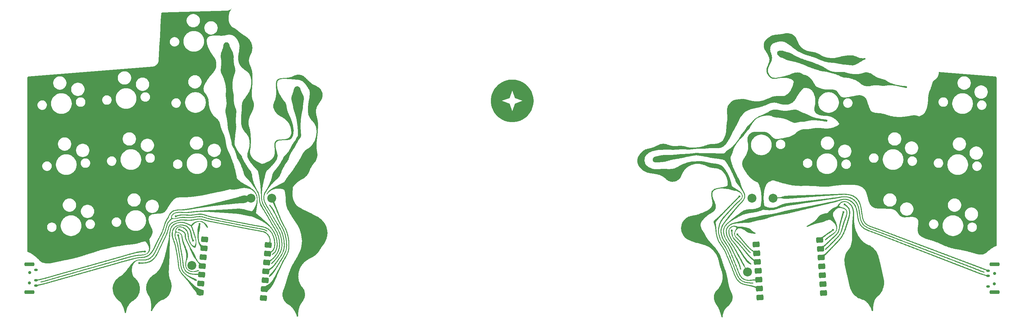
<source format=gtl>
%TF.GenerationSoftware,KiCad,Pcbnew,9.0.0*%
%TF.CreationDate,2025-07-06T20:28:57+03:00*%
%TF.ProjectId,NIOKR,4e494f4b-522e-46b6-9963-61645f706362,rev?*%
%TF.SameCoordinates,Original*%
%TF.FileFunction,Copper,L1,Top*%
%TF.FilePolarity,Positive*%
%FSLAX46Y46*%
G04 Gerber Fmt 4.6, Leading zero omitted, Abs format (unit mm)*
G04 Created by KiCad (PCBNEW 9.0.0) date 2025-07-06 20:28:57*
%MOMM*%
%LPD*%
G01*
G04 APERTURE LIST*
G04 Aperture macros list*
%AMRoundRect*
0 Rectangle with rounded corners*
0 $1 Rounding radius*
0 $2 $3 $4 $5 $6 $7 $8 $9 X,Y pos of 4 corners*
0 Add a 4 corners polygon primitive as box body*
4,1,4,$2,$3,$4,$5,$6,$7,$8,$9,$2,$3,0*
0 Add four circle primitives for the rounded corners*
1,1,$1+$1,$2,$3*
1,1,$1+$1,$4,$5*
1,1,$1+$1,$6,$7*
1,1,$1+$1,$8,$9*
0 Add four rect primitives between the rounded corners*
20,1,$1+$1,$2,$3,$4,$5,0*
20,1,$1+$1,$4,$5,$6,$7,0*
20,1,$1+$1,$6,$7,$8,$9,0*
20,1,$1+$1,$8,$9,$2,$3,0*%
G04 Aperture macros list end*
%TA.AperFunction,Conductor*%
%ADD10C,0.000000*%
%TD*%
%TA.AperFunction,NonConductor*%
%ADD11C,0.000000*%
%TD*%
%TA.AperFunction,EtchedComponent*%
%ADD12C,0.000000*%
%TD*%
%TA.AperFunction,CastellatedPad*%
%ADD13RoundRect,0.250000X-0.792903X-0.457635X0.701389X-0.588369X0.792903X0.457635X-0.701389X0.588369X0*%
%TD*%
%TA.AperFunction,CastellatedPad*%
%ADD14RoundRect,0.250000X-0.711551X-0.576038X0.784795X-0.471404X0.711551X0.576038X-0.784795X0.471404X0*%
%TD*%
%TA.AperFunction,WasherPad*%
%ADD15C,0.900000*%
%TD*%
%TA.AperFunction,SMDPad,CuDef*%
%ADD16RoundRect,0.175000X0.325000X-0.175000X0.325000X0.175000X-0.325000X0.175000X-0.325000X-0.175000X0*%
%TD*%
%TA.AperFunction,SMDPad,CuDef*%
%ADD17RoundRect,0.250000X-1.150000X-0.250000X1.150000X-0.250000X1.150000X0.250000X-1.150000X0.250000X0*%
%TD*%
%TA.AperFunction,ComponentPad*%
%ADD18C,2.540000*%
%TD*%
%TA.AperFunction,SMDPad,CuDef*%
%ADD19RoundRect,0.175000X-0.325000X0.175000X-0.325000X-0.175000X0.325000X-0.175000X0.325000X0.175000X0*%
%TD*%
%TA.AperFunction,SMDPad,CuDef*%
%ADD20RoundRect,0.250000X1.150000X0.250000X-1.150000X0.250000X-1.150000X-0.250000X1.150000X-0.250000X0*%
%TD*%
%TA.AperFunction,ViaPad*%
%ADD21C,0.600000*%
%TD*%
G04 APERTURE END LIST*
D10*
%TA.AperFunction,Conductor*%
%TO.N,L-GND*%
G36*
X-103303545Y1047183D02*
G01*
X-103160677Y913306D01*
X-103090037Y727831D01*
X-103019122Y542357D01*
X-102948481Y356619D01*
X-102881014Y169821D01*
X-102818827Y-18560D01*
X-102756655Y-206945D01*
X-102694476Y-395063D01*
X-102630190Y-582384D01*
X-102566157Y-769712D01*
X-102502123Y-957036D01*
X-102434397Y-1143037D01*
X-102366129Y-1328775D01*
X-102298136Y-1514516D01*
X-102228281Y-1698926D01*
X-102157374Y-1883077D01*
X-102086474Y-2066697D01*
X-102015292Y-2250055D01*
X-101943591Y-2433149D01*
X-101871889Y-2616239D01*
X-101800188Y-2799066D01*
X-101727953Y-2981363D01*
X-101655993Y-3163926D01*
X-101583758Y-3346223D01*
X-101511263Y-3528257D01*
X-101438769Y-3710290D01*
X-101366274Y-3892057D01*
X-101294306Y-4074094D01*
X-101222079Y-4255861D01*
X-101149577Y-4437627D01*
X-101076815Y-4619134D01*
X-101003260Y-4800111D01*
X-100928919Y-4981084D01*
X-100853770Y-5161264D01*
X-100777048Y-5341184D01*
X-100699793Y-5520570D01*
X-100621203Y-5699693D01*
X-100540240Y-5877759D01*
X-100457430Y-6055028D01*
X-100373026Y-6231771D01*
X-100286242Y-6407186D01*
X-100197077Y-6581811D01*
X-100107119Y-6755643D01*
X-100015833Y-6928945D01*
X-99922442Y-7101190D01*
X-99827715Y-7272375D01*
X-99733263Y-7443822D01*
X-99639864Y-7616067D01*
X-99547526Y-7788579D01*
X-99457033Y-7962407D01*
X-99372370Y-8138357D01*
X-99294054Y-8316949D01*
X-99219447Y-8497133D01*
X-99150118Y-8679166D01*
X-99086352Y-8863317D01*
X-99026820Y-9049322D01*
X-98969675Y-9236112D01*
X-98915438Y-9423704D01*
X-98863840Y-9612356D01*
X-98814890Y-9801526D01*
X-98767802Y-9991231D01*
X-98722285Y-10181470D01*
X-98681017Y-10372236D01*
X-98642916Y-10563260D01*
X-98610110Y-10755086D01*
X-98581530Y-10947439D01*
X-98556132Y-11140317D01*
X-98534701Y-11333997D01*
X-98517771Y-11527936D01*
X-98503741Y-11722402D01*
X-98491572Y-11917135D01*
X-98481783Y-12111608D01*
X-98473841Y-12306074D01*
X-98468554Y-12500814D01*
X-98467760Y-12695806D01*
X-98466708Y-12891065D01*
X-98467501Y-13086065D01*
X-98473582Y-13280805D01*
X-98486544Y-13474744D01*
X-98504275Y-13668416D01*
X-98527819Y-13861822D01*
X-98559840Y-14053914D01*
X-98599520Y-14244672D01*
X-98645563Y-14434385D01*
X-98701121Y-14620916D01*
X-98766215Y-14804799D01*
X-98833948Y-14988149D01*
X-98904848Y-15170186D01*
X-98982905Y-15349309D01*
X-99067576Y-15525518D01*
X-99155413Y-15699621D01*
X-99246432Y-15872121D01*
X-99341151Y-16042257D01*
X-99438517Y-16211057D01*
X-99535883Y-16379865D01*
X-99633250Y-16548665D01*
X-99730616Y-16717473D01*
X-99827196Y-16886808D01*
X-99921915Y-17057195D01*
X-100015314Y-17228650D01*
X-100108706Y-17400098D01*
X-100200259Y-17572866D01*
X-100289950Y-17746702D01*
X-100378847Y-17921331D01*
X-100466952Y-18096212D01*
X-100553477Y-18272161D01*
X-100639727Y-18448369D01*
X-100724123Y-18625913D01*
X-100808001Y-18803716D01*
X-100891085Y-18981778D01*
X-100974161Y-19160100D01*
X-101056712Y-19338697D01*
X-101138468Y-19517560D01*
X-101220217Y-19696950D01*
X-101301447Y-19876073D01*
X-101381350Y-20055982D01*
X-101461260Y-20236165D01*
X-101540896Y-20416349D01*
X-101618952Y-20597318D01*
X-101696474Y-20778562D01*
X-101774523Y-20959531D01*
X-101851252Y-21141301D01*
X-101926661Y-21323598D01*
X-102002329Y-21505895D01*
X-102077731Y-21688459D01*
X-102151293Y-21872083D01*
X-102225642Y-22055440D01*
X-102301043Y-22238531D01*
X-102375658Y-22422155D01*
X-102451586Y-22605237D01*
X-102529642Y-22787801D01*
X-102610873Y-22969312D01*
X-102695010Y-23149488D01*
X-102782061Y-23328611D01*
X-102874132Y-23504560D01*
X-102971232Y-23677869D01*
X-103072832Y-23848783D01*
X-103178133Y-24017057D01*
X-103282908Y-24185857D01*
X-103392191Y-24352025D01*
X-103507807Y-24514737D01*
X-103627138Y-24674817D01*
X-103750170Y-24831190D01*
X-103878756Y-24983053D01*
X-104010256Y-25132017D01*
X-104143069Y-25279645D01*
X-104279864Y-25423314D01*
X-104418505Y-25565671D01*
X-104552119Y-25712514D01*
X-104688113Y-25857236D01*
X-104851092Y-25867826D01*
X-104977831Y-25867826D01*
X-105121500Y-25884755D01*
X-105324175Y-25842420D01*
X-105526842Y-25833951D01*
X-105678980Y-25833951D01*
X-105907053Y-25808812D01*
X-106090403Y-25794797D01*
X-106202853Y-25825490D01*
X-106354990Y-25791883D01*
X-106517710Y-25760671D01*
X-106593119Y-25577047D01*
X-106633860Y-25382306D01*
X-106638361Y-25182813D01*
X-106601321Y-24986493D01*
X-106526438Y-24801809D01*
X-106419283Y-24634595D01*
X-106283289Y-24489606D01*
X-106109988Y-24456800D01*
X-105890383Y-24448331D01*
X-105687449Y-24465261D01*
X-105518641Y-24465261D01*
X-105341105Y-24414731D01*
X-105146639Y-24330060D01*
X-104918566Y-24203328D01*
X-104741297Y-24076589D01*
X-104572230Y-23966794D01*
X-104421145Y-23858312D01*
X-104251551Y-23754598D01*
X-104093066Y-23634206D01*
X-103938815Y-23508268D01*
X-103799113Y-23366987D01*
X-103668406Y-23217229D01*
X-103541682Y-23064031D01*
X-103419962Y-22906339D01*
X-103303812Y-22744680D01*
X-103190310Y-22581174D01*
X-103081828Y-22414480D01*
X-102976000Y-22246206D01*
X-102872019Y-22077138D01*
X-102770686Y-21906209D01*
X-102672518Y-21733709D01*
X-102574885Y-21560666D01*
X-102478846Y-21387105D01*
X-102385706Y-21212217D01*
X-102293101Y-21037320D01*
X-102200762Y-20862439D01*
X-102110804Y-20686483D01*
X-102021113Y-20510534D01*
X-101931422Y-20334852D01*
X-101843050Y-20158643D01*
X-101754687Y-19982160D01*
X-101666575Y-19805951D01*
X-101578471Y-19629743D01*
X-101490099Y-19453527D01*
X-101401728Y-19277845D01*
X-101313090Y-19102163D01*
X-101224718Y-18926740D01*
X-101136088Y-18751592D01*
X-101046915Y-18576696D01*
X-100958552Y-18401540D01*
X-100870966Y-18225866D01*
X-100782870Y-18050969D01*
X-100693438Y-17876882D01*
X-100603480Y-17703046D01*
X-100512728Y-17530012D01*
X-100420916Y-17357763D01*
X-100327784Y-17186048D01*
X-100233591Y-17015394D01*
X-100138338Y-16844999D01*
X-100042033Y-16675405D01*
X-99944132Y-16506864D01*
X-99845705Y-16338582D01*
X-99747546Y-16170316D01*
X-99649393Y-16002035D01*
X-99552027Y-15833227D01*
X-99457301Y-15663106D01*
X-99366289Y-15490598D01*
X-99276858Y-15317029D01*
X-99192454Y-15140821D01*
X-99115198Y-14961164D01*
X-99043764Y-14779401D01*
X-98978411Y-14596036D01*
X-98922579Y-14409513D01*
X-98875483Y-14220334D01*
X-98833414Y-14029836D01*
X-98799021Y-13838010D01*
X-98773882Y-13644864D01*
X-98754305Y-13451192D01*
X-98739748Y-13257512D01*
X-98732081Y-13063047D01*
X-98728640Y-12868055D01*
X-98727846Y-12673047D01*
X-98731020Y-12478315D01*
X-98738169Y-12283849D01*
X-98747164Y-12089116D01*
X-98758540Y-11894643D01*
X-98772036Y-11700178D01*
X-98786852Y-11505445D01*
X-98804842Y-11311239D01*
X-98827593Y-11117826D01*
X-98853518Y-10924680D01*
X-98883685Y-10732068D01*
X-98918612Y-10540510D01*
X-98958826Y-10349477D01*
X-99002482Y-10158979D01*
X-99048518Y-9969007D01*
X-99097735Y-9779836D01*
X-99150385Y-9591718D01*
X-99205424Y-9404126D01*
X-99263628Y-9217595D01*
X-99324747Y-9032117D01*
X-99389040Y-8847967D01*
X-99458361Y-8665674D01*
X-99532442Y-8485490D01*
X-99610232Y-8306630D01*
X-99692522Y-8129629D01*
X-99779559Y-7954473D01*
X-99870318Y-7780904D01*
X-99962389Y-7608133D01*
X-100056055Y-7436414D01*
X-100150774Y-7264966D01*
X-100244707Y-7093519D01*
X-100337572Y-6921274D01*
X-100429644Y-6748502D01*
X-100520403Y-6574933D01*
X-100609827Y-6400575D01*
X-100697405Y-6225419D01*
X-100783396Y-6049734D01*
X-100867792Y-5873262D01*
X-100949023Y-5695196D01*
X-101028399Y-5516599D01*
X-101106715Y-5337213D01*
X-101183710Y-5157297D01*
X-101259646Y-4977113D01*
X-101335848Y-4796670D01*
X-101413370Y-4617017D01*
X-101490359Y-4436838D01*
X-101566302Y-4256391D01*
X-101641703Y-4075681D01*
X-101717104Y-3894971D01*
X-101792513Y-3714258D01*
X-101867922Y-3533285D01*
X-101943591Y-3352575D01*
X-102019526Y-3171861D01*
X-102095721Y-2990892D01*
X-102172190Y-2809915D01*
X-102249186Y-2629205D01*
X-102325915Y-2448228D01*
X-102402644Y-2266988D01*
X-102480433Y-2086278D01*
X-102558489Y-1905038D01*
X-102636530Y-1723802D01*
X-102717234Y-1543619D01*
X-102798457Y-1363439D01*
X-102879954Y-1183519D01*
X-102963297Y-1004396D01*
X-103048762Y-826333D01*
X-103134219Y-648004D01*
X-103220202Y-469941D01*
X-103307787Y-292405D01*
X-103395625Y-114866D01*
X-103482409Y63727D01*
X-103562052Y245757D01*
X-103641688Y427790D01*
X-103721323Y609828D01*
X-103755457Y802710D01*
X-103671053Y979979D01*
X-103498019Y1073111D01*
X-103303545Y1047183D01*
G37*
%TD.AperFunction*%
%TA.AperFunction,Conductor*%
%TO.N,R-COL5*%
G36*
X27784521Y-8428342D02*
G01*
X27829229Y-8615136D01*
X27833730Y-8811460D01*
X27837438Y-9007779D01*
X27845907Y-9203832D01*
X27862569Y-9398832D01*
X27886388Y-9592504D01*
X27919454Y-9784589D01*
X27968938Y-9974035D01*
X28033758Y-10157926D01*
X28111547Y-10336782D01*
X28204412Y-10508497D01*
X28310781Y-10671476D01*
X28426412Y-10828374D01*
X28552084Y-10977865D01*
X28685949Y-11120214D01*
X28823797Y-11258855D01*
X28963247Y-11395376D01*
X29103460Y-11530584D01*
X29244238Y-11665517D01*
X29383382Y-11802305D01*
X29520193Y-11941480D01*
X29655386Y-12082235D01*
X29789281Y-12224843D01*
X29921285Y-12369314D01*
X30050939Y-12515890D01*
X30179784Y-12663526D01*
X30307058Y-12812215D01*
X30433538Y-12961706D01*
X30559209Y-13111997D01*
X30684362Y-13262807D01*
X30808965Y-13414152D01*
X30933324Y-13565488D01*
X31058996Y-13716039D01*
X31184682Y-13866590D01*
X31310094Y-14017400D01*
X31435232Y-14168210D01*
X31560918Y-14318754D01*
X31686865Y-14469045D01*
X31812795Y-14619596D01*
X31939809Y-14769338D01*
X32067587Y-14918828D01*
X32196188Y-15067800D01*
X32325033Y-15216230D01*
X32455740Y-15363340D01*
X32587499Y-15509382D01*
X32720586Y-15654111D01*
X32856039Y-15796193D01*
X32993902Y-15936422D01*
X33133596Y-16074804D01*
X33276205Y-16209997D01*
X33422002Y-16342023D01*
X33570959Y-16470876D01*
X33724416Y-16594442D01*
X33885809Y-16707685D01*
X34050649Y-16816419D01*
X34221838Y-16915380D01*
X34401479Y-16997136D01*
X34584844Y-17071744D01*
X34767934Y-17147153D01*
X34953146Y-17217794D01*
X35135168Y-17295850D01*
X35243658Y-17457776D01*
X35220113Y-17651449D01*
X35075109Y-17782949D01*
X34879583Y-17785596D01*
X34699667Y-17702512D01*
X34521612Y-17615735D01*
X34347509Y-17520482D01*
X34180288Y-17413862D01*
X34018102Y-17301137D01*
X33859365Y-17183668D01*
X33702718Y-17064077D01*
X33550054Y-16938924D01*
X33400564Y-16810346D01*
X33253454Y-16679372D01*
X33109792Y-16544958D01*
X32969289Y-16407377D01*
X32833028Y-16265302D01*
X32699422Y-16120572D01*
X32567663Y-15974256D01*
X32437734Y-15826360D01*
X32308370Y-15677923D01*
X32180318Y-15528699D01*
X32053304Y-15378415D01*
X31927099Y-15227605D01*
X31801962Y-15076261D01*
X31677602Y-14924390D01*
X31553243Y-14772779D01*
X31429159Y-14620916D01*
X31305334Y-14469045D01*
X31182043Y-14317174D01*
X31058736Y-14165037D01*
X30935186Y-14012906D01*
X30811605Y-13861028D01*
X30687521Y-13709691D01*
X30563177Y-13558347D01*
X30438299Y-13407529D01*
X30312353Y-13257512D01*
X30186407Y-13107755D01*
X30059667Y-12958265D01*
X29931890Y-12810102D01*
X29802755Y-12662992D01*
X29672323Y-12516942D01*
X29540029Y-12372747D01*
X29405630Y-12230932D01*
X29270147Y-12090436D01*
X29133093Y-11951269D01*
X28994466Y-11813688D01*
X28855032Y-11677160D01*
X28715322Y-11540632D01*
X28576940Y-11402791D01*
X28441747Y-11261762D01*
X28310247Y-11117040D01*
X28186163Y-10966222D01*
X28070531Y-10809324D01*
X27964971Y-10645551D01*
X27871557Y-10474096D01*
X27792196Y-10295766D01*
X27723135Y-10113210D01*
X27661489Y-9927732D01*
X27617300Y-9737234D01*
X27585821Y-9544614D01*
X27561742Y-9350942D01*
X27545339Y-9155942D01*
X27536596Y-8959890D01*
X27529729Y-8763303D01*
X27522054Y-8566717D01*
X27601171Y-8398706D01*
X27784521Y-8428342D01*
G37*
%TD.AperFunction*%
D11*
%TA.AperFunction,NonConductor*%
G36*
X60060506Y-158258D02*
G01*
X60249151Y-191861D01*
X60434896Y-244516D01*
X60615072Y-313569D01*
X60790228Y-395856D01*
X60963003Y-484758D01*
X61129430Y-586091D01*
X61289495Y-697744D01*
X61441641Y-820512D01*
X61580282Y-958360D01*
X61710455Y-1105207D01*
X61832677Y-1258661D01*
X61943823Y-1420057D01*
X62045950Y-1587274D01*
X62139608Y-1760312D01*
X62223486Y-1937585D01*
X62294119Y-2120145D01*
X62354711Y-2306680D01*
X62407095Y-2496118D01*
X62449438Y-2687940D01*
X62481985Y-2881353D01*
X62511083Y-3075555D01*
X62536214Y-3270292D01*
X62553411Y-3466344D01*
X62564260Y-3662931D01*
X62571142Y-3859781D01*
X62573782Y-4056630D01*
X62572713Y-4254007D01*
X62569814Y-4451124D01*
X62566381Y-4648504D01*
X62562673Y-4846147D01*
X62558706Y-5043790D01*
X62556326Y-5241170D01*
X62557119Y-5438814D01*
X62558706Y-5636457D01*
X62562139Y-5834100D01*
X62571676Y-6031747D01*
X62583578Y-6229387D01*
X62597326Y-6427034D01*
X62617712Y-6624677D01*
X62642049Y-6822057D01*
X62668493Y-7018907D01*
X62699987Y-7214963D01*
X62735967Y-7410489D01*
X62775411Y-7605485D01*
X62825140Y-7798898D01*
X62879385Y-7990983D01*
X62935735Y-8182275D01*
X62995794Y-8371984D01*
X63059560Y-8560365D01*
X63125173Y-8748220D01*
X63200582Y-8931844D01*
X63283132Y-9112821D01*
X63367284Y-9293264D01*
X63454580Y-9472387D01*
X63544805Y-9650449D01*
X63635824Y-9827985D01*
X63740865Y-9996786D01*
X63849874Y-10163213D01*
X63959661Y-10328573D01*
X64073446Y-10491300D01*
X64186163Y-10655073D01*
X64300451Y-10817525D01*
X64426397Y-10972310D01*
X64554189Y-11124975D01*
X64690984Y-11269704D01*
X64830953Y-11410985D01*
X64971166Y-11551748D01*
X65112203Y-11691976D01*
X65259313Y-11825330D01*
X65411443Y-11953382D01*
X65566229Y-12078534D01*
X65733968Y-12185689D01*
X65902242Y-12291524D01*
X66077657Y-12384656D01*
X66258108Y-12469587D01*
X66441457Y-12549489D01*
X66624563Y-12629400D01*
X66807653Y-12709302D01*
X66991003Y-12789464D01*
X67171713Y-12873609D01*
X67332586Y-12992139D01*
X67493444Y-13110937D01*
X67654317Y-13229734D01*
X67815176Y-13348264D01*
X67976064Y-13467061D01*
X68119192Y-13604909D01*
X68249365Y-13756513D01*
X68510244Y-14059469D01*
X68640676Y-14211072D01*
X68769003Y-14364004D01*
X68862402Y-14540746D01*
X68955801Y-14717489D01*
X69049200Y-14894231D01*
X69142599Y-15070974D01*
X69235998Y-15247709D01*
X69324102Y-15426572D01*
X69386022Y-15615743D01*
X69447927Y-15804921D01*
X69506658Y-15995160D01*
X69558263Y-16188306D01*
X69610113Y-16381452D01*
X69661703Y-16574338D01*
X69713567Y-16767476D01*
X69765417Y-16960622D01*
X69814108Y-17154294D01*
X69859609Y-17348241D01*
X69905126Y-17542180D01*
X69950109Y-17736387D01*
X69995092Y-17930585D01*
X70039800Y-18124791D01*
X70084249Y-18318731D01*
X70128423Y-18513204D01*
X70172613Y-18707403D01*
X70216543Y-18901609D01*
X70260458Y-19095815D01*
X70304113Y-19290281D01*
X70347784Y-19484487D01*
X70391424Y-19678953D01*
X70434820Y-19873159D01*
X70478216Y-20067632D01*
X70521612Y-20261831D01*
X70564993Y-20456304D01*
X70608389Y-20650495D01*
X70651785Y-20844968D01*
X70695181Y-21039434D01*
X70738561Y-21233640D01*
X70782217Y-21428113D01*
X70825613Y-21622312D01*
X70869268Y-21816785D01*
X70912923Y-22010991D01*
X70956579Y-22205190D01*
X71000250Y-22399663D01*
X71043890Y-22593862D01*
X71056585Y-22792837D01*
X71064001Y-22992597D01*
X71071676Y-23192357D01*
X71079076Y-23392110D01*
X71086492Y-23592138D01*
X71091512Y-23791631D01*
X71062948Y-23988744D01*
X71025900Y-24185071D01*
X70988592Y-24381391D01*
X70951559Y-24577978D01*
X70914251Y-24774305D01*
X70867422Y-24967710D01*
X70787511Y-25151067D01*
X70707601Y-25334157D01*
X70627706Y-25517515D01*
X70547796Y-25700605D01*
X70467901Y-25883962D01*
X70362585Y-26052762D01*
X70244054Y-26213369D01*
X70125265Y-26374235D01*
X70006460Y-26535100D01*
X69887930Y-26695966D01*
X69766744Y-26854711D01*
X69620168Y-26989652D01*
X69473852Y-27124853D01*
X69322240Y-27255292D01*
X69170919Y-27385740D01*
X69019308Y-27515912D01*
X68880392Y-27658262D01*
X68767156Y-27821241D01*
X68670049Y-27994542D01*
X68570837Y-28166784D01*
X68485098Y-28346700D01*
X68409704Y-28530858D01*
X68338003Y-28716588D01*
X68269994Y-28903386D01*
X68216558Y-29094678D01*
X68162313Y-29285970D01*
X68112844Y-29478589D01*
X68072088Y-29673848D01*
X68031881Y-29869115D01*
X68005941Y-30066495D01*
X67979757Y-30263608D01*
X67953283Y-30460988D01*
X67942709Y-30659421D01*
X67933462Y-30857862D01*
X67927099Y-31056035D01*
X67932928Y-31253156D01*
X67949056Y-31412427D01*
X67876302Y-31550542D01*
X67691091Y-31523290D01*
X67554571Y-31371419D01*
X67491079Y-31184362D01*
X67415395Y-31000738D01*
X67336294Y-30818441D01*
X67257177Y-30635877D01*
X67169592Y-30457280D01*
X67074346Y-30281598D01*
X66979360Y-30105916D01*
X66873800Y-29937375D01*
X66764257Y-29771741D01*
X66652074Y-29607702D01*
X66528524Y-29451597D01*
X66407339Y-29293905D01*
X66274770Y-29145215D01*
X66137716Y-29000753D01*
X65995107Y-28862378D01*
X65844305Y-28732732D01*
X65694814Y-28601758D01*
X65526525Y-28495923D01*
X65354559Y-28396703D01*
X65161138Y-28349607D01*
X64965612Y-28309133D01*
X64776174Y-28249868D01*
X64588323Y-28184507D01*
X64404974Y-28104604D01*
X64221883Y-28024701D01*
X64038519Y-27944799D01*
X63855428Y-27864896D01*
X63672079Y-27784726D01*
X63507238Y-27673078D01*
X63346365Y-27554540D01*
X63185766Y-27435743D01*
X63024908Y-27316945D01*
X62864034Y-27198408D01*
X62710302Y-27071676D01*
X62580129Y-26920072D01*
X62449697Y-26768728D01*
X62319265Y-26617124D01*
X62188818Y-26465520D01*
X62058385Y-26314168D01*
X61952535Y-26145902D01*
X61859152Y-25968892D01*
X61765752Y-25792150D01*
X61672353Y-25615407D01*
X61578954Y-25438665D01*
X61489263Y-25260602D01*
X61421789Y-25073804D01*
X61369939Y-24880658D01*
X61318334Y-24687520D01*
X61266485Y-24494367D01*
X61214895Y-24301221D01*
X61163030Y-24108335D01*
X61119375Y-23913877D01*
X61075719Y-23719663D01*
X61032049Y-23525205D01*
X60988409Y-23330999D01*
X60944753Y-23136533D01*
X60901083Y-22942327D01*
X60857687Y-22747854D01*
X60814306Y-22553655D01*
X60770910Y-22359182D01*
X60727514Y-22164976D01*
X60684118Y-21970510D01*
X60640737Y-21776304D01*
X60597356Y-21581838D01*
X60553960Y-21387632D01*
X60510305Y-21193166D01*
X60466909Y-20998960D01*
X60423254Y-20804487D01*
X60379583Y-20610288D01*
X60335683Y-20415815D01*
X60291753Y-20221616D01*
X60247579Y-20027410D01*
X60203390Y-19833204D01*
X60158666Y-19638997D01*
X60113958Y-19444799D01*
X60069234Y-19250593D01*
X60023992Y-19056653D01*
X59978765Y-18862447D01*
X59933248Y-18668508D01*
X59892233Y-18473775D01*
X59862341Y-18277456D01*
X59832174Y-18081128D01*
X59809683Y-17883489D01*
X59802282Y-17683729D01*
X59794866Y-17483968D01*
X59787206Y-17284208D01*
X59779791Y-17084447D01*
X59772375Y-16884694D01*
X59783224Y-16686254D01*
X59820531Y-16489934D01*
X59857580Y-16293348D01*
X59894888Y-16097020D01*
X59931921Y-15900701D01*
X59969228Y-15704122D01*
X60043584Y-15519178D01*
X60123480Y-15336080D01*
X60203390Y-15152723D01*
X60283300Y-14969632D01*
X60363195Y-14786283D01*
X60456594Y-14610853D01*
X60575124Y-14449987D01*
X60693929Y-14289121D01*
X60812719Y-14128255D01*
X60931249Y-13967397D01*
X61050054Y-13806531D01*
X61182073Y-13657827D01*
X61297704Y-13497754D01*
X61390569Y-13322072D01*
X61483709Y-13146390D01*
X61551168Y-12959325D01*
X61621816Y-12773328D01*
X61673940Y-12581510D01*
X61724203Y-12389150D01*
X61774221Y-12196538D01*
X61817342Y-12002065D01*
X61853597Y-11806272D01*
X61881902Y-11609426D01*
X61909673Y-11412313D01*
X61925298Y-11214139D01*
X61940893Y-11015966D01*
X61953069Y-10817792D01*
X61962347Y-10619359D01*
X61972387Y-10420919D01*
X61981649Y-10222219D01*
X61979009Y-10022985D01*
X61979009Y-9823751D01*
X61978735Y-9624524D01*
X61977941Y-9425290D01*
X61978475Y-9226056D01*
X61979543Y-9026830D01*
X61972662Y-8827070D01*
X61967901Y-8627572D01*
X61965246Y-8428075D01*
X61963918Y-8228845D01*
X61964971Y-8029878D01*
X61968160Y-7830911D01*
X61968954Y-7631681D01*
X61970266Y-7432447D01*
X61973714Y-7233480D01*
X61979543Y-7034780D01*
X61987219Y-6836076D01*
X61997533Y-6637639D01*
X62009435Y-6439470D01*
X62021871Y-6241029D01*
X62036413Y-6043123D01*
X62052831Y-5844949D01*
X62068700Y-5647043D01*
X62086156Y-5449132D01*
X62104681Y-5251756D01*
X62122152Y-5054109D01*
X62139867Y-4856466D01*
X62157339Y-4659353D01*
X62172933Y-4462236D01*
X62186971Y-4265390D01*
X62199407Y-4068799D01*
X62207082Y-3871950D01*
X62208135Y-3674836D01*
X62206548Y-3477987D01*
X62198339Y-3281137D01*
X62179281Y-3085607D01*
X62153631Y-2891404D01*
X62120824Y-2697996D01*
X62075323Y-2506963D01*
X62020010Y-2318319D01*
X61956792Y-2132844D01*
X61880575Y-1952661D01*
X61791143Y-1777513D01*
X61693517Y-1607118D01*
X61586370Y-1443075D01*
X61469411Y-1286176D01*
X61343740Y-1135366D01*
X61206686Y-995931D01*
X61059316Y-867872D01*
X60905309Y-748544D01*
X60742880Y-641919D01*
X60571676Y-550638D01*
X60396001Y-471788D01*
X60213171Y-410142D01*
X60024526Y-376275D01*
X59832708Y-359609D01*
X59640875Y-363046D01*
X59451437Y-397706D01*
X59266760Y-453004D01*
X59087118Y-525766D01*
X58920934Y-626043D01*
X58768026Y-747487D01*
X58631490Y-887449D01*
X58514288Y-1045408D01*
X58411108Y-1213151D01*
X58328024Y-1392015D01*
X58270605Y-1581453D01*
X58438085Y-1665063D01*
X58620916Y-1738618D01*
X58807974Y-1797353D01*
X58995565Y-1852125D01*
X59182088Y-1908742D01*
X59368093Y-1965101D01*
X59552770Y-2024629D01*
X59733495Y-2093953D01*
X59905737Y-2182325D01*
X60065542Y-2291597D01*
X60220586Y-2406953D01*
X60355535Y-2545598D01*
X60459234Y-2708581D01*
X60533331Y-2887170D01*
X60582784Y-3073968D01*
X60614278Y-3264997D01*
X60621160Y-3457879D01*
X60608724Y-3651288D01*
X60583852Y-3843641D01*
X60546026Y-4034669D01*
X60501577Y-4224908D01*
X60448919Y-4413289D01*
X60391500Y-4600088D01*
X60329595Y-4785821D01*
X60266088Y-4970765D01*
X60200201Y-5155179D01*
X60133016Y-5339330D01*
X60066061Y-5523748D01*
X60000188Y-5708425D01*
X59935094Y-5893369D01*
X59871069Y-6078576D01*
X59808355Y-6264314D01*
X59746709Y-6450578D01*
X59686376Y-6636850D01*
X59626592Y-6823381D01*
X59569173Y-7010442D01*
X59513342Y-7198030D01*
X59458059Y-7385618D01*
X59403814Y-7573739D01*
X59350103Y-7761590D01*
X59296392Y-7949445D01*
X59240560Y-8136770D01*
X59182088Y-8323301D01*
X59121770Y-8509038D01*
X59058004Y-8693723D01*
X58988943Y-8876546D01*
X58912222Y-9056730D01*
X58829672Y-9233732D01*
X58739187Y-9406240D01*
X58639700Y-9573720D01*
X58533071Y-9736966D01*
X58421148Y-9896779D01*
X58303686Y-10052884D01*
X58181432Y-10205282D01*
X58056295Y-10355306D01*
X57929815Y-10503728D01*
X57801504Y-10651105D01*
X57670797Y-10796361D01*
X57538503Y-10939763D01*
X57405157Y-11082113D01*
X57270742Y-11223661D01*
X57136068Y-11365217D01*
X57000600Y-11506238D01*
X56864858Y-11646734D01*
X56729131Y-11787488D01*
X56592352Y-11927190D01*
X56455297Y-12066625D01*
X56317983Y-12205793D01*
X56180395Y-12344968D01*
X56042547Y-12483869D01*
X55904165Y-12622251D01*
X55765524Y-12760366D01*
X55626363Y-12898214D01*
X55486395Y-13035268D01*
X55345113Y-13171522D01*
X55204076Y-13308050D01*
X55063589Y-13445112D01*
X54922048Y-13581365D01*
X54779684Y-13716565D01*
X54636282Y-13851240D01*
X54491827Y-13985120D01*
X54367727Y-13994909D01*
X54279104Y-13909444D01*
X54275671Y-13728742D01*
X54389166Y-13627927D01*
X54535741Y-13496694D01*
X54681265Y-13364148D01*
X54825201Y-13230260D01*
X54968343Y-13095594D01*
X55110693Y-12960393D01*
X55251699Y-12824392D01*
X55392202Y-12687604D01*
X55532156Y-12550550D01*
X55670797Y-12412435D01*
X55809179Y-12274061D01*
X55947027Y-12135152D01*
X56084615Y-11996244D01*
X56221929Y-11856809D01*
X56358984Y-11717374D01*
X56496832Y-11578473D01*
X56634420Y-11439565D01*
X56772009Y-11300657D01*
X56909322Y-11161748D01*
X57046911Y-11022848D01*
X57183965Y-10883672D01*
X57320486Y-10743970D01*
X57457006Y-10604276D01*
X57592748Y-10463781D01*
X57726080Y-10321431D01*
X57855749Y-10175382D01*
X57981954Y-10026426D01*
X58104711Y-9874288D01*
X58221395Y-9717656D01*
X58331197Y-9555990D01*
X58435979Y-9391424D01*
X58532018Y-9221822D01*
X58616415Y-9045614D01*
X58694189Y-8866224D01*
X58765630Y-8684194D01*
X58828085Y-8499250D01*
X58884435Y-8312188D01*
X58938421Y-8124601D01*
X58991338Y-7936216D01*
X59042654Y-7747300D01*
X59093465Y-7558393D01*
X59141882Y-7368421D01*
X59191610Y-7178979D01*
X59243215Y-6990064D01*
X59295873Y-6801416D01*
X59350637Y-6613565D01*
X59407522Y-6425973D01*
X59465719Y-6238916D01*
X59526846Y-6052648D01*
X59591665Y-5867704D01*
X59657812Y-5683023D01*
X59725011Y-5498609D01*
X59795660Y-5315519D01*
X59867895Y-5132955D01*
X59939062Y-4950128D01*
X60009435Y-4767038D01*
X60079305Y-4584207D01*
X60146246Y-4400323D01*
X60208669Y-4215379D01*
X60268209Y-4029905D01*
X60322179Y-3842584D01*
X60362661Y-3652879D01*
X60378805Y-3459730D01*
X60377218Y-3266851D01*
X60351019Y-3075292D01*
X60289648Y-2892202D01*
X60199682Y-2721807D01*
X60070028Y-2578672D01*
X59915777Y-2462781D01*
X59747503Y-2367002D01*
X59568380Y-2294507D01*
X59383703Y-2234971D01*
X59196371Y-2183381D01*
X59004812Y-2148721D01*
X58811147Y-2118554D01*
X58617208Y-2088132D01*
X58421682Y-2063257D01*
X58225362Y-2040506D01*
X58029577Y-2018278D01*
X57868444Y-2134698D01*
X57707555Y-2251375D01*
X57549078Y-2371499D01*
X57393240Y-2495324D01*
X57240316Y-2623121D01*
X57092138Y-2755941D01*
X56959341Y-2903840D01*
X56833120Y-3057828D01*
X56717764Y-3220018D01*
X56622244Y-3394113D01*
X56544729Y-3576940D01*
X56520910Y-3774583D01*
X56509008Y-3972761D01*
X56487844Y-4170400D01*
X56521444Y-4360105D01*
X56600286Y-4542669D01*
X56686544Y-4722059D01*
X56773595Y-4901445D01*
X56857198Y-5081891D01*
X56940282Y-5262864D01*
X57024953Y-5442785D01*
X57105642Y-5624551D01*
X57182104Y-5807905D01*
X57267034Y-5987558D01*
X57347204Y-6169065D01*
X57421545Y-6353479D01*
X57494848Y-6537893D01*
X57562841Y-6723893D01*
X57622106Y-6912011D01*
X57669744Y-7103044D01*
X57705984Y-7295659D01*
X57728735Y-7489866D01*
X57737722Y-7685918D01*
X57732443Y-7880651D01*
X57708089Y-8073533D01*
X57664709Y-8262182D01*
X57600408Y-8444215D01*
X57516287Y-8617517D01*
X57418920Y-8784734D01*
X57312292Y-8944547D01*
X57188985Y-9091916D01*
X57054586Y-9229764D01*
X56912756Y-9359411D01*
X56764593Y-9483236D01*
X56610876Y-9602292D01*
X56455557Y-9719770D01*
X56297063Y-9834073D01*
X56138326Y-9947576D01*
X55980886Y-10064260D01*
X55824011Y-10181737D01*
X55667104Y-10298940D01*
X55510732Y-10417211D01*
X55355688Y-10537603D01*
X55201711Y-10659574D01*
X55048772Y-10783658D01*
X54896902Y-10908811D01*
X54746359Y-11035543D01*
X54596868Y-11163602D01*
X54448171Y-11292455D01*
X54309530Y-11299337D01*
X54234121Y-11243238D01*
X54207128Y-11108304D01*
X54234121Y-11026021D01*
X54384664Y-10899282D01*
X54536276Y-10773610D01*
X54688940Y-10649251D01*
X54842931Y-10526754D01*
X54997717Y-10405568D01*
X55153814Y-10286245D01*
X55312292Y-10170621D01*
X55470251Y-10054204D01*
X55629263Y-9939641D01*
X55789861Y-9827726D01*
X55953115Y-9720296D01*
X56116903Y-9614202D01*
X56280141Y-9507314D01*
X56443914Y-9402273D01*
X56606115Y-9295377D01*
X56764059Y-9183462D01*
X56909856Y-9058317D01*
X57045843Y-8922323D01*
X57170995Y-8776265D01*
X57275503Y-8614873D01*
X57359655Y-8441835D01*
X57426321Y-8260862D01*
X57461248Y-8070360D01*
X57471304Y-7876153D01*
X57461782Y-7681157D01*
X57427633Y-7488805D01*
X57377645Y-7298837D01*
X57314657Y-7112832D01*
X57228948Y-6935563D01*
X57131841Y-6763849D01*
X57025747Y-6597158D01*
X56899542Y-6444761D01*
X56768041Y-6296327D01*
X56632558Y-6151334D01*
X56481496Y-6021955D01*
X56324865Y-5898923D01*
X56164785Y-5779596D01*
X55997305Y-5672174D01*
X55827978Y-5568460D01*
X55648580Y-5483526D01*
X55459936Y-5440664D01*
X55269186Y-5498609D01*
X55076818Y-5552057D01*
X54885259Y-5607881D01*
X54695806Y-5668733D01*
X54511404Y-5742822D01*
X54330434Y-5825631D01*
X54152090Y-5914533D01*
X53965582Y-5982797D01*
X53776388Y-6044977D01*
X53589605Y-6112707D01*
X53401479Y-6176740D01*
X53207021Y-6220125D01*
X53010412Y-6248968D01*
X52814626Y-6282304D01*
X52619634Y-6321199D01*
X52425420Y-6366704D01*
X52231496Y-6412481D01*
X52039144Y-6464868D01*
X51847845Y-6520692D01*
X51655752Y-6574933D01*
X51464468Y-6631555D01*
X51275549Y-6693994D01*
X51086095Y-6755113D01*
X50898519Y-6820203D01*
X50712255Y-6889524D01*
X50525991Y-6958314D01*
X50340246Y-7028959D01*
X50156362Y-7103837D01*
X49973013Y-7179242D01*
X49790182Y-7255445D01*
X49137975Y-7484304D01*
X49001714Y-7431390D01*
X49011770Y-7250417D01*
X49091421Y-7202527D01*
X49259695Y-7100927D01*
X49429296Y-7000383D01*
X49599676Y-6900636D01*
X49769811Y-6800622D01*
X49940466Y-6701143D01*
X50111639Y-6602186D01*
X50280721Y-6498998D01*
X50449255Y-6394491D01*
X50618063Y-6289449D01*
X50782888Y-6178853D01*
X50944021Y-6062169D01*
X51104101Y-5944700D01*
X51257040Y-5816636D01*
X51405462Y-5683290D01*
X51552297Y-5548883D01*
X51689611Y-5404947D01*
X51819799Y-5254926D01*
X51949438Y-5104379D01*
X52071676Y-4946691D01*
X52190221Y-4785821D01*
X52310079Y-4626279D01*
X52446600Y-4481817D01*
X52598196Y-4351377D01*
X52758276Y-4233373D01*
X52920721Y-4119073D01*
X53089803Y-4014558D01*
X53265752Y-3919843D01*
X53452016Y-3850786D01*
X53642248Y-3791520D01*
X53834585Y-3738073D01*
X54028005Y-3688333D01*
X54221960Y-3642820D01*
X54416952Y-3602868D01*
X54612463Y-3568475D01*
X54809316Y-3542016D01*
X54978399Y-3477456D01*
X55094289Y-3315004D01*
X55227087Y-3167363D01*
X55368124Y-3027135D01*
X55516027Y-2893522D01*
X55664724Y-2760438D01*
X55817922Y-2632642D01*
X55977987Y-2514638D01*
X56139379Y-2398752D01*
X56304479Y-2288423D01*
X56473821Y-2183912D01*
X56644476Y-2081781D01*
X56817770Y-1982824D01*
X56993200Y-1888898D01*
X57171514Y-1800794D01*
X57353567Y-1720891D01*
X57536916Y-1643895D01*
X57720800Y-1568754D01*
X57839590Y-1419793D01*
X57932729Y-1245168D01*
X58038824Y-1078218D01*
X58160009Y-922906D01*
X58294149Y-779504D01*
X58441534Y-649595D01*
X58596304Y-529737D01*
X58758764Y-421785D01*
X58929678Y-328916D01*
X59109075Y-254835D01*
X59294546Y-201917D01*
X59484243Y-166990D01*
X59676336Y-149530D01*
X59868688Y-143178D01*
X60060506Y-158258D01*
G37*
%TD.AperFunction*%
D10*
%TA.AperFunction,Conductor*%
%TO.N,L-BAT+*%
G36*
X-139583742Y-14346013D02*
G01*
X-139507017Y-14516401D01*
X-139643011Y-14644193D01*
X-139837477Y-14667219D01*
X-140032214Y-14689969D01*
X-140227209Y-14713254D01*
X-140423003Y-14733365D01*
X-140619059Y-14752942D01*
X-140814585Y-14774640D01*
X-141009848Y-14797124D01*
X-141204848Y-14821996D01*
X-141399313Y-14849248D01*
X-141592989Y-14879934D01*
X-141786137Y-14914068D01*
X-141978752Y-14950055D01*
X-142170575Y-14989477D01*
X-142362398Y-15031019D01*
X-142553692Y-15074407D01*
X-142744723Y-15119649D01*
X-142935221Y-15167272D01*
X-143125456Y-15215696D01*
X-143315428Y-15265180D01*
X-143505133Y-15316236D01*
X-143694311Y-15367833D01*
X-143883486Y-15419958D01*
X-144072665Y-15472341D01*
X-144260783Y-15526845D01*
X-144448902Y-15581617D01*
X-144636755Y-15636648D01*
X-144824612Y-15691945D01*
X-145012465Y-15747243D01*
X-145200320Y-15802541D01*
X-145387909Y-15858106D01*
X-145575762Y-15913404D01*
X-145763617Y-15968168D01*
X-145951470Y-16022672D01*
X-146139325Y-16076917D01*
X-146327444Y-16131154D01*
X-146515299Y-16185399D01*
X-146703417Y-16239370D01*
X-146891457Y-16293348D01*
X-147079523Y-16347318D01*
X-147267746Y-16400770D01*
X-147456156Y-16453946D01*
X-147644619Y-16506864D01*
X-147833056Y-16559514D01*
X-148021544Y-16612432D01*
X-148210007Y-16665082D01*
X-148398524Y-16718000D01*
X-148587014Y-16770658D01*
X-148775660Y-16823041D01*
X-148964440Y-16875692D01*
X-149152506Y-16930196D01*
X-149340599Y-16984433D01*
X-149528664Y-17038671D01*
X-149716757Y-17092916D01*
X-149904848Y-17147420D01*
X-150092942Y-17201665D01*
X-150281006Y-17255895D01*
X-150469099Y-17310132D01*
X-150657297Y-17363584D01*
X-151033720Y-17470479D01*
X-151221917Y-17523923D01*
X-151410143Y-17577367D01*
X-151598339Y-17630811D01*
X-151786539Y-17684255D01*
X-151974736Y-17737707D01*
X-152163121Y-17790616D01*
X-152351635Y-17843274D01*
X-152540150Y-17895658D01*
X-152728640Y-17948316D01*
X-152917157Y-18000966D01*
X-153105673Y-18053624D01*
X-153294161Y-18106267D01*
X-153482676Y-18158918D01*
X-153671349Y-18211049D01*
X-153859948Y-18264226D01*
X-154047984Y-18318464D01*
X-154236023Y-18372709D01*
X-154424036Y-18427205D01*
X-154612051Y-18481443D01*
X-154800091Y-18535688D01*
X-154988104Y-18590192D01*
X-155176115Y-18644430D01*
X-155364155Y-18698675D01*
X-155552300Y-18752118D01*
X-155740446Y-18805562D01*
X-155928591Y-18859006D01*
X-156116736Y-18912450D01*
X-156304856Y-18965902D01*
X-156493000Y-19019346D01*
X-156681118Y-19072790D01*
X-156869263Y-19126241D01*
X-157057726Y-19178892D01*
X-157246189Y-19231542D01*
X-157434625Y-19283933D01*
X-157623114Y-19336583D01*
X-157811550Y-19389234D01*
X-158000013Y-19441884D01*
X-158188476Y-19494535D01*
X-158376912Y-19546926D01*
X-158565852Y-19598783D01*
X-158753917Y-19653287D01*
X-158941903Y-19707525D01*
X-159129890Y-19761770D01*
X-159317877Y-19816007D01*
X-159505837Y-19870504D01*
X-159693849Y-19924749D01*
X-159881809Y-19978986D01*
X-160069796Y-20033491D01*
X-160257861Y-20086942D01*
X-160445954Y-20140386D01*
X-160634098Y-20193830D01*
X-160822191Y-20247274D01*
X-161010284Y-20300725D01*
X-161198376Y-20354169D01*
X-161386494Y-20407613D01*
X-161574586Y-20461065D01*
X-161762917Y-20513707D01*
X-161951327Y-20566366D01*
X-162139763Y-20619016D01*
X-162328173Y-20671666D01*
X-162516610Y-20724325D01*
X-162704993Y-20776975D01*
X-162893402Y-20829366D01*
X-163081812Y-20882009D01*
X-163270565Y-20934408D01*
X-163458817Y-20988111D01*
X-163646723Y-21042615D01*
X-163834631Y-21097120D01*
X-164022512Y-21151624D01*
X-164210366Y-21206128D01*
X-164398246Y-21260625D01*
X-164586074Y-21315397D01*
X-164773876Y-21370168D01*
X-164961756Y-21424413D01*
X-165149690Y-21478391D01*
X-165337596Y-21532354D01*
X-165525477Y-21586332D01*
X-165713332Y-21640569D01*
X-165901185Y-21694547D01*
X-166089040Y-21748784D01*
X-166276894Y-21803029D01*
X-166464959Y-21856473D01*
X-166653185Y-21909650D01*
X-166841409Y-21962835D01*
X-167029713Y-22015752D01*
X-167218096Y-22068403D01*
X-167406559Y-22120794D01*
X-167595154Y-22172918D01*
X-167783908Y-22224508D01*
X-167973111Y-22275045D01*
X-168161838Y-22327428D01*
X-168350672Y-22378759D01*
X-168539875Y-22429029D01*
X-168729343Y-22478513D01*
X-168919129Y-22526403D01*
X-169109206Y-22572698D01*
X-169299441Y-22617681D01*
X-169489888Y-22661336D01*
X-169680758Y-22701818D01*
X-169871867Y-22740445D01*
X-170063108Y-22777753D01*
X-170254560Y-22813207D01*
X-170446118Y-22847600D01*
X-170637624Y-22881200D01*
X-170830844Y-22896818D01*
X-170911306Y-22733831D01*
X-170756438Y-22638051D01*
X-170565498Y-22598897D01*
X-170374655Y-22558416D01*
X-170183837Y-22517667D01*
X-169993046Y-22477453D01*
X-169802361Y-22436178D01*
X-169611781Y-22393842D01*
X-169421334Y-22350454D01*
X-169231019Y-22306005D01*
X-169040890Y-22260228D01*
X-168850946Y-22213132D01*
X-168661081Y-22165769D01*
X-168471480Y-22117086D01*
X-168282171Y-22067876D01*
X-168093205Y-22017339D01*
X-167904505Y-21966009D01*
X-167715936Y-21914152D01*
X-167527606Y-21861501D01*
X-167339408Y-21808317D01*
X-167151050Y-21755933D01*
X-166962720Y-21703016D01*
X-166774443Y-21650098D01*
X-166586192Y-21596921D01*
X-166398020Y-21543737D01*
X-166209822Y-21490293D01*
X-166021651Y-21437108D01*
X-165833452Y-21383664D01*
X-165644804Y-21331014D01*
X-165456817Y-21276510D01*
X-165269096Y-21221738D01*
X-165081321Y-21166707D01*
X-164893546Y-21111936D01*
X-164705745Y-21057165D01*
X-164517944Y-21002401D01*
X-164330090Y-20947629D01*
X-164142236Y-20893125D01*
X-163954276Y-20839147D01*
X-163766262Y-20785436D01*
X-163578223Y-20731725D01*
X-163390185Y-20678281D01*
X-163202145Y-20624570D01*
X-163014078Y-20571126D01*
X-162826013Y-20517682D01*
X-162637921Y-20464239D01*
X-162449617Y-20411321D01*
X-162261207Y-20358663D01*
X-162072797Y-20306020D01*
X-161884362Y-20253362D01*
X-161695952Y-20200979D01*
X-161507515Y-20148328D01*
X-161319105Y-20095670D01*
X-161130669Y-20043020D01*
X-160941862Y-19990896D01*
X-160753612Y-19937185D01*
X-160565651Y-19882940D01*
X-160377665Y-19828443D01*
X-160189731Y-19774206D01*
X-160001745Y-19719701D01*
X-159813758Y-19665456D01*
X-159625799Y-19611219D01*
X-159437811Y-19556722D01*
X-159249773Y-19503011D01*
X-159061680Y-19449560D01*
X-158873561Y-19396108D01*
X-158685443Y-19342664D01*
X-158497323Y-19289220D01*
X-158309205Y-19235776D01*
X-158121087Y-19182332D01*
X-157932968Y-19128888D01*
X-157744690Y-19075696D01*
X-157556255Y-19023046D01*
X-157367818Y-18970403D01*
X-157179354Y-18918012D01*
X-156990893Y-18865362D01*
X-156802456Y-18812703D01*
X-156614020Y-18760053D01*
X-156425557Y-18707403D01*
X-156236908Y-18655012D01*
X-156048313Y-18602102D01*
X-155860300Y-18547590D01*
X-155672316Y-18493352D01*
X-155484303Y-18438856D01*
X-155296315Y-18384611D01*
X-155108303Y-18330106D01*
X-154920317Y-18275869D01*
X-154732304Y-18221357D01*
X-154544264Y-18167127D01*
X-154356146Y-18113675D01*
X-154168002Y-18060232D01*
X-153979855Y-18006788D01*
X-153791710Y-17953336D01*
X-153603566Y-17899892D01*
X-153415392Y-17846448D01*
X-153227248Y-17792737D01*
X-153039103Y-17739293D01*
X-152850613Y-17686635D01*
X-152662123Y-17633985D01*
X-152473608Y-17581342D01*
X-152285120Y-17528684D01*
X-152096604Y-17476034D01*
X-151908114Y-17423375D01*
X-151719574Y-17370725D01*
X-151531058Y-17318082D01*
X-151342169Y-17266218D01*
X-151153868Y-17212240D01*
X-150965802Y-17158002D01*
X-150777708Y-17103498D01*
X-150589642Y-17049260D01*
X-150401575Y-16995023D01*
X-150213484Y-16940778D01*
X-150025418Y-16886541D01*
X-149837326Y-16832036D01*
X-149649208Y-16778058D01*
X-149460984Y-16724614D01*
X-149272759Y-16671171D01*
X-149084561Y-16617727D01*
X-148896363Y-16564275D01*
X-148708138Y-16510831D01*
X-148519966Y-16457387D01*
X-148331768Y-16403943D01*
X-148143570Y-16350492D01*
X-147955080Y-16297574D01*
X-147766619Y-16244924D01*
X-147578183Y-16192006D01*
X-147389719Y-16139089D01*
X-147201336Y-16086179D01*
X-147012953Y-16032995D01*
X-146824597Y-15979810D01*
X-146636214Y-15926633D01*
X-146447564Y-15873716D01*
X-146259446Y-15819211D01*
X-146071593Y-15763913D01*
X-145884003Y-15708616D01*
X-145696148Y-15653051D01*
X-145508559Y-15597219D01*
X-145320969Y-15541662D01*
X-145133379Y-15485837D01*
X-144945792Y-15429738D01*
X-144758200Y-15374448D01*
X-144570610Y-15319143D01*
X-144382756Y-15264119D01*
X-144194903Y-15209081D01*
X-144007048Y-15154317D01*
X-143818930Y-15099813D01*
X-143630547Y-15045568D01*
X-143442162Y-14992124D01*
X-143253250Y-14938947D01*
X-143063809Y-14887082D01*
X-142874102Y-14836545D01*
X-142683867Y-14787076D01*
X-142493367Y-14738920D01*
X-142302338Y-14692617D01*
X-142111044Y-14648168D01*
X-141919222Y-14605832D01*
X-141727135Y-14565351D01*
X-141534781Y-14524869D01*
X-141341900Y-14488363D01*
X-141148226Y-14455022D01*
X-140954287Y-14424329D01*
X-140759024Y-14399984D01*
X-140563231Y-14378820D01*
X-140367442Y-14359769D01*
X-140170855Y-14348127D01*
X-139974535Y-14339132D01*
X-139778212Y-14330396D01*
X-139583742Y-14346013D01*
G37*
%TD.AperFunction*%
D11*
%TA.AperFunction,NonConductor*%
G36*
X-114931345Y54916903D02*
G01*
X-115065996Y54704870D01*
X-115188324Y54492989D01*
X-115298618Y54281508D01*
X-115397168Y54070678D01*
X-115484264Y53860751D01*
X-115560194Y53651975D01*
X-115625248Y53444603D01*
X-115679716Y53238884D01*
X-115723886Y53035069D01*
X-115758049Y52833408D01*
X-115782493Y52634152D01*
X-115803384Y52243856D01*
X-115788874Y51866185D01*
X-115741277Y51503143D01*
X-115662908Y51156733D01*
X-115556084Y50828960D01*
X-115423117Y50521827D01*
X-115266325Y50237338D01*
X-115088021Y49977497D01*
X-114890520Y49744308D01*
X-114676138Y49539775D01*
X-114479815Y49502574D01*
X-114295664Y49425316D01*
X-114117335Y49336945D01*
X-113949854Y49229445D01*
X-113788721Y49111361D01*
X-113631297Y48988912D01*
X-113476252Y48863844D01*
X-113322527Y48737505D01*
X-113173037Y48606484D01*
X-113024607Y48474192D01*
X-112869295Y48349414D01*
X-112715575Y48223049D01*
X-112562380Y48096182D01*
X-112401778Y47977330D01*
X-112241705Y47857183D01*
X-112080576Y47740132D01*
X-111913885Y47631097D01*
X-111748255Y47520765D01*
X-111581305Y47412498D01*
X-111409060Y47313544D01*
X-111238402Y47211997D01*
X-111069598Y47106587D01*
X-110903178Y46997553D01*
X-110740195Y46882300D01*
X-110579592Y46763448D01*
X-110418990Y46644334D01*
X-110271880Y46511010D01*
X-110136942Y46364245D01*
X-110006766Y46212586D01*
X-109876856Y46060662D01*
X-109753828Y45904083D01*
X-109642702Y45739220D01*
X-109545866Y45565071D01*
X-109452204Y45388092D01*
X-109360392Y45210848D01*
X-109279162Y45029185D01*
X-109214075Y44841357D01*
X-109162218Y44648344D01*
X-109112742Y44454801D01*
X-109075167Y44259485D01*
X-109048716Y44062582D01*
X-109030718Y43864409D01*
X-109023310Y43664411D01*
X-109026751Y43465471D01*
X-109045534Y43267536D01*
X-109073847Y43070394D01*
X-109109301Y42873783D01*
X-109146609Y42677410D01*
X-109192385Y42483866D01*
X-109265673Y42298341D01*
X-109345576Y42115170D01*
X-109427065Y41932740D01*
X-109513056Y41752902D01*
X-109593489Y41570498D01*
X-109669688Y41386004D01*
X-109740862Y41199977D01*
X-109803568Y41011618D01*
X-109863627Y40821966D01*
X-109916548Y40630487D01*
X-109965494Y40437738D01*
X-109987719Y40240067D01*
X-109994334Y40041392D01*
X-109982954Y39842161D01*
X-109958876Y39645019D01*
X-109923159Y39449441D01*
X-109868391Y39257723D01*
X-109803568Y39069604D01*
X-109729487Y38885375D01*
X-109650111Y38702971D01*
X-109576556Y38518477D01*
X-109506441Y38332450D01*
X-109437914Y38145892D01*
X-109372565Y37958037D01*
X-109308009Y37769946D01*
X-109248469Y37580025D01*
X-109192912Y37388308D01*
X-109143702Y37194792D01*
X-109101893Y37000218D01*
X-109066965Y36804373D01*
X-109040514Y36607499D01*
X-109019610Y36409827D01*
X-109006113Y36210862D01*
X-108998179Y36011391D01*
X-108989184Y35812451D01*
X-108983095Y35614012D01*
X-108981509Y35415576D01*
X-108979128Y35217642D01*
X-108975687Y35019997D01*
X-108975954Y34822592D01*
X-108978068Y34624922D01*
X-108977541Y34427781D01*
X-108980448Y34230641D01*
X-108986536Y34033738D01*
X-108989710Y33837125D01*
X-108995798Y33640752D01*
X-109005320Y33444642D01*
X-109014048Y33248505D01*
X-109024638Y33052397D01*
X-109038126Y32856023D01*
X-109065379Y32462006D01*
X-109081789Y32264336D01*
X-109098978Y32066666D01*
X-109111681Y31868493D01*
X-109127299Y31670319D01*
X-109144755Y31472411D01*
X-109152956Y31273709D01*
X-109163279Y31075272D01*
X-109174654Y30876834D01*
X-109176508Y30677868D01*
X-109175974Y30279195D01*
X-109164866Y30080758D01*
X-109149783Y29882056D01*
X-109131792Y29683882D01*
X-109094752Y29488539D01*
X-109056383Y29293463D01*
X-109013522Y29099152D01*
X-108954523Y28908732D01*
X-108888377Y28721274D01*
X-108806620Y28540034D01*
X-108723543Y28359059D01*
X-108665331Y28168559D01*
X-108613734Y27975415D01*
X-108590983Y27777770D01*
X-108583575Y27578009D01*
X-108586748Y27379042D01*
X-108588869Y27179812D01*
X-108594424Y26981110D01*
X-108620356Y26783995D01*
X-108657397Y26587411D01*
X-108704752Y26394263D01*
X-108760584Y26203234D01*
X-108819582Y26013795D01*
X-108886523Y25826468D01*
X-108966692Y25643376D01*
X-109047655Y25460284D01*
X-109132052Y25279839D01*
X-109218836Y25100451D01*
X-109308794Y24923180D01*
X-109402197Y24747496D01*
X-109495596Y24572077D01*
X-109580527Y24391633D01*
X-109662279Y24209336D01*
X-109738215Y24024920D01*
X-109809126Y23838919D01*
X-109877386Y23652123D01*
X-109941416Y23463740D01*
X-109995921Y23272711D01*
X-110046458Y23080355D01*
X-110083762Y22884829D01*
X-110110751Y22687716D01*
X-110127680Y22489810D01*
X-110127680Y22290576D01*
X-110113924Y22091872D01*
X-110097788Y21893435D01*
X-110073443Y21696059D01*
X-110040106Y21500266D01*
X-109993540Y21306326D01*
X-109936392Y21115035D01*
X-109881621Y20923476D01*
X-109824210Y20732180D01*
X-109765471Y20541945D01*
X-109710436Y20350123D01*
X-109676833Y20154334D01*
X-109644556Y19958010D01*
X-109615450Y19761687D01*
X-109585024Y19565367D01*
X-109557242Y19368521D01*
X-109533427Y19171401D01*
X-109512793Y18973494D01*
X-109495066Y18775324D01*
X-109482363Y18576090D01*
X-109472575Y18377391D01*
X-109462523Y18178954D01*
X-109457228Y17980513D01*
X-109455374Y17782340D01*
X-109449293Y17584696D01*
X-109445853Y17387057D01*
X-109444529Y17189677D01*
X-109445322Y16992030D01*
X-109444266Y16794917D01*
X-109447176Y16597804D01*
X-109454054Y16401480D01*
X-109460406Y16205161D01*
X-109470988Y16009104D01*
X-109485804Y15813311D01*
X-109501417Y15617785D01*
X-109520731Y15421996D01*
X-109543219Y15226470D01*
X-109587138Y14833823D01*
X-109610690Y14637503D01*
X-109630797Y14440390D01*
X-109641909Y14241950D01*
X-109651965Y14043250D01*
X-109654871Y13844546D01*
X-109634764Y13646907D01*
X-109603541Y13450583D01*
X-109558829Y13256381D01*
X-109495856Y13067465D01*
X-109416220Y12885432D01*
X-109332873Y12704722D01*
X-109231539Y12533538D01*
X-109119357Y12369498D01*
X-108992358Y12215769D01*
X-108858477Y12067607D01*
X-108716662Y11928702D01*
X-108566111Y11798525D01*
X-108413714Y11670729D01*
X-108254168Y11550872D01*
X-108091448Y11435252D01*
X-107926882Y11322802D01*
X-107758341Y11217238D01*
X-107588213Y11114840D01*
X-107417025Y11014037D01*
X-107241343Y10920901D01*
X-107063280Y10832003D01*
X-106881777Y10748656D01*
X-106696299Y10675898D01*
X-106510035Y10606314D01*
X-106320063Y10547576D01*
X-106127451Y10534083D01*
X-105936953Y10592555D01*
X-105747767Y10654204D01*
X-105559130Y10717967D01*
X-105372065Y10784907D01*
X-105186320Y10855551D01*
X-105001643Y10928309D01*
X-104818819Y11006888D01*
X-104640490Y11096057D01*
X-104463480Y11188395D01*
X-104292826Y11291053D01*
X-104124293Y11396891D01*
X-103958125Y11505366D01*
X-103797793Y11622840D01*
X-103642214Y11747725D01*
X-103491930Y11878958D01*
X-103358851Y12026595D01*
X-103231844Y12179793D01*
X-103113047Y12340392D01*
X-103005366Y12507609D01*
X-102908793Y12681174D01*
X-102823862Y12861354D01*
X-102755869Y13048152D01*
X-102700564Y13239184D01*
X-102658495Y13433913D01*
X-102627535Y13630499D01*
X-102608492Y13828406D01*
X-102608759Y14026583D01*
X-102613512Y14224490D01*
X-102625155Y14422133D01*
X-102645792Y14618716D01*
X-102665911Y14815306D01*
X-102682574Y15011889D01*
X-102699770Y15208476D01*
X-102713534Y15404795D01*
X-102725436Y15601649D01*
X-102730990Y15798495D01*
X-102732577Y15995082D01*
X-102723315Y16191138D01*
X-102696070Y16385607D01*
X-102645525Y16575843D01*
X-102572771Y16758933D01*
X-102481753Y16933291D01*
X-102347613Y17077227D01*
X-102189654Y17194701D01*
X-102023234Y17299212D01*
X-101841204Y17371707D01*
X-101650957Y17420130D01*
X-101458346Y17451876D01*
X-101264933Y17474898D01*
X-101070460Y17492358D01*
X-100876528Y17507174D01*
X-100682848Y17517756D01*
X-100488650Y17529662D01*
X-100294443Y17539191D01*
X-100099444Y17549243D01*
X-99905505Y17566706D01*
X-99711832Y17592635D01*
X-99517893Y17622798D01*
X-99325014Y17662486D01*
X-99135569Y17718047D01*
X-98950625Y17789218D01*
X-98773882Y17878386D01*
X-98607462Y17986338D01*
X-98457178Y18115981D01*
X-98325678Y18264411D01*
X-98213503Y18428191D01*
X-98119570Y18603347D01*
X-98038073Y18784320D01*
X-97969286Y18970851D01*
X-97937800Y19165847D01*
X-97925097Y19364283D01*
X-97920077Y19562987D01*
X-97927477Y19761427D01*
X-97945475Y19959597D01*
X-97971407Y20156447D01*
X-98002627Y20353034D01*
X-98039667Y20548297D01*
X-98081736Y20742766D01*
X-98133852Y20935382D01*
X-98193652Y21125353D01*
X-98257952Y21313204D01*
X-98332827Y21497622D01*
X-98416170Y21678065D01*
X-98503474Y21857192D01*
X-98599520Y22032077D01*
X-98703509Y22201674D01*
X-98811716Y22368365D01*
X-98931841Y22526850D01*
X-99057520Y22681632D01*
X-99187685Y22832972D01*
X-99330042Y22971881D01*
X-99475024Y23107611D01*
X-99623202Y23240431D01*
X-99778773Y23364522D01*
X-99936732Y23486230D01*
X-100099711Y23601058D01*
X-100266924Y23709008D01*
X-100434672Y23815636D01*
X-100608767Y23911679D01*
X-100783923Y24005341D01*
X-100957751Y24102179D01*
X-101129473Y24201928D01*
X-101300127Y24304055D01*
X-101467875Y24410681D01*
X-101630854Y24525777D01*
X-101791453Y24644574D01*
X-101937769Y24779248D01*
X-102074824Y24923445D01*
X-102206583Y25073729D01*
X-102336764Y25225335D01*
X-102461382Y25380910D01*
X-102570391Y25546805D01*
X-102665110Y25722752D01*
X-102758509Y25899758D01*
X-102848727Y26077557D01*
X-102933131Y26258004D01*
X-102998484Y26445857D01*
X-103050608Y26639004D01*
X-103080775Y26835589D01*
X-103087908Y27035086D01*
X-103079714Y27233788D01*
X-103042406Y27430371D01*
X-102996104Y27623784D01*
X-102929690Y27811371D01*
X-102860377Y27997904D01*
X-102786288Y28182847D01*
X-102712206Y28368054D01*
X-102637064Y28552735D01*
X-102567744Y28739264D01*
X-102510065Y28929396D01*
X-102449213Y29118546D01*
X-102399470Y29311030D01*
X-102359248Y29506638D01*
X-102320361Y29702746D01*
X-102295748Y29900151D01*
X-102273791Y30097558D01*
X-102255801Y30295466D01*
X-102240191Y30692870D01*
X-102231989Y30891547D01*
X-102234637Y31090512D01*
X-102237017Y31289214D01*
X-102237543Y31487652D01*
X-102245211Y31685296D01*
X-102254740Y31882966D01*
X-102270350Y32277512D01*
X-102280932Y32474150D01*
X-102288607Y32671029D01*
X-102291788Y32867930D01*
X-102296809Y33064807D01*
X-102296542Y33261445D01*
X-102288348Y33457289D01*
X-102275111Y33652896D01*
X-102250780Y33847973D01*
X-102208971Y34040192D01*
X-102141497Y34225455D01*
X-102051272Y34400633D01*
X-101934328Y34559279D01*
X-101787493Y34690301D01*
X-101622126Y34796742D01*
X-101442736Y34876065D01*
X-101254885Y34932395D01*
X-101062792Y34968562D01*
X-100869654Y34994412D01*
X-100676234Y35016875D01*
X-100483096Y35037566D01*
X-100289683Y35053071D01*
X-99902331Y35077359D01*
X-99708124Y35089741D01*
X-99512598Y35101382D01*
X-99317072Y35115327D01*
X-99122073Y35137023D01*
X-98926546Y35159512D01*
X-98730486Y35183800D01*
X-98535761Y35221266D01*
X-98342081Y35262356D01*
X-98148669Y35306277D01*
X-97958437Y35362342D01*
X-97770319Y35427457D01*
X-97583254Y35494633D01*
X-97401225Y35574723D01*
X-97221049Y35658703D01*
X-97040331Y35742417D01*
X-96856188Y35817107D01*
X-96668330Y35882460D01*
X-96478625Y35942917D01*
X-96285746Y35995385D01*
X-96088366Y36020175D01*
X-95888598Y36025864D01*
X-95689898Y36020968D01*
X-95491991Y36001839D01*
X-95295672Y35967206D01*
X-95102785Y35918391D01*
X-94914400Y35854573D01*
X-94730257Y35777817D01*
X-94552721Y35688151D01*
X-94385767Y35579644D01*
X-94226496Y35459231D01*
X-94074618Y35330830D01*
X-93929095Y35195416D01*
X-93785960Y35057463D01*
X-93648379Y34913792D01*
X-93513705Y34767029D01*
X-93371889Y34627516D01*
X-93230601Y34487471D01*
X-93090899Y34346129D01*
X-92946169Y34209712D01*
X-92649836Y33945128D01*
X-92499026Y33815402D01*
X-92340807Y33693721D01*
X-92182589Y33572541D01*
X-92020396Y33456257D01*
X-91852381Y33350054D01*
X-91684374Y33243611D01*
X-91511866Y33144658D01*
X-91337237Y33049830D01*
X-91164202Y32952412D01*
X-90988520Y32859385D01*
X-90808604Y32773869D01*
X-90631602Y32682908D01*
X-90456973Y32587577D01*
X-90286318Y32486294D01*
X-90122271Y32372338D01*
X-89961672Y32253752D01*
X-89808215Y32127150D01*
X-89670626Y31983216D01*
X-89540194Y31831557D01*
X-89433825Y31663600D01*
X-89337778Y31488682D01*
X-89244120Y31311677D01*
X-89159457Y31131838D01*
X-89097010Y30942715D01*
X-89045420Y30749703D01*
X-89005473Y30554625D01*
X-88994097Y30355420D01*
X-88986414Y30155686D01*
X-89010760Y29958279D01*
X-89048060Y29761643D01*
X-89085635Y29565533D01*
X-89136706Y29373313D01*
X-89196764Y29184163D01*
X-89276934Y29000727D01*
X-89359476Y28818905D01*
X-89463992Y28649836D01*
X-89580935Y28487912D01*
X-89699465Y28326781D01*
X-89815363Y28164591D01*
X-90034960Y27832276D01*
X-90138148Y27662675D01*
X-90234194Y27488581D01*
X-90328387Y27313426D01*
X-90419138Y27136420D01*
X-90506976Y26957562D01*
X-90592173Y26777646D01*
X-90664675Y26592171D01*
X-90732142Y26405112D01*
X-90790347Y26214875D01*
X-90838236Y26021731D01*
X-90879778Y25826998D01*
X-90896708Y25629088D01*
X-90905703Y25430651D01*
X-90892474Y25231949D01*
X-90865221Y25035363D01*
X-90831622Y24839308D01*
X-90798815Y24643252D01*
X-90756220Y24448783D01*
X-90706210Y24255637D01*
X-90647997Y24064871D01*
X-90588473Y23874638D01*
X-90541109Y23680962D01*
X-90500887Y23485964D01*
X-90461733Y23291232D01*
X-90426012Y23095706D01*
X-90391093Y22899912D01*
X-90361193Y22703326D01*
X-90338175Y22505946D01*
X-90318324Y22308039D01*
X-90304575Y22109336D01*
X-90296374Y21909575D01*
X-90293200Y21710082D01*
X-90292933Y21511115D01*
X-90298220Y21312148D01*
X-90307215Y21113711D01*
X-90309595Y20915271D01*
X-90317011Y20717101D01*
X-90327853Y20519190D01*
X-90335001Y20321284D01*
X-90344263Y20123904D01*
X-90356959Y19927054D01*
X-90369128Y19730998D01*
X-90381831Y19534941D01*
X-90397440Y19339415D01*
X-90414904Y19143889D01*
X-90432368Y18948626D01*
X-90452998Y18753359D01*
X-90476290Y18557833D01*
X-90497195Y18362044D01*
X-90521525Y18165988D01*
X-90548518Y17970194D01*
X-90570475Y17773612D01*
X-90594294Y17576762D01*
X-90619692Y17380175D01*
X-90640330Y17182795D01*
X-90658846Y16984889D01*
X-90678698Y16787242D01*
X-90695094Y16589339D01*
X-90704890Y16390631D01*
X-90715998Y16192195D01*
X-90725787Y15993758D01*
X-90724726Y15794524D01*
X-90724993Y15595030D01*
X-90724993Y15396064D01*
X-90712557Y15196833D01*
X-90703303Y14997336D01*
X-90683451Y14799426D01*
X-90655932Y14602580D01*
X-90635035Y14404933D01*
X-90605669Y14208617D01*
X-90573389Y14012557D01*
X-90546664Y13815444D01*
X-90512797Y13619651D01*
X-90481051Y13423594D01*
X-90465700Y13224894D01*
X-90458300Y13025134D01*
X-90468615Y12826434D01*
X-90505923Y12630110D01*
X-90549837Y12435904D01*
X-90608042Y12245936D01*
X-90671549Y12057551D01*
X-90737162Y11869963D01*
X-90817065Y11686869D01*
X-90896975Y11503516D01*
X-90998843Y11332595D01*
X-91236170Y11010863D01*
X-91361048Y10855551D01*
X-91487261Y10701827D01*
X-91613993Y10548369D01*
X-91734385Y10388823D01*
X-91850001Y10226370D01*
X-91960070Y10060477D01*
X-92068819Y9893790D01*
X-92168826Y9722075D01*
X-92263811Y9547713D01*
X-92357737Y9372561D01*
X-92443728Y9192645D01*
X-92525751Y9010874D01*
X-92596659Y8824610D01*
X-92668887Y8639136D01*
X-92746943Y8454985D01*
X-92826845Y8271628D01*
X-92912302Y8091975D01*
X-93008875Y7918147D01*
X-93109415Y7746958D01*
X-93215250Y7578421D01*
X-93452586Y7256953D01*
X-93580378Y7104022D01*
X-93718760Y6961680D01*
X-93861101Y6822772D01*
X-94008211Y6688098D01*
X-94311152Y6427481D01*
X-94481547Y6324031D01*
X-94655115Y6226401D01*
X-94830798Y6131415D01*
X-95004893Y6033518D01*
X-95178988Y5936152D01*
X-95353609Y5839579D01*
X-95523745Y5736659D01*
X-95690432Y5628443D01*
X-95856326Y5518904D01*
X-96019045Y5404872D01*
X-96176470Y5283690D01*
X-96331782Y5158541D01*
X-96477564Y5022544D01*
X-96620966Y4884699D01*
X-96758288Y4741294D01*
X-96892695Y4594718D01*
X-97024989Y4446284D01*
X-97152254Y4293353D01*
X-97276080Y4136984D01*
X-97398051Y3979556D01*
X-97476633Y3805197D01*
X-97471339Y3605437D01*
X-97481654Y3407000D01*
X-97499125Y3209090D01*
X-97520281Y3011447D01*
X-97531405Y2813010D01*
X-97540667Y2614573D01*
X-97551241Y2416136D01*
X-97557063Y2217169D01*
X-97559176Y2018202D01*
X-97561564Y1818968D01*
X-97554949Y1619475D01*
X-97544627Y1420245D01*
X-97532725Y1221015D01*
X-97504153Y1024428D01*
X-97473719Y828108D01*
X-97434824Y633109D01*
X-97377413Y442080D01*
X-97313654Y253695D01*
X-97235598Y70868D01*
X-97152781Y-110109D01*
X-97064143Y-288698D01*
X-96972605Y-465970D01*
X-96871004Y-637155D01*
X-96767542Y-807016D01*
X-96658015Y-972913D01*
X-96542910Y-1134839D01*
X-96405596Y-1278508D01*
X-96263514Y-1417940D01*
X-96112177Y-1546792D01*
X-95958186Y-1672735D01*
X-95797053Y-1789419D01*
X-95631167Y-1899484D01*
X-95460512Y-2001874D01*
X-95287997Y-2100038D01*
X-95114436Y-2196344D01*
X-94939280Y-2290269D01*
X-94762537Y-2381818D01*
X-94585001Y-2471776D01*
X-94406405Y-2559881D01*
X-94225695Y-2644548D01*
X-94044985Y-2728952D01*
X-93863749Y-2812295D01*
X-93680651Y-2892461D01*
X-93497828Y-2973161D01*
X-93316325Y-3056241D01*
X-93137728Y-3144346D01*
X-92961520Y-3236154D01*
X-92610941Y-3424280D01*
X-92435526Y-3517408D01*
X-92260630Y-3612398D01*
X-92086543Y-3708177D01*
X-91913241Y-3805013D01*
X-91739939Y-3902116D01*
X-91563723Y-3994455D01*
X-91383807Y-4080442D01*
X-91204157Y-4166700D01*
X-91025034Y-4253480D01*
X-90845911Y-4340791D01*
X-90668375Y-4430486D01*
X-90492693Y-4523885D01*
X-90321764Y-4625219D01*
X-90153757Y-4731317D01*
X-89988924Y-4844030D01*
X-89506327Y-5200158D01*
X-89349162Y-5322397D01*
X-89207346Y-5461831D01*
X-89074526Y-5610265D01*
X-88683207Y-6064817D01*
X-88554354Y-6217481D01*
X-88435030Y-6377023D01*
X-88334215Y-6548478D01*
X-88054026Y-7078702D01*
X-87973330Y-7260999D01*
X-87916705Y-7452028D01*
X-87864321Y-7644643D01*
X-87709002Y-8223821D01*
X-87665621Y-8418817D01*
X-87635187Y-8615400D01*
X-87612704Y-9214681D01*
X-87605555Y-9414174D01*
X-87624606Y-9611821D01*
X-87657420Y-9808408D01*
X-87694987Y-10005262D01*
X-87806376Y-10594480D01*
X-87848978Y-10789480D01*
X-87918291Y-10976011D01*
X-88158274Y-11525548D01*
X-88239497Y-11708112D01*
X-88327868Y-11886442D01*
X-88421000Y-12062391D01*
X-88528155Y-12229612D01*
X-88765757Y-12551610D01*
X-88884554Y-12712476D01*
X-89005732Y-12870962D01*
X-89122675Y-13032094D01*
X-89235125Y-13196660D01*
X-89338045Y-13366788D01*
X-89441241Y-13536382D01*
X-89546015Y-13705449D01*
X-89648409Y-13875844D01*
X-89751330Y-14045446D01*
X-89857165Y-14213979D01*
X-89972254Y-14376966D01*
X-90090792Y-14537832D01*
X-90209856Y-14698697D01*
X-90338175Y-14850568D01*
X-90471789Y-14997945D01*
X-90608843Y-15141614D01*
X-90753573Y-15278669D01*
X-91056513Y-15539548D01*
X-91208392Y-15669454D01*
X-91365549Y-15791692D01*
X-91525889Y-15908903D01*
X-91694430Y-16014478D01*
X-91868792Y-16111310D01*
X-92045267Y-16205236D01*
X-92222269Y-16298902D01*
X-92399012Y-16391775D01*
X-92576548Y-16483312D01*
X-92754610Y-16573804D01*
X-92930559Y-16667463D01*
X-93104395Y-16765096D01*
X-93274783Y-16868017D01*
X-93441202Y-16976499D01*
X-93607104Y-17085500D01*
X-93770876Y-17198484D01*
X-93925394Y-17324422D01*
X-94075945Y-17455396D01*
X-94219874Y-17592718D01*
X-94362749Y-17731618D01*
X-94500597Y-17874494D01*
X-94628390Y-18026891D01*
X-94753802Y-18181676D01*
X-94864664Y-18347036D01*
X-94973147Y-18513730D01*
X-95077395Y-18683324D01*
X-95173701Y-18856893D01*
X-95267886Y-19032049D01*
X-95358645Y-19209050D01*
X-95441988Y-19390287D01*
X-95519511Y-19574445D01*
X-95588564Y-19760969D01*
X-95652857Y-19949087D01*
X-95711863Y-20138532D01*
X-95761072Y-20331411D01*
X-95806849Y-20525083D01*
X-95843882Y-20721151D01*
X-95870608Y-20918264D01*
X-95894427Y-21115644D01*
X-95905802Y-21314077D01*
X-95911890Y-21512777D01*
X-95915331Y-21712011D01*
X-95901034Y-21910711D01*
X-95883311Y-22108892D01*
X-95855006Y-22305471D01*
X-95824045Y-22501790D01*
X-95790179Y-22697576D01*
X-95743609Y-22891523D01*
X-95684878Y-23081762D01*
X-95616869Y-23268819D01*
X-95545969Y-23454557D01*
X-95465800Y-23636319D01*
X-95382990Y-23817304D01*
X-95289057Y-23992185D01*
X-95183482Y-24160993D01*
X-95068133Y-24322660D01*
X-94949335Y-24481931D01*
X-94828417Y-24640149D01*
X-94708559Y-24799169D01*
X-94586855Y-24956334D01*
X-94482874Y-25125661D01*
X-94295809Y-25479146D01*
X-94206110Y-25657476D01*
X-94050806Y-26236646D01*
X-94020121Y-26433500D01*
X-93997622Y-27033048D01*
X-94028315Y-27229894D01*
X-94065363Y-27426214D01*
X-94102396Y-27623067D01*
X-94149760Y-27816213D01*
X-94229937Y-27999303D01*
X-94309840Y-28182660D01*
X-94389735Y-28365751D01*
X-94486048Y-28539052D01*
X-94842181Y-29021917D01*
X-94972353Y-29172468D01*
X-95095385Y-29326978D01*
X-95193011Y-29500020D01*
X-95293558Y-29671735D01*
X-95380343Y-29850858D01*
X-95459711Y-30033689D01*
X-95527178Y-30220746D01*
X-95595179Y-30407811D01*
X-95653918Y-30597509D01*
X-95708155Y-30788541D01*
X-95756312Y-30981695D01*
X-95799433Y-31176153D01*
X-95841502Y-31371686D01*
X-95870875Y-31568532D01*
X-95898127Y-31765645D01*
X-95925379Y-31962758D01*
X-95940462Y-32160940D01*
X-95955805Y-32359113D01*
X-95971682Y-32557012D01*
X-95975649Y-32754926D01*
X-95975649Y-32952039D01*
X-96021426Y-33101797D01*
X-96212450Y-33120054D01*
X-96346331Y-32967649D01*
X-96403742Y-32779004D01*
X-96465922Y-32591146D01*
X-96540003Y-32407003D01*
X-96614878Y-32222577D01*
X-96696902Y-32041608D01*
X-96787127Y-31863538D01*
X-96877879Y-31685476D01*
X-96977366Y-31513501D01*
X-97082667Y-31344694D01*
X-97187708Y-31175634D01*
X-97302798Y-31013967D01*
X-97423189Y-30855482D01*
X-97543841Y-30697530D01*
X-97675593Y-30547246D01*
X-97811861Y-30401983D01*
X-97955263Y-30264409D01*
X-98100520Y-30128675D01*
X-98251597Y-29999555D01*
X-98410616Y-29879697D01*
X-98579684Y-29775182D01*
X-98752985Y-29677289D01*
X-98917818Y-29565114D01*
X-99239283Y-29328046D01*
X-99394862Y-29203687D01*
X-99529002Y-29056585D01*
X-99790148Y-28753362D01*
X-99911059Y-28595411D01*
X-100191256Y-28064916D01*
X-100258196Y-27877332D01*
X-100309786Y-27684980D01*
X-100361651Y-27491567D01*
X-100412447Y-27297895D01*
X-100434939Y-26698347D01*
X-100424624Y-26499906D01*
X-100312968Y-25910680D01*
X-100247080Y-25723356D01*
X-100178820Y-25536565D01*
X-100107653Y-25350560D01*
X-100035151Y-25165090D01*
X-99961863Y-24979612D01*
X-99887514Y-24794408D01*
X-99824808Y-24606023D01*
X-99763430Y-24416845D01*
X-99697810Y-24229253D01*
X-99579012Y-23850110D01*
X-99518420Y-23660932D01*
X-99463122Y-23469900D01*
X-99405970Y-23279668D01*
X-99346972Y-23090223D01*
X-99292467Y-22898931D01*
X-99236636Y-22708166D01*
X-99177111Y-22518720D01*
X-99119158Y-22328489D01*
X-99061755Y-22138257D01*
X-99001688Y-21948812D01*
X-98941103Y-21759633D01*
X-98881838Y-21570196D01*
X-98819926Y-21381284D01*
X-98755358Y-21193166D01*
X-98693186Y-21004514D01*
X-98628100Y-20816663D01*
X-98559840Y-20629865D01*
X-98492899Y-20442273D01*
X-98423571Y-20256009D01*
X-98351077Y-20070539D01*
X-98278056Y-19884801D01*
X-98202914Y-19700124D01*
X-98125391Y-19516233D01*
X-97965052Y-19149785D01*
X-97883562Y-18967489D01*
X-97799425Y-18786779D01*
X-97712374Y-18607389D01*
X-97624270Y-18429059D01*
X-97532984Y-18252317D01*
X-97439066Y-18076902D01*
X-97344073Y-17902273D01*
X-97246706Y-17729238D01*
X-97148020Y-17556730D01*
X-97047747Y-17385282D01*
X-96947993Y-17213300D01*
X-96845866Y-17042913D01*
X-96741091Y-16874105D01*
X-96642664Y-16701330D01*
X-96541857Y-16530141D01*
X-96438937Y-16360021D01*
X-96342631Y-16186185D01*
X-96246584Y-16012357D01*
X-96148951Y-15839055D01*
X-96053439Y-15664693D01*
X-95957919Y-15490598D01*
X-95860827Y-15317296D01*
X-95772982Y-15138700D01*
X-95686991Y-14958516D01*
X-95600207Y-14779661D01*
X-95516070Y-14598691D01*
X-95434840Y-14416128D01*
X-95362604Y-14230390D01*
X-95292231Y-14044385D01*
X-95224764Y-13857061D01*
X-95169466Y-13666555D01*
X-95118929Y-13473943D01*
X-95072367Y-13280271D01*
X-95034258Y-13085004D01*
X-95015749Y-12887098D01*
X-95001185Y-12688932D01*
X-94972086Y-12491811D01*
X-94946421Y-12294698D01*
X-94923144Y-12097051D01*
X-94906206Y-11899145D01*
X-94893503Y-11700971D01*
X-94881861Y-11502538D01*
X-94894297Y-11304624D01*
X-94923663Y-11108045D01*
X-94955416Y-10911718D01*
X-94973147Y-10713544D01*
X-94992724Y-10515638D01*
X-95019709Y-10318792D01*
X-95040881Y-10121145D01*
X-95068392Y-9924291D01*
X-95110728Y-9730092D01*
X-95137980Y-9532979D01*
X-95184550Y-9339040D01*
X-95236407Y-9146154D01*
X-95289057Y-8954862D01*
X-95353091Y-8766477D01*
X-95419238Y-8578889D01*
X-95488818Y-8392885D01*
X-95562899Y-8208738D01*
X-95638567Y-8024587D01*
X-95715037Y-7841493D01*
X-95789912Y-7657346D01*
X-95873515Y-7476636D01*
X-95962954Y-7298307D01*
X-96053172Y-7120241D01*
X-96147898Y-6944822D01*
X-96253992Y-6776811D01*
X-96361941Y-6609861D01*
X-96471209Y-6443967D01*
X-96579424Y-6277276D01*
X-96688708Y-6111383D01*
X-96798769Y-5945756D01*
X-96912806Y-5783037D01*
X-97026316Y-5620054D01*
X-97139552Y-5456804D01*
X-97253062Y-5293557D01*
X-97365504Y-5130044D01*
X-97476633Y-4965207D01*
X-97585642Y-4799314D01*
X-97693064Y-4631833D01*
X-97798365Y-4463029D01*
X-97902613Y-4293962D01*
X-98006068Y-4124097D01*
X-98107661Y-3952916D01*
X-98206881Y-3779878D01*
X-98308222Y-3608690D01*
X-98406908Y-3435388D01*
X-98501894Y-3259706D01*
X-98599253Y-3085344D01*
X-98693720Y-2909398D01*
X-98787119Y-2732393D01*
X-98876810Y-2554593D01*
X-98967028Y-2376527D01*
X-99054873Y-2197404D01*
X-99136896Y-2016164D01*
X-99208857Y-1830957D01*
X-99268397Y-1640985D01*
X-99320780Y-1448102D01*
X-99371577Y-1254693D01*
X-99416560Y-1060491D01*
X-99444079Y-863904D01*
X-99461535Y-665468D01*
X-99475291Y-466764D01*
X-99492495Y-67243D01*
X-99498316Y132250D01*
X-99500429Y331748D01*
X-99507571Y530718D01*
X-99519472Y729945D01*
X-99529795Y929179D01*
X-99546992Y1127616D01*
X-99568690Y1325526D01*
X-99590128Y1523165D01*
X-99618433Y1719752D01*
X-99649653Y1915812D01*
X-99681139Y2111865D01*
X-99718447Y2307128D01*
X-99761309Y2501860D01*
X-99806025Y2696063D01*
X-99873759Y2882861D01*
X-99944399Y3068598D01*
X-100067698Y3203005D01*
X-100255549Y3268359D01*
X-100445788Y3325507D01*
X-100640780Y3366519D01*
X-100837107Y3404883D01*
X-101034746Y3426051D01*
X-101232920Y3440074D01*
X-101431361Y3451449D01*
X-101630587Y3451983D01*
X-101829821Y3448275D01*
X-102029322Y3438487D01*
X-102226435Y3411761D01*
X-102422755Y3381335D01*
X-102618281Y3346144D01*
X-102809832Y3296405D01*
X-102998217Y3236079D01*
X-103184489Y3168345D01*
X-103362810Y3084208D01*
X-103537707Y2993457D01*
X-103708628Y2896353D01*
X-103871348Y2786818D01*
X-104027712Y2668814D01*
X-104178522Y2543402D01*
X-104319552Y2408198D01*
X-104449465Y2263205D01*
X-104570902Y2111338D01*
X-104678591Y1949942D01*
X-104698962Y1911311D01*
X-104710763Y1892878D01*
X-104722855Y1876531D01*
X-104735172Y1862209D01*
X-104747650Y1849851D01*
X-104760223Y1839395D01*
X-104772825Y1830782D01*
X-104785391Y1823949D01*
X-104797855Y1818835D01*
X-104810152Y1815380D01*
X-104822217Y1813522D01*
X-104833984Y1813201D01*
X-104845387Y1814354D01*
X-104856362Y1816922D01*
X-104866842Y1820843D01*
X-104876762Y1826055D01*
X-104886057Y1832499D01*
X-104894662Y1840112D01*
X-104902510Y1848833D01*
X-104909537Y1858603D01*
X-104915677Y1869358D01*
X-104920864Y1881039D01*
X-104925033Y1893584D01*
X-104928119Y1906933D01*
X-104930056Y1921023D01*
X-104930779Y1935794D01*
X-104930222Y1951186D01*
X-104928320Y1967136D01*
X-104925008Y1983584D01*
X-104920219Y2000468D01*
X-104913889Y2017728D01*
X-104905951Y2035302D01*
X-104896342Y2053130D01*
X-104880473Y2084613D01*
X-104779139Y2250510D01*
X-104664835Y2407668D01*
X-104544184Y2561129D01*
X-104418505Y2710620D01*
X-104281718Y2850051D01*
X-104136462Y2982081D01*
X-103985644Y3108023D01*
X-103830073Y3228408D01*
X-103669733Y3342177D01*
X-103505167Y3450656D01*
X-103337420Y3555697D01*
X-103167559Y3657031D01*
X-102995043Y3753340D01*
X-102820689Y3847266D01*
X-102646853Y3942515D01*
X-102470644Y4034064D01*
X-102292582Y4122698D01*
X-102116106Y4215830D01*
X-101938303Y4306319D01*
X-101759440Y4394427D01*
X-101581118Y4484118D01*
X-101402514Y4573283D01*
X-101223391Y4660067D01*
X-101044802Y4748969D01*
X-100868060Y4842101D01*
X-100690264Y4932856D01*
X-100513254Y5025195D01*
X-100338358Y5120974D01*
X-100162150Y5215426D01*
X-99989115Y5314646D01*
X-99867937Y5469428D01*
X-99761309Y5636908D01*
X-99655741Y5805449D01*
X-99548052Y5972930D01*
X-99438517Y6139086D01*
X-99329775Y6305777D01*
X-99219706Y6471671D01*
X-99106997Y6636241D01*
X-98992693Y6799487D01*
X-98875483Y6961146D01*
X-98756953Y7122279D01*
X-98637362Y7282351D01*
X-98516177Y7441104D01*
X-98393679Y7598532D01*
X-98269327Y7753840D01*
X-98143916Y7908354D01*
X-98019030Y8063933D01*
X-97893877Y8218451D01*
X-97767146Y8372172D01*
X-97649134Y8533301D01*
X-97535632Y8697344D01*
X-97431383Y8866679D01*
X-97332163Y9038657D01*
X-97233218Y9210898D01*
X-97117594Y9373622D01*
X-97007525Y9539248D01*
X-96903017Y9708579D01*
X-96787661Y9871298D01*
X-96674944Y10035609D01*
X-96566202Y10202292D01*
X-96451640Y10365809D01*
X-96333895Y10527205D01*
X-96218539Y10689921D01*
X-96109003Y10856341D01*
X-96007136Y11026999D01*
X-95904742Y11197127D01*
X-95803675Y11368315D01*
X-95703394Y11539496D01*
X-95602053Y11710681D01*
X-95500719Y11881602D01*
X-95401499Y12053584D01*
X-95301226Y12225299D01*
X-95200159Y12396220D01*
X-95103320Y12569789D01*
X-95005686Y12743090D01*
X-94908846Y12916392D01*
X-94821803Y13095515D01*
X-94735812Y13275427D01*
X-94651942Y13456137D01*
X-94549021Y13626269D01*
X-94311419Y13948001D01*
X-94180186Y14097224D01*
X-94050806Y14248301D01*
X-93923014Y14400702D01*
X-93774050Y14533522D01*
X-93622713Y14664229D01*
X-93453905Y14769530D01*
X-93277697Y14863722D01*
X-93104655Y14962676D01*
X-92937441Y15070098D01*
X-92777369Y15187834D01*
X-92620470Y15309809D01*
X-92471506Y15442633D01*
X-92329958Y15582331D01*
X-92198725Y15731818D01*
X-92068552Y15881575D01*
X-91945780Y16038737D01*
X-91828837Y16200400D01*
X-91714266Y16363909D01*
X-91613467Y16535098D01*
X-91513712Y16706813D01*
X-91416613Y16880377D01*
X-91331683Y17060294D01*
X-91248072Y17240740D01*
X-91165789Y17421187D01*
X-91097529Y17607451D01*
X-91032702Y17794779D01*
X-90971850Y17983687D01*
X-90923701Y18174983D01*
X-90877924Y18367072D01*
X-90835322Y18559424D01*
X-90803843Y18754157D01*
X-90776057Y18948889D01*
X-90751452Y19143622D01*
X-90736109Y19339415D01*
X-90727381Y19535205D01*
X-90721293Y19731791D01*
X-90722880Y19928378D01*
X-90733721Y20125228D01*
X-90747752Y20321814D01*
X-90767329Y20518664D01*
X-90800402Y20714453D01*
X-90837443Y20909449D01*
X-90880305Y21102862D01*
X-90945399Y21290717D01*
X-91014445Y21476981D01*
X-91091708Y21660075D01*
X-91182459Y21837874D01*
X-91281679Y22010646D01*
X-91390421Y22177069D01*
X-91509486Y22336348D01*
X-91634631Y22491660D01*
X-91774599Y22632949D01*
X-91917734Y22770529D01*
X-92058497Y22911025D01*
X-92187609Y23063426D01*
X-92313555Y23218207D01*
X-92437907Y23373515D01*
X-92556971Y23532796D01*
X-92659098Y23703715D01*
X-92753291Y23879664D01*
X-92845896Y24056935D01*
X-92930559Y24237116D01*
X-92994860Y24425498D01*
X-93043536Y24619174D01*
X-93083491Y24813908D01*
X-93116831Y25009698D01*
X-93140376Y25207078D01*
X-93153078Y25406045D01*
X-93160479Y25606070D01*
X-93164187Y25805565D01*
X-93161539Y26004532D01*
X-93160746Y26203763D01*
X-93154925Y26402465D01*
X-93134821Y26799607D01*
X-93123179Y26997777D01*
X-93108363Y27195950D01*
X-93090640Y27393859D01*
X-93071581Y27591504D01*
X-93049364Y27789147D01*
X-93023432Y27986527D01*
X-92992213Y28183377D01*
X-92955698Y28379962D01*
X-92918391Y28576546D01*
X-92879229Y28772338D01*
X-92839548Y28968157D01*
X-92801707Y29164265D01*
X-92769160Y29360640D01*
X-92749056Y29558575D01*
X-92737154Y29756747D01*
X-92719691Y29954657D01*
X-92689791Y30151795D01*
X-92683443Y30350501D01*
X-92664385Y30548434D01*
X-92638995Y30745839D01*
X-92644282Y30945309D01*
X-92650896Y31143481D01*
X-92699580Y31336495D01*
X-92767580Y31523289D01*
X-92854098Y31702626D01*
X-92941935Y31881430D01*
X-93042216Y32053755D01*
X-93142756Y32225575D01*
X-93243304Y32397395D01*
X-93353365Y32562760D01*
X-93462900Y32728654D01*
X-93572436Y32894547D01*
X-93689120Y33055518D01*
X-93808184Y33214665D01*
X-93927515Y33373839D01*
X-94058215Y33524466D01*
X-94192095Y33672263D01*
X-94327563Y33818261D01*
X-94481280Y33944863D01*
X-94638186Y34068106D01*
X-94804606Y34176877D01*
X-94980021Y34270407D01*
X-95162058Y34351025D01*
X-95346209Y34428044D01*
X-95535906Y34486941D01*
X-95730646Y34528533D01*
X-95928286Y34550494D01*
X-96126994Y34559542D01*
X-96324900Y34578938D01*
X-96522539Y34599335D01*
X-96720721Y34613280D01*
X-96918360Y34631114D01*
X-97116274Y34652041D01*
X-97313906Y34672469D01*
X-97512087Y34686675D01*
X-97710528Y34699086D01*
X-97908434Y34713795D01*
X-98106600Y34728003D01*
X-98305041Y34739646D01*
X-98503222Y34754117D01*
X-98701121Y34769860D01*
X-98898501Y34779174D01*
X-99095347Y34790551D01*
X-99290614Y34802430D01*
X-99486147Y34807854D01*
X-99681399Y34812512D01*
X-99876665Y34816640D01*
X-100070605Y34815077D01*
X-100264017Y34806294D01*
X-100457697Y34794415D01*
X-100651102Y34775813D01*
X-100842661Y34739911D01*
X-101032633Y34694165D01*
X-101217837Y34631642D01*
X-101393252Y34543536D01*
X-101554652Y34432437D01*
X-101686411Y34286706D01*
X-101787760Y34117716D01*
X-101863688Y33936080D01*
X-101919512Y33747193D01*
X-101952586Y33553412D01*
X-101966082Y33357806D01*
X-101966082Y33161431D01*
X-101960261Y32964556D01*
X-101944384Y32768710D01*
X-101917399Y32573634D01*
X-101886706Y32378794D01*
X-101851778Y32184247D01*
X-101804690Y31992528D01*
X-101754420Y31801316D01*
X-101702822Y31610366D01*
X-101639849Y31422009D01*
X-101572382Y31235213D01*
X-101504115Y31048655D01*
X-101423952Y30866488D01*
X-101341669Y30685355D01*
X-101258845Y30504246D01*
X-101167834Y30327004D01*
X-101073115Y30151028D01*
X-100979716Y29974049D01*
X-100877848Y29803261D01*
X-100776247Y29631943D01*
X-100672007Y29462451D01*
X-100561144Y29297854D01*
X-100452395Y29131457D01*
X-100340487Y28967126D01*
X-100219569Y28809380D01*
X-100097857Y28651690D01*
X-99975092Y28495055D01*
X-99840151Y28348212D01*
X-99709719Y28196606D01*
X-99591441Y28037060D01*
X-99497782Y27860320D01*
X-99412318Y27679873D01*
X-99360468Y27486729D01*
X-99311518Y27293584D01*
X-99291407Y27095673D01*
X-99264155Y26898825D01*
X-99228701Y26703560D01*
X-99196429Y26507241D01*
X-99152232Y26313037D01*
X-99102229Y26119628D01*
X-99061755Y25924628D01*
X-99009096Y25732806D01*
X-98943743Y25545216D01*
X-98876017Y25358155D01*
X-98796374Y25176123D01*
X-98710650Y24995942D01*
X-98626505Y24815760D01*
X-98456385Y24455397D01*
X-98374102Y24274422D01*
X-98294459Y24092126D01*
X-98216936Y23909297D01*
X-98142588Y23725148D01*
X-98072215Y23539145D01*
X-97999186Y23354201D01*
X-97929858Y23168200D01*
X-97864512Y22980345D01*
X-97799425Y22792227D01*
X-97736979Y22603579D01*
X-97678248Y22413077D01*
X-97622149Y22221522D01*
X-97568171Y22029433D01*
X-97518435Y21836024D01*
X-97472659Y21642081D01*
X-97428210Y21447615D01*
X-97388529Y21252879D01*
X-97353068Y21057353D01*
X-97320788Y20861033D01*
X-97292483Y20664447D01*
X-97269198Y20467066D01*
X-97253329Y20268630D01*
X-97252261Y20069403D01*
X-97257555Y19870696D01*
X-97270518Y19672259D01*
X-97287981Y19474353D01*
X-97314173Y19277499D01*
X-97348040Y19081973D01*
X-97393023Y18888564D01*
X-97430857Y18694094D01*
X-97481921Y18502005D01*
X-97548861Y18315211D01*
X-97635386Y18137149D01*
X-97752863Y17976809D01*
X-97882769Y17826262D01*
X-98025904Y17688414D01*
X-98192065Y17579936D01*
X-98367220Y17487334D01*
X-98550845Y17411658D01*
X-98741343Y17357951D01*
X-98936861Y17324084D01*
X-99133189Y17297362D01*
X-99329775Y17281218D01*
X-99526621Y17271697D01*
X-99723475Y17269580D01*
X-99919268Y17271697D01*
X-100114786Y17272486D01*
X-100309527Y17269843D01*
X-100504259Y17267989D01*
X-100698199Y17263758D01*
X-100891871Y17250262D01*
X-101085543Y17233069D01*
X-101278429Y17208724D01*
X-101468401Y17165068D01*
X-101654665Y17104747D01*
X-101834055Y17026694D01*
X-101998362Y16919005D01*
X-102138056Y16780368D01*
X-102250246Y16618437D01*
X-102325648Y16437197D01*
X-102370890Y16245639D01*
X-102392062Y16050643D01*
X-102400004Y15854586D01*
X-102396296Y15657736D01*
X-102375925Y15462477D01*
X-102348933Y15268008D01*
X-102318507Y15073271D01*
X-102278551Y14880126D01*
X-102234370Y14687773D01*
X-102189654Y14495425D01*
X-102139384Y14304129D01*
X-102083292Y14114424D01*
X-102029322Y13923922D01*
X-101980105Y13731570D01*
X-101926920Y13540011D01*
X-101880350Y13346072D01*
X-101846224Y13150546D01*
X-101838023Y12951049D01*
X-101838290Y12751818D01*
X-101851252Y12553645D01*
X-101882212Y12356532D01*
X-101933009Y12164443D01*
X-102000742Y11977385D01*
X-102076945Y11792967D01*
X-102165308Y11614375D01*
X-102269556Y11445307D01*
X-102382006Y11280734D01*
X-102501856Y11120925D01*
X-102623576Y10962969D01*
X-102748186Y10807662D01*
X-102875460Y10654467D01*
X-103006159Y10504714D01*
X-103136332Y10354693D01*
X-103269160Y10206793D01*
X-103404360Y10061270D01*
X-103539820Y9915751D01*
X-103676089Y9771025D01*
X-103813929Y9628146D01*
X-103953371Y9486598D01*
X-104091486Y9343722D01*
X-104231974Y9202696D01*
X-104374056Y9063792D01*
X-104518519Y8926737D01*
X-104664568Y8791270D01*
X-104811945Y8657126D01*
X-104953753Y8517428D01*
X-105046893Y8349417D01*
X-105097689Y8157332D01*
X-105151133Y7965773D01*
X-105259615Y7583712D01*
X-105311739Y7391627D01*
X-105363863Y7200068D01*
X-105416247Y7008246D01*
X-105465990Y6815627D01*
X-105564150Y6430129D01*
X-105611246Y6236720D01*
X-105657282Y6043048D01*
X-105704378Y5849368D01*
X-105750414Y5655959D01*
X-105793810Y5461226D01*
X-105836405Y5266490D01*
X-105877413Y5071231D01*
X-105917368Y4875704D01*
X-105957323Y4679911D01*
X-105995951Y4484385D01*
X-106032732Y4288855D01*
X-106069506Y4093329D01*
X-106105227Y3898066D01*
X-106165018Y3506484D01*
X-106194651Y3310691D01*
X-106215556Y3113844D01*
X-106234866Y2916995D01*
X-106253390Y2720671D01*
X-106266085Y2524615D01*
X-106275347Y2328822D01*
X-106283289Y2133032D01*
X-106288843Y1937503D01*
X-106290964Y1741976D01*
X-106291750Y1546450D01*
X-106290430Y1351718D01*
X-106284342Y1157511D01*
X-106276934Y963572D01*
X-106265826Y769900D01*
X-106247835Y576224D01*
X-106225077Y383341D01*
X-106195971Y190989D01*
X-106157610Y754D01*
X-106110781Y-187364D01*
X-106058390Y-374425D01*
X-105995684Y-558572D01*
X-105923190Y-738756D01*
X-105844874Y-916555D01*
X-105760210Y-1091447D01*
X-105669192Y-1263162D01*
X-105574732Y-1432496D01*
X-105477900Y-1601301D01*
X-105378680Y-1768777D01*
X-105277605Y-1935201D01*
X-105176798Y-2101892D01*
X-105076792Y-2269105D01*
X-104977038Y-2436849D01*
X-104875437Y-2603010D01*
X-104773310Y-2768903D01*
X-104672236Y-2934797D01*
X-104571436Y-3101487D01*
X-104471163Y-3268438D01*
X-104371943Y-3435655D01*
X-104274035Y-3603399D01*
X-104176409Y-3771673D01*
X-104079043Y-3939947D01*
X-103885630Y-4276498D01*
X-103408060Y-5123430D01*
X-103217829Y-5463155D01*
X-103119929Y-5631429D01*
X-103020976Y-5799440D01*
X-102922022Y-5966924D01*
X-102822535Y-6134405D01*
X-102622248Y-6468305D01*
X-102322214Y-6969694D01*
X-102021380Y-7470285D01*
X-101922419Y-7637765D01*
X-101825854Y-7806837D01*
X-101730860Y-7976964D01*
X-101637736Y-8147355D01*
X-101546717Y-8319333D01*
X-101458346Y-8492635D01*
X-101370241Y-8666200D01*
X-101281603Y-8839765D01*
X-101199313Y-9015981D01*
X-101121531Y-9194570D01*
X-101046915Y-9374227D01*
X-100978655Y-9555730D01*
X-100916216Y-9740140D01*
X-100859064Y-9925885D01*
X-100805880Y-10112676D01*
X-100757731Y-10300794D01*
X-100713282Y-10489713D01*
X-100672007Y-10679677D01*
X-100633646Y-10870443D01*
X-100595011Y-11061742D01*
X-100560351Y-11253034D01*
X-100530451Y-11445386D01*
X-100507700Y-11638532D01*
X-100489443Y-11832204D01*
X-100474360Y-12025884D01*
X-100464037Y-12219823D01*
X-100457697Y-12413762D01*
X-100456370Y-12608755D01*
X-100461657Y-12803487D01*
X-100472781Y-12997693D01*
X-100487597Y-13192159D01*
X-100505053Y-13386098D01*
X-100534159Y-13578985D01*
X-100571726Y-13770017D01*
X-100616442Y-13959981D01*
X-100672800Y-14145986D01*
X-100739733Y-14329076D01*
X-100813296Y-14509519D01*
X-100893725Y-14686529D01*
X-100982363Y-14860097D01*
X-101072848Y-15032606D01*
X-101165186Y-15204053D01*
X-101262026Y-15372861D01*
X-101363619Y-15538488D01*
X-101468134Y-15702260D01*
X-101575564Y-15864454D01*
X-101685099Y-16025052D01*
X-101796488Y-16183805D01*
X-101910517Y-16340711D01*
X-102027995Y-16495756D01*
X-102148119Y-16648946D01*
X-102270350Y-16800550D01*
X-102395502Y-16950040D01*
X-102522501Y-17097944D01*
X-102572504Y-17159856D01*
X-102701891Y-17305379D01*
X-102734171Y-17356969D01*
X-102870425Y-17496404D01*
X-103009333Y-17633985D01*
X-103150881Y-17768659D01*
X-103295351Y-17901479D01*
X-103441401Y-18032712D01*
X-103520510Y-18095685D01*
X-103564692Y-18094632D01*
X-103632426Y-18064466D01*
X-103645922Y-17883748D01*
X-103600947Y-17750669D01*
X-103410967Y-17592718D01*
X-103262011Y-17464658D01*
X-103116755Y-17333158D01*
X-102975199Y-17198484D01*
X-102936571Y-17152974D01*
X-102801638Y-17012479D01*
X-102747393Y-16954801D01*
X-102619334Y-16808751D01*
X-102493395Y-16660055D01*
X-102370623Y-16508977D01*
X-102250246Y-16356313D01*
X-102132502Y-16202062D01*
X-102018198Y-16044904D01*
X-101906817Y-15886152D01*
X-101795954Y-15726606D01*
X-101687472Y-15564679D01*
X-101582171Y-15401433D01*
X-101478983Y-15236333D01*
X-101380823Y-15068586D01*
X-101287157Y-14898458D01*
X-101196940Y-14725690D01*
X-101113329Y-14550008D01*
X-101038981Y-14370084D01*
X-100970721Y-14187528D01*
X-100910395Y-14002584D01*
X-100859064Y-13814725D01*
X-100815409Y-13624494D01*
X-100778895Y-13433469D01*
X-100752436Y-13240049D01*
X-100735766Y-13046644D01*
X-100724123Y-12852170D01*
X-100718043Y-12657438D01*
X-100718569Y-12462972D01*
X-100723070Y-12268499D01*
X-100731539Y-12074300D01*
X-100744761Y-11880628D01*
X-100760905Y-11686422D01*
X-100781008Y-11492742D01*
X-100807207Y-11299604D01*
X-100838160Y-11107511D01*
X-100872561Y-10915952D01*
X-100911974Y-10725187D01*
X-100954577Y-10535482D01*
X-101002734Y-10347097D01*
X-101054591Y-10159513D01*
X-101110415Y-9973508D01*
X-101169947Y-9788297D01*
X-101233713Y-9604413D01*
X-101304095Y-9422910D01*
X-101380030Y-9243787D01*
X-101458346Y-9065725D01*
X-101541430Y-8889509D01*
X-101628741Y-8715948D01*
X-101718699Y-8543435D01*
X-101810511Y-8372247D01*
X-101904696Y-8201856D01*
X-101999689Y-8032789D01*
X-102096522Y-7863984D01*
X-102195742Y-7696500D01*
X-102296542Y-7529817D01*
X-102397089Y-7363130D01*
X-102496569Y-7195650D01*
X-102694216Y-6859891D01*
X-102792635Y-6691881D01*
X-102890795Y-6523870D01*
X-102988436Y-6355329D01*
X-103085268Y-6185994D01*
X-103182108Y-6016664D01*
X-103281061Y-5849183D01*
X-103379488Y-5681173D01*
X-103575007Y-5344884D01*
X-103672648Y-5176614D01*
X-103769747Y-5008073D01*
X-103866053Y-4839269D01*
X-104251551Y-4164846D01*
X-104347330Y-3996042D01*
X-104540743Y-3658166D01*
X-104637843Y-3489896D01*
X-104931269Y-2984540D01*
X-105031016Y-2817590D01*
X-105133143Y-2651693D01*
X-105338724Y-2320699D01*
X-105544833Y-1989969D01*
X-105646433Y-1823812D01*
X-105745394Y-1656598D01*
X-105841959Y-1487794D01*
X-105935625Y-1317926D01*
X-106023730Y-1144891D01*
X-106104433Y-967882D01*
X-106178515Y-787969D01*
X-106245188Y-605138D01*
X-106306567Y-420461D01*
X-106361338Y-234193D01*
X-106409228Y-46075D01*
X-106448916Y144423D01*
X-106478548Y336249D01*
X-106501833Y529391D01*
X-106519564Y722804D01*
X-106533320Y916476D01*
X-106542841Y1110678D01*
X-106550516Y1304885D01*
X-106560046Y1499617D01*
X-106569041Y1694880D01*
X-106576449Y1890673D01*
X-106585444Y2086993D01*
X-106594698Y2283583D01*
X-106602640Y2480166D01*
X-106609255Y2677016D01*
X-106630419Y3070716D01*
X-106639948Y3267829D01*
X-106654238Y3464945D01*
X-106670107Y3662326D01*
X-106685458Y3859969D01*
X-106702654Y4057608D01*
X-106744189Y4453425D01*
X-106766154Y4651072D01*
X-106814043Y5045565D01*
X-106839442Y5242678D01*
X-106893679Y5636382D01*
X-106921465Y5833232D01*
X-106951891Y6029288D01*
X-107013270Y6421927D01*
X-107046877Y6617720D01*
X-107115137Y7009570D01*
X-107152178Y7204829D01*
X-107189753Y7400092D01*
X-107228113Y7595355D01*
X-107268595Y7790087D01*
X-107311724Y7984557D01*
X-107355646Y8178759D01*
X-107400622Y8372698D01*
X-107483439Y8547328D01*
X-107617052Y8695491D01*
X-107751727Y8842333D01*
X-107884547Y8991034D01*
X-108015513Y9142111D01*
X-108148867Y9290537D01*
X-108280093Y9440825D01*
X-108410799Y9592959D01*
X-108540446Y9744563D01*
X-108670626Y9896170D01*
X-108799212Y10048838D01*
X-108925677Y10203353D01*
X-109052683Y10357073D01*
X-109178095Y10512385D01*
X-109423361Y10826178D01*
X-109544276Y10983874D01*
X-109661749Y11144473D01*
X-109776579Y11306399D01*
X-109889292Y11469912D01*
X-109996981Y11637396D01*
X-110098315Y11808581D01*
X-110193564Y11984259D01*
X-110278231Y12164179D01*
X-110352312Y12348597D01*
X-110414492Y12537772D01*
X-110447035Y12733828D01*
X-110461851Y12932528D01*
X-110462119Y13132025D01*
X-110451800Y13330462D01*
X-110413168Y13525992D01*
X-110361842Y13717810D01*
X-110305220Y13908312D01*
X-110246214Y14098284D01*
X-110185629Y14287459D01*
X-110121333Y14475577D01*
X-110061804Y14664759D01*
X-110008887Y14855521D01*
X-109957293Y15046549D01*
X-109914427Y15238902D01*
X-109880827Y15433104D01*
X-109850134Y15627841D01*
X-109825266Y15822837D01*
X-109811507Y16018626D01*
X-109801718Y16214686D01*
X-109796160Y16411006D01*
X-109803042Y16607855D01*
X-109814680Y16804705D01*
X-109830294Y17001292D01*
X-109858073Y17197085D01*
X-109893790Y17391814D01*
X-109933215Y17586020D01*
X-109983752Y17777053D01*
X-110046721Y17965171D01*
X-110113924Y18152491D01*
X-110196738Y18333468D01*
X-110287230Y18511267D01*
X-110382212Y18687213D01*
X-110489634Y18854171D01*
X-110605788Y19015567D01*
X-110725378Y19174311D01*
X-110857668Y19323275D01*
X-110993666Y19468794D01*
X-111129660Y19614581D01*
X-111253218Y19770682D01*
X-111370165Y19931288D01*
X-111485792Y20092948D01*
X-111592680Y20260432D01*
X-111690314Y20434523D01*
X-111782652Y20611533D01*
X-111869437Y20791182D01*
X-111946692Y20974009D01*
X-112012576Y21161864D01*
X-112070254Y21352629D01*
X-112122115Y21545512D01*
X-112167094Y21739714D01*
X-112198050Y21936034D01*
X-112214186Y22134738D01*
X-112223181Y22334231D01*
X-112230589Y22533995D01*
X-112239851Y22933249D01*
X-112239321Y23132216D01*
X-112234297Y23331183D01*
X-112231387Y23530150D01*
X-112223978Y23728852D01*
X-112213396Y23927289D01*
X-112202280Y24125727D01*
X-112188521Y24323899D01*
X-112172385Y24522072D01*
X-112154921Y24719981D01*
X-112135874Y24917887D01*
X-112115233Y25115533D01*
X-112096449Y25313441D01*
X-112073168Y25710316D01*
X-112063639Y25908753D01*
X-112055968Y26107190D01*
X-112050677Y26306157D01*
X-112049349Y26505387D01*
X-112044062Y26703826D01*
X-112040884Y26903058D01*
X-112041415Y27102290D01*
X-112021040Y27299933D01*
X-111989027Y27497046D01*
X-111958334Y27693898D01*
X-111923678Y27890483D01*
X-111886370Y28086539D01*
X-111820750Y28274922D01*
X-111740847Y28458014D01*
X-111640307Y28629199D01*
X-111524153Y28791653D01*
X-111406943Y28953684D01*
X-111175433Y29278487D01*
X-111057162Y29439458D01*
X-110938631Y29600669D01*
X-110820628Y29762171D01*
X-110582503Y30082820D01*
X-110360785Y30413813D01*
X-110256007Y30582778D01*
X-110157584Y30755391D01*
X-110058894Y30927739D01*
X-109963641Y31102128D01*
X-109880827Y31283526D01*
X-109799864Y31465163D01*
X-109726576Y31649920D01*
X-109662016Y31838011D01*
X-109599573Y32026370D01*
X-109542689Y32216790D01*
X-109497710Y32409037D01*
X-109455374Y32601786D01*
X-109416487Y32795064D01*
X-109390555Y32990643D01*
X-109367800Y33185986D01*
X-109348219Y33381590D01*
X-109338168Y33577700D01*
X-109333933Y33774075D01*
X-109332079Y33970687D01*
X-109338957Y34167590D01*
X-109353514Y34364201D01*
X-109370974Y34560839D01*
X-109397963Y34756684D01*
X-109434210Y34951523D01*
X-109473631Y35145569D01*
X-109525492Y35336491D01*
X-109589259Y35524874D01*
X-109656725Y35711671D01*
X-109736895Y35893307D01*
X-109833731Y36067986D01*
X-109935862Y36238774D01*
X-110048045Y36402844D01*
X-110171603Y36559159D01*
X-110303366Y36708779D01*
X-110449683Y36843135D01*
X-110599963Y36973099D01*
X-110757922Y37094542D01*
X-110923285Y37205376D01*
X-111088389Y37316474D01*
X-111249251Y37435088D01*
X-111408003Y37556267D01*
X-111564902Y37679007D01*
X-111718890Y37805346D01*
X-111866259Y37938405D01*
X-112007548Y38078211D01*
X-112143015Y38224446D01*
X-112273451Y38375867D01*
X-112398867Y38530886D01*
X-112508139Y38697016D01*
X-112606566Y38870398D01*
X-112699698Y39047141D01*
X-112789923Y39225417D01*
X-112863478Y39409911D01*
X-112915335Y39602898D01*
X-112965601Y39796441D01*
X-113005293Y39991518D01*
X-113034128Y40187893D01*
X-113051859Y40386330D01*
X-113060851Y40585799D01*
X-113066676Y40785533D01*
X-113064558Y40984473D01*
X-113057680Y41183176D01*
X-113038626Y41381083D01*
X-113005293Y41577457D01*
X-112930941Y41970733D01*
X-112891257Y42166578D01*
X-112852892Y42362423D01*
X-112812148Y42558029D01*
X-112788332Y42755435D01*
X-112774309Y42953608D01*
X-112763991Y43152045D01*
X-112739912Y43349452D01*
X-112713988Y43546857D01*
X-112699431Y43745029D01*
X-112681971Y43942964D01*
X-112674563Y44141640D01*
X-112689379Y44340077D01*
X-112722983Y44535948D01*
X-112768488Y44729728D01*
X-112831992Y44918087D01*
X-112889933Y45109036D01*
X-112954226Y45297127D01*
X-113026461Y45482124D01*
X-113109270Y45662994D01*
X-113196055Y45842329D01*
X-113302683Y46010022D01*
X-113415926Y46173322D01*
X-113532076Y46334533D01*
X-113663840Y46484393D01*
X-113797190Y46632983D01*
X-113940596Y46770698D01*
X-114088232Y46903493D01*
X-114237723Y47034488D01*
X-114405466Y47140691D01*
X-114576918Y47240677D01*
X-114761328Y47311480D01*
X-114955538Y47355930D01*
X-115149210Y47401915D01*
X-115340239Y47455652D01*
X-115538412Y47470918D01*
X-115735789Y47453588D01*
X-115933699Y47433189D01*
X-116130286Y47405275D01*
X-116326075Y47370906D01*
X-116519755Y47322858D01*
X-116713690Y47276608D01*
X-116908686Y47237079D01*
X-117104479Y47201916D01*
X-117301333Y47175829D01*
X-117499502Y47157757D01*
X-117698469Y47145613D01*
X-117897967Y47142755D01*
X-118096934Y47147915D01*
X-118295370Y47159556D01*
X-118493811Y47168844D01*
X-118691981Y47182549D01*
X-118889624Y47199086D01*
X-119087004Y47206071D01*
X-119283854Y47211997D01*
X-119479910Y47217685D01*
X-119675963Y47218453D01*
X-119871497Y47214060D01*
X-120066225Y47207605D01*
X-120260432Y47196757D01*
X-120453047Y47174532D01*
X-120645663Y47147412D01*
X-120836695Y47112276D01*
X-121023489Y47058777D01*
X-121206580Y46991599D01*
X-121384116Y46908415D01*
X-121546835Y46799617D01*
X-121690237Y46665262D01*
X-121808508Y46507914D01*
X-121898199Y46332998D01*
X-121954028Y46144377D01*
X-121989748Y45950834D01*
X-122009592Y45755519D01*
X-122016470Y45559647D01*
X-122004034Y45363273D01*
X-121982870Y45167694D01*
X-121956938Y44973119D01*
X-121915926Y44780370D01*
X-121868834Y44588917D01*
X-121818560Y44397704D01*
X-121761149Y44208817D01*
X-121695532Y44021254D01*
X-121629649Y43834167D01*
X-121553713Y43650732D01*
X-121472750Y43469095D01*
X-121390730Y43287696D01*
X-121303152Y43108627D01*
X-121206847Y42933712D01*
X-121110800Y42758794D01*
X-121006556Y42589303D01*
X-120900195Y42421611D01*
X-120794096Y42253124D01*
X-120685881Y42086488D01*
X-120571051Y41924221D01*
X-120457545Y41761183D01*
X-120222857Y41440535D01*
X-120108294Y41277737D01*
X-119986590Y41120390D01*
X-119862761Y40964338D01*
X-119739996Y40807757D01*
X-119642893Y40633344D01*
X-119549494Y40456867D01*
X-119482558Y40269277D01*
X-119430960Y40076264D01*
X-119389422Y39881715D01*
X-119349470Y39686639D01*
X-119312430Y39491297D01*
X-119293116Y39293627D01*
X-119285708Y39093390D01*
X-119281737Y38893921D01*
X-119283060Y38694955D01*
X-119289408Y38496014D01*
X-119318251Y38299111D01*
X-119355555Y38102738D01*
X-119412970Y37912581D01*
X-119492876Y37729119D01*
X-119582835Y37551610D01*
X-119678873Y37377724D01*
X-119780741Y37206936D01*
X-119888426Y37039748D01*
X-120002726Y36876208D01*
X-120121260Y36715500D01*
X-120241911Y36556326D01*
X-120367590Y36401545D01*
X-120497500Y36251183D01*
X-120631377Y36104684D01*
X-120763934Y35956359D01*
X-120894373Y35806761D01*
X-121025606Y35657405D01*
X-121149165Y35500586D01*
X-121271933Y35343476D01*
X-121395228Y35187161D01*
X-121510058Y35024626D01*
X-121623564Y34860560D01*
X-121737601Y34697020D01*
X-121844225Y34529065D01*
X-122054572Y34191878D01*
X-122156172Y34021090D01*
X-122351435Y33675095D01*
X-122446150Y33501210D01*
X-122532934Y33323701D01*
X-122618395Y33145690D01*
X-122699889Y32966355D01*
X-122766829Y32780591D01*
X-122828211Y32592497D01*
X-122879805Y32401787D01*
X-122908911Y32206471D01*
X-122922404Y32008801D01*
X-122915263Y31811396D01*
X-122887476Y31615552D01*
X-122838267Y31424336D01*
X-122762862Y31241404D01*
X-122672373Y31066222D01*
X-122574213Y30895169D01*
X-122467059Y30729541D01*
X-122353812Y30568568D01*
X-122240305Y30407595D01*
X-122128920Y30245354D01*
X-122019911Y30081525D01*
X-121915926Y29914359D01*
X-121823588Y29740212D01*
X-121744479Y29559605D01*
X-121670657Y29377177D01*
X-121607424Y29190381D01*
X-121563238Y28998637D01*
X-121533606Y28804352D01*
X-121510851Y28609355D01*
X-121493388Y28413300D01*
X-121480692Y28216979D01*
X-121470633Y28020394D01*
X-121456347Y27824336D01*
X-121435976Y27628810D01*
X-121414809Y27433018D01*
X-121388880Y27237492D01*
X-121350249Y27043816D01*
X-121308977Y26850405D01*
X-121264788Y26658053D01*
X-121207110Y26468346D01*
X-121145197Y26279963D01*
X-121081168Y26091580D01*
X-121007349Y25907166D01*
X-120927180Y25725396D01*
X-120844897Y25544158D01*
X-120748850Y25369004D01*
X-120650957Y25195172D01*
X-120552267Y25022135D01*
X-120439291Y24858622D01*
X-120325785Y24695639D01*
X-120213335Y24531861D01*
X-120087656Y24376816D01*
X-119960394Y24223357D01*
X-119820696Y24081542D01*
X-119678873Y23942370D01*
X-119527537Y23813782D01*
X-119365874Y23696572D01*
X-119204478Y23577775D01*
X-119060809Y23441250D01*
X-118929842Y23289115D01*
X-118809454Y23131423D01*
X-118707854Y22959975D01*
X-118602286Y22791434D01*
X-118492483Y22626334D01*
X-118399088Y22449061D01*
X-118310980Y22270732D01*
X-118207262Y21884177D01*
X-118163081Y21689707D01*
X-118118365Y21495768D01*
X-118067831Y21302355D01*
X-118016501Y21109740D01*
X-117959612Y20918448D01*
X-117900614Y20728476D01*
X-117839232Y20539035D01*
X-117764880Y20354884D01*
X-117685503Y20172587D01*
X-117607455Y19989760D01*
X-117527022Y19807726D01*
X-117441294Y19627810D01*
X-117359011Y19447100D01*
X-117275401Y19266123D01*
X-117194968Y19084357D01*
X-117118506Y18900736D01*
X-117047068Y18715529D01*
X-116979067Y18528731D01*
X-116915835Y18340083D01*
X-116858420Y18149054D01*
X-116805239Y17956702D01*
X-116758406Y17763026D01*
X-116716868Y17568026D01*
X-116679827Y17372767D01*
X-116646223Y17176974D01*
X-116616591Y16980391D01*
X-116590395Y16783541D01*
X-116561293Y16586955D01*
X-116534834Y16389838D01*
X-116508906Y16192725D01*
X-116470541Y15997992D01*
X-116430849Y15802729D01*
X-116390368Y15607997D01*
X-116336134Y15416968D01*
X-116280039Y15226470D01*
X-116222887Y15036231D01*
X-116155417Y14849436D01*
X-116083189Y14664229D01*
X-116010165Y14479285D01*
X-115931849Y14296458D01*
X-115848238Y14115744D01*
X-115764365Y13935561D01*
X-115678378Y13755648D01*
X-115404002Y13223040D01*
X-115192603Y12665564D01*
X-115121432Y12480353D01*
X-115049464Y12295146D01*
X-114834883Y11738997D01*
X-114763712Y11553256D01*
X-114624277Y11181517D01*
X-114556280Y10994193D01*
X-114491988Y10806338D01*
X-114426630Y10618746D01*
X-114364722Y10429305D01*
X-114307307Y10238276D01*
X-114249098Y10047774D01*
X-114194064Y9856219D01*
X-114141943Y9663073D01*
X-114039286Y9276782D01*
X-113990599Y9083106D01*
X-113943770Y8889166D01*
X-113850634Y8501551D01*
X-113806712Y8307082D01*
X-113764384Y8112612D01*
X-113720724Y7918410D01*
X-113679713Y7723414D01*
X-113639498Y7528414D01*
X-113597693Y7334208D01*
X-113559065Y7138949D01*
X-113522555Y6943686D01*
X-113483130Y6748686D01*
X-113447939Y6552893D01*
X-113376765Y6374831D01*
X-113252409Y6218993D01*
X-113114828Y6075057D01*
X-112974074Y5934565D01*
X-112830405Y5797778D01*
X-112675886Y5671836D01*
X-112518462Y5549330D01*
X-112353888Y5437415D01*
X-112189318Y5324698D01*
X-112022101Y5217013D01*
X-111851180Y5115153D01*
X-111681582Y5012225D01*
X-111509863Y4912215D01*
X-111336302Y4814845D01*
X-111164587Y4715365D01*
X-110991812Y4616942D01*
X-110818243Y4520369D01*
X-110646265Y4420882D01*
X-110475348Y4319548D01*
X-110301779Y4222975D01*
X-110130595Y4122435D01*
X-109961527Y4017394D01*
X-109791136Y3915003D01*
X-109623919Y3808375D01*
X-109460139Y3697245D01*
X-109299014Y3583213D01*
X-109141314Y3464678D01*
X-108987597Y3341384D01*
X-108838892Y3212798D01*
X-108691523Y3083148D01*
X-108548647Y2949801D01*
X-108411333Y2810366D01*
X-108281161Y2664050D01*
X-108158923Y2511916D01*
X-108045939Y2353430D01*
X-107945666Y2186476D01*
X-107859148Y2012911D01*
X-107782679Y1834052D01*
X-107712832Y1653075D01*
X-107655421Y1468135D01*
X-107610697Y1280280D01*
X-107574458Y1090045D01*
X-107548258Y897959D01*
X-107531329Y705607D01*
X-107520747Y512461D01*
X-107514658Y319312D01*
X-107513598Y124842D01*
X-107517039Y-69887D01*
X-107521273Y-265153D01*
X-107531855Y-460149D01*
X-107549586Y-654882D01*
X-107572604Y-849351D01*
X-107597208Y-1044347D01*
X-107624728Y-1239614D01*
X-107655947Y-1434343D01*
X-107688753Y-1628812D01*
X-107716799Y-1824869D01*
X-107748812Y-2020131D01*
X-107783472Y-2215658D01*
X-107814165Y-2412244D01*
X-107846972Y-2609094D01*
X-107881899Y-2805681D01*
X-107909151Y-3002797D01*
X-107933489Y-3200178D01*
X-107960215Y-3397291D01*
X-107955187Y-3581968D01*
X-107812319Y-3720342D01*
X-107659388Y-3847345D01*
X-107503542Y-3971700D01*
X-107347178Y-4095521D01*
X-107191073Y-4219346D01*
X-107035494Y-4343969D01*
X-106880717Y-4469381D01*
X-106729105Y-4597967D01*
X-106579089Y-4728143D01*
X-106429865Y-4859376D01*
X-106130091Y-5121049D01*
X-105832438Y-5384309D01*
X-105682948Y-5515279D01*
X-105534251Y-5647043D01*
X-105386347Y-5779863D01*
X-105237391Y-5911359D01*
X-105090281Y-6044446D01*
X-104944498Y-6179384D01*
X-104798708Y-6313527D01*
X-104655306Y-6449258D01*
X-104514284Y-6586839D01*
X-104374850Y-6725480D01*
X-104237795Y-6866239D01*
X-104103121Y-7009115D01*
X-103971361Y-7154638D01*
X-103842509Y-7302804D01*
X-103716563Y-7453084D01*
X-103595393Y-7606283D01*
X-103477648Y-7762117D01*
X-103363345Y-7920343D01*
X-103253275Y-8080942D01*
X-103142947Y-8241281D01*
X-103036326Y-8404264D01*
X-102932604Y-8569097D01*
X-102832064Y-8735784D01*
X-102735224Y-8904592D01*
X-102641833Y-9074453D01*
X-102553187Y-9246961D01*
X-102470110Y-9422910D01*
X-102391528Y-9600713D01*
X-102318240Y-9780889D01*
X-102253153Y-9964246D01*
X-102193888Y-10149984D01*
X-102135416Y-10335988D01*
X-102080386Y-10522252D01*
X-102031702Y-10710637D01*
X-101987780Y-10899816D01*
X-101948618Y-11090314D01*
X-101916865Y-11282132D01*
X-101890673Y-11474492D01*
X-101868449Y-11667631D01*
X-101850718Y-11861570D01*
X-101836436Y-12055784D01*
X-101826388Y-12249982D01*
X-101823206Y-12444188D01*
X-101825060Y-12639448D01*
X-101827967Y-12834447D01*
X-101838549Y-13028913D01*
X-101862627Y-13222326D01*
X-101897288Y-13413617D01*
X-101940676Y-13603597D01*
X-101997301Y-13789853D01*
X-102066622Y-13971891D01*
X-102144938Y-14150220D01*
X-102231455Y-14325109D01*
X-102324328Y-14496297D01*
X-102426989Y-14661664D01*
X-102489161Y-14740239D01*
X-102552134Y-14824910D01*
X-102610606Y-14892370D01*
X-102680987Y-14964078D01*
X-102819361Y-15101926D01*
X-102963564Y-15234746D01*
X-103111201Y-15364652D01*
X-103262278Y-15490865D01*
X-103280795Y-15505147D01*
X-103370226Y-15474195D01*
X-103392191Y-15358571D01*
X-103348261Y-15213582D01*
X-103229731Y-15066999D01*
X-103120463Y-14976774D01*
X-102973620Y-14846868D01*
X-102834444Y-14709813D01*
X-102761690Y-14639966D01*
X-102702158Y-14573820D01*
X-102641566Y-14487562D01*
X-102580973Y-14407667D01*
X-102480166Y-14241498D01*
X-102392321Y-14067670D01*
X-102316660Y-13888280D01*
X-102249186Y-13705716D01*
X-102194415Y-13519193D01*
X-102152087Y-13328946D01*
X-102118487Y-13137136D01*
X-102094935Y-12943448D01*
X-102083033Y-12749250D01*
X-102077463Y-12554258D01*
X-102077731Y-12359784D01*
X-102085940Y-12165578D01*
X-102099696Y-11971113D01*
X-102116892Y-11777440D01*
X-102138857Y-11583761D01*
X-102164515Y-11391141D01*
X-102193362Y-11198789D01*
X-102228815Y-11007764D01*
X-102270617Y-10817792D01*
X-102316920Y-10629140D01*
X-102368510Y-10441556D01*
X-102424868Y-10255819D01*
X-102485461Y-10071142D01*
X-102552134Y-9888311D01*
X-102626482Y-9708921D01*
X-102706118Y-9531392D01*
X-102789728Y-9355970D01*
X-102879160Y-9183462D01*
X-102973086Y-9013860D01*
X-103070185Y-8845327D01*
X-103170733Y-8678636D01*
X-103274447Y-8514066D01*
X-103380808Y-8351346D01*
X-103491663Y-8191537D01*
X-103608347Y-8035436D01*
X-103728472Y-7881975D01*
X-103853091Y-7731428D01*
X-103983797Y-7585645D01*
X-104117678Y-7442766D01*
X-104254465Y-7303068D01*
X-104397074Y-7169187D01*
X-104542864Y-7037954D01*
X-104691294Y-6909368D01*
X-104845011Y-6786073D01*
X-105001910Y-6666745D01*
X-105160128Y-6549005D01*
X-105322054Y-6436029D01*
X-105487162Y-6327287D01*
X-105653582Y-6219865D01*
X-105821856Y-6115091D01*
X-105993304Y-6014280D01*
X-106165285Y-5914800D01*
X-106338320Y-5816903D01*
X-106514002Y-5723771D01*
X-106690218Y-5631692D01*
X-106868281Y-5543062D01*
X-107048991Y-5458921D01*
X-107230761Y-5376108D01*
X-107595354Y-5212594D01*
X-107778445Y-5132425D01*
X-107961542Y-5052789D01*
X-108145159Y-4973676D01*
X-108328249Y-4893773D01*
X-108509760Y-4810430D01*
X-108690729Y-4726556D01*
X-108869852Y-4639505D01*
X-109047922Y-4550607D01*
X-109441355Y-4491338D01*
X-109834524Y-4422284D01*
X-110030844Y-4383394D01*
X-110225844Y-4342115D01*
X-110420313Y-4298723D01*
X-110615046Y-4255071D01*
X-110808989Y-4209825D01*
X-111002661Y-4164048D01*
X-111196864Y-4119867D01*
X-111391333Y-4075681D01*
X-111781065Y-3990747D01*
X-111976591Y-3950795D01*
X-112172915Y-3915079D01*
X-112369761Y-3879625D01*
X-112566878Y-3848668D01*
X-112763991Y-3821153D01*
X-112961104Y-3793634D01*
X-113158484Y-3769296D01*
X-113355864Y-3747598D01*
X-113553774Y-3726960D01*
X-113751414Y-3708436D01*
X-113949324Y-3690709D01*
X-114147498Y-3676423D01*
X-114345934Y-3662668D01*
X-114543845Y-3649438D01*
X-114742281Y-3636472D01*
X-115138892Y-3611337D01*
X-115337065Y-3598108D01*
X-115733675Y-3570592D01*
X-115931582Y-3556569D01*
X-116129755Y-3542810D01*
X-116327929Y-3528787D01*
X-116526099Y-3514497D01*
X-116724276Y-3501272D01*
X-116922446Y-3487512D01*
X-117120623Y-3473489D01*
X-117319060Y-3459997D01*
X-117517229Y-3447030D01*
X-117715666Y-3433534D01*
X-117913843Y-3420308D01*
X-118310450Y-3394380D01*
X-118508627Y-3381677D01*
X-118905234Y-3357072D01*
X-119103411Y-3344373D01*
X-119301848Y-3332467D01*
X-119698454Y-3308122D01*
X-119896895Y-3296216D01*
X-120095332Y-3284044D01*
X-120293505Y-3272138D01*
X-120888552Y-3235895D01*
X-121086722Y-3223989D01*
X-121285158Y-3211553D01*
X-121483599Y-3199647D01*
X-121681506Y-3188264D01*
X-121879683Y-3177419D01*
X-122077589Y-3167104D01*
X-122275233Y-3157575D01*
X-122472880Y-3151224D01*
X-122669993Y-3146463D01*
X-122866576Y-3142228D01*
X-123063162Y-3142228D01*
X-123260012Y-3145406D01*
X-123456595Y-3149904D01*
X-123652918Y-3156255D01*
X-123848711Y-3166837D01*
X-124044501Y-3178743D01*
X-124239764Y-3191705D01*
X-124434763Y-3208112D01*
X-124629492Y-3225839D01*
X-124824496Y-3244359D01*
X-125018961Y-3263940D01*
X-125213427Y-3284578D01*
X-125407896Y-3306009D01*
X-125602633Y-3326379D01*
X-125992628Y-3366861D01*
X-126187361Y-3388555D01*
X-126382094Y-3408666D01*
X-126577093Y-3428247D01*
X-126771826Y-3447294D01*
X-126966822Y-3463434D01*
X-127162352Y-3477987D01*
X-127357615Y-3490686D01*
X-127552878Y-3500211D01*
X-127748137Y-3506299D01*
X-127943137Y-3510000D01*
X-128138132Y-3510267D01*
X-128332869Y-3507619D01*
X-128527865Y-3502328D01*
X-128722334Y-3495450D01*
X-128916804Y-3488305D01*
X-129111803Y-3480367D01*
X-129306532Y-3473226D01*
X-129501532Y-3469255D01*
X-129697058Y-3467664D01*
X-129892058Y-3469518D01*
X-130086790Y-3476137D01*
X-130281527Y-3485658D01*
X-130475462Y-3501535D01*
X-130668082Y-3528524D01*
X-130855669Y-3573762D01*
X-131039294Y-3633298D01*
X-131217882Y-3708177D01*
X-131382986Y-3807924D01*
X-131534590Y-3926984D01*
X-131668734Y-4066419D01*
X-131773241Y-4229932D01*
X-131853415Y-4406675D01*
X-131896010Y-4596647D01*
X-131911887Y-4791116D01*
X-131902628Y-4969442D01*
X-131709216Y-4997491D01*
X-131516066Y-5019449D01*
X-131323450Y-5021829D01*
X-131131632Y-5013364D01*
X-130940073Y-5000135D01*
X-130749308Y-4981084D01*
X-130560660Y-4946424D01*
X-130373865Y-4901445D01*
X-130187598Y-4853555D01*
X-130000803Y-4807519D01*
X-129812418Y-4764917D01*
X-129622713Y-4725232D01*
X-129431944Y-4689515D01*
X-129239065Y-4662526D01*
X-129044333Y-4649034D01*
X-128849333Y-4641626D01*
X-128653540Y-4640035D01*
X-128458544Y-4646650D01*
X-128263811Y-4657762D01*
X-128068816Y-4667817D01*
X-127873816Y-4676019D01*
X-127678820Y-4682634D01*
X-127483290Y-4687662D01*
X-127288027Y-4691629D01*
X-127093031Y-4693216D01*
X-126897768Y-4692956D01*
X-126702238Y-4688985D01*
X-126507243Y-4680253D01*
X-126312510Y-4666231D01*
X-126118040Y-4648767D01*
X-125924631Y-4627073D01*
X-125731749Y-4601144D01*
X-125539397Y-4572831D01*
X-125347044Y-4543466D01*
X-124962870Y-4482084D01*
X-124770785Y-4454297D01*
X-124577372Y-4432073D01*
X-124383433Y-4414876D01*
X-124188963Y-4403764D01*
X-123993700Y-4403234D01*
X-123799235Y-4413816D01*
X-123604498Y-4425462D01*
X-123410826Y-4446626D01*
X-123219000Y-4481817D01*
X-123029028Y-4526796D01*
X-122841441Y-4577596D01*
X-122654909Y-4633687D01*
X-122469969Y-4693483D01*
X-122285288Y-4754075D01*
X-122099814Y-4812810D01*
X-121913813Y-4868902D01*
X-121727019Y-4923936D01*
X-121539427Y-4976323D01*
X-121350516Y-5025533D01*
X-121161337Y-5072893D01*
X-120971896Y-5118406D01*
X-120781657Y-5162061D01*
X-120591692Y-5204393D01*
X-120400660Y-5244874D01*
X-120208838Y-5282976D01*
X-119826777Y-5357854D01*
X-119635222Y-5395158D01*
X-119443926Y-5431936D01*
X-119252634Y-5468450D01*
X-119061076Y-5505224D01*
X-118869780Y-5542264D01*
X-118678221Y-5579572D01*
X-118487460Y-5617406D01*
X-118105662Y-5692285D01*
X-117723872Y-5767690D01*
X-117533102Y-5806318D01*
X-117342341Y-5844949D01*
X-117151579Y-5883581D01*
X-116770048Y-5961103D01*
X-116579283Y-5999463D01*
X-116388254Y-6038888D01*
X-116196696Y-6076196D01*
X-116005137Y-6112180D01*
X-115813841Y-6148424D01*
X-115622282Y-6185205D01*
X-115430991Y-6221715D01*
X-115239436Y-6258493D01*
X-115048140Y-6294744D01*
X-114856848Y-6331518D01*
X-114665289Y-6368825D01*
X-114474261Y-6406129D01*
X-114282965Y-6443967D01*
X-113710143Y-6556413D01*
X-113519377Y-6593984D01*
X-113328345Y-6632879D01*
X-112946555Y-6709874D01*
X-112755526Y-6748502D01*
X-112373202Y-6825494D01*
X-112181910Y-6865182D01*
X-111990084Y-6901960D01*
X-111798266Y-6938207D01*
X-111415411Y-7011499D01*
X-111224116Y-7048009D01*
X-111033350Y-7084787D01*
X-110842058Y-7121038D01*
X-110650500Y-7157811D01*
X-110077410Y-7270261D01*
X-109886382Y-7307302D01*
X-109313029Y-7418161D01*
X-109121737Y-7455469D01*
X-108930178Y-7492509D01*
X-108738886Y-7528493D01*
X-108547327Y-7564477D01*
X-108356036Y-7600194D01*
X-108163943Y-7634855D01*
X-107971857Y-7670045D01*
X-107779505Y-7703908D01*
X-107202189Y-7798368D01*
X-107010096Y-7830118D01*
X-106818011Y-7863191D01*
X-106625925Y-7897588D01*
X-106434367Y-7933835D01*
X-106243601Y-7974313D01*
X-106054156Y-8020090D01*
X-105865771Y-8070093D01*
X-105679774Y-8127511D01*
X-105497477Y-8195772D01*
X-105318354Y-8272500D01*
X-105142939Y-8357961D01*
X-104958781Y-8452947D01*
X-104832316Y-8529943D01*
X-104734682Y-8633657D01*
X-104729922Y-8719648D01*
X-104828875Y-8806432D01*
X-104966196Y-8767270D01*
X-105100603Y-8673082D01*
X-105271792Y-8580213D01*
X-105449320Y-8500043D01*
X-105630824Y-8428602D01*
X-105815241Y-8366693D01*
X-106002833Y-8314039D01*
X-106191744Y-8266149D01*
X-106381716Y-8221700D01*
X-106572474Y-8181486D01*
X-106764033Y-8143915D01*
X-106955592Y-8107400D01*
X-107147150Y-8072477D01*
X-107339236Y-8038347D01*
X-107723147Y-7969022D01*
X-107915766Y-7937803D01*
X-108108385Y-7905786D01*
X-108300738Y-7873243D01*
X-108492556Y-7840436D01*
X-108684649Y-7806837D01*
X-108876467Y-7772966D01*
X-109068560Y-7738572D01*
X-109259852Y-7703119D01*
X-109451144Y-7666868D01*
X-109642435Y-7630357D01*
X-109833205Y-7593313D01*
X-110215792Y-7518968D01*
X-110406554Y-7481397D01*
X-110597582Y-7442502D01*
X-110788611Y-7404138D01*
X-111170409Y-7326616D01*
X-111361170Y-7287458D01*
X-111552199Y-7248826D01*
X-111742968Y-7209142D01*
X-112318171Y-7099870D01*
X-113083609Y-6953290D01*
X-113274634Y-6916776D01*
X-113465666Y-6879205D01*
X-113656432Y-6841638D01*
X-114038222Y-6766492D01*
X-114229517Y-6728921D01*
X-114420809Y-6691350D01*
X-114612105Y-6653253D01*
X-114802870Y-6614358D01*
X-114993899Y-6575990D01*
X-115757754Y-6421213D01*
X-115949046Y-6381521D01*
X-116140601Y-6346071D01*
X-116332163Y-6309820D01*
X-116523455Y-6273046D01*
X-116714484Y-6236795D01*
X-116905779Y-6200021D01*
X-117097071Y-6163507D01*
X-117288100Y-6126729D01*
X-117479132Y-6089956D01*
X-117670161Y-6052118D01*
X-117860659Y-6014814D01*
X-118624510Y-5863733D01*
X-119006567Y-5786210D01*
X-119197863Y-5747850D01*
X-119770686Y-5631429D01*
X-119961981Y-5591741D01*
X-120153010Y-5553907D01*
X-120344832Y-5517129D01*
X-120535860Y-5478238D01*
X-120726626Y-5438814D01*
X-120917391Y-5398595D01*
X-121107359Y-5355733D01*
X-121297331Y-5311284D01*
X-121486246Y-5264985D01*
X-121674628Y-5215242D01*
X-121861952Y-5162061D01*
X-122048487Y-5106763D01*
X-122234488Y-5049348D01*
X-122419428Y-4989816D01*
X-122604109Y-4929223D01*
X-122789584Y-4870489D01*
X-122976908Y-4817041D01*
X-123165820Y-4769155D01*
X-123357115Y-4728410D01*
X-123549731Y-4698511D01*
X-123743670Y-4679460D01*
X-123937872Y-4668878D01*
X-124132872Y-4668611D01*
X-124327605Y-4678399D01*
X-124521548Y-4694013D01*
X-124715487Y-4715181D01*
X-124907572Y-4741903D01*
X-125291746Y-4801431D01*
X-125484629Y-4830007D01*
X-125677512Y-4857522D01*
X-125870657Y-4882394D01*
X-126064066Y-4906209D01*
X-126258006Y-4927904D01*
X-126452208Y-4945894D01*
X-126646941Y-4959386D01*
X-126842204Y-4967592D01*
X-127037203Y-4971029D01*
X-127232466Y-4971029D01*
X-127427992Y-4968385D01*
X-127622992Y-4962827D01*
X-127817988Y-4955945D01*
X-128012720Y-4946424D01*
X-128207457Y-4934785D01*
X-128401926Y-4923936D01*
X-128596655Y-4916528D01*
X-128792448Y-4914937D01*
X-128987711Y-4919439D01*
X-129182444Y-4930284D01*
X-129376913Y-4947217D01*
X-129569796Y-4970502D01*
X-129762144Y-4997224D01*
X-129953703Y-5026594D01*
X-130143675Y-5059930D01*
X-130333117Y-5093797D01*
X-130522559Y-5127401D01*
X-130710940Y-5160207D01*
X-130899325Y-5191694D01*
X-131089297Y-5216031D01*
X-131280325Y-5233499D01*
X-131471884Y-5244607D01*
X-131664767Y-5253076D01*
X-131859766Y-5254926D01*
X-132041003Y-5287210D01*
X-132174620Y-5429555D01*
X-132307703Y-5572427D01*
X-132438406Y-5717420D01*
X-132565672Y-5865323D01*
X-132689761Y-6016134D01*
X-132809088Y-6170915D01*
X-132917830Y-6333371D01*
X-133014670Y-6501645D01*
X-133104102Y-6674947D01*
X-133183474Y-6852216D01*
X-133250147Y-7035043D01*
X-133309946Y-7219987D01*
X-133365774Y-7406255D01*
X-133415778Y-7594110D01*
X-133462874Y-7783025D01*
X-133511557Y-7971670D01*
X-133563414Y-8159261D01*
X-133618452Y-8345792D01*
X-133676394Y-8531263D01*
X-133739626Y-8715413D01*
X-133807890Y-8897977D01*
X-133878798Y-9079748D01*
X-133953940Y-9259931D01*
X-134033049Y-9437726D01*
X-134111895Y-9616582D01*
X-134191801Y-9794912D01*
X-134274088Y-9971921D01*
X-134358221Y-10148130D01*
X-134443156Y-10323820D01*
X-134528612Y-10499502D01*
X-134700858Y-10849546D01*
X-134787379Y-11024434D01*
X-134874426Y-11199056D01*
X-134961211Y-11373945D01*
X-135047728Y-11548574D01*
X-135133982Y-11723462D01*
X-135305697Y-12074567D01*
X-135390631Y-12249982D01*
X-135561812Y-12601880D01*
X-135646479Y-12777830D01*
X-135815283Y-13130514D01*
X-135983031Y-13483472D01*
X-136066904Y-13659948D01*
X-136148657Y-13837743D01*
X-136231211Y-14015020D01*
X-136314818Y-14191495D01*
X-136399748Y-14367711D01*
X-136486796Y-14542074D01*
X-136577017Y-14714841D01*
X-136669886Y-14886289D01*
X-136767252Y-15055364D01*
X-136870707Y-15220464D01*
X-136980246Y-15381856D01*
X-137094809Y-15540601D01*
X-137216521Y-15693265D01*
X-137345103Y-15839582D01*
X-137477927Y-15982717D01*
X-137612597Y-16123746D01*
X-137756266Y-16257100D01*
X-137906287Y-16383031D01*
X-138061331Y-16501836D01*
X-138224051Y-16610052D01*
X-138394175Y-16706884D01*
X-138569331Y-16795522D01*
X-138750040Y-16869611D01*
X-138935248Y-16933896D01*
X-139123106Y-16989469D01*
X-139313605Y-17034704D01*
X-139506483Y-17065397D01*
X-139700690Y-17084714D01*
X-139896216Y-17095563D01*
X-140091479Y-17093442D01*
X-140285948Y-17080480D01*
X-140480151Y-17064344D01*
X-140673827Y-17050847D01*
X-140867239Y-17041051D01*
X-141060911Y-17036031D01*
X-141253531Y-17039472D01*
X-141444825Y-17063283D01*
X-141634795Y-17098737D01*
X-141821060Y-17148473D01*
X-141999655Y-17223615D01*
X-142171635Y-17313314D01*
X-142336203Y-17417035D01*
X-142487547Y-17541913D01*
X-142627776Y-17678968D01*
X-142759007Y-17824750D01*
X-142872250Y-17986410D01*
X-142971733Y-18157865D01*
X-143060898Y-18334600D01*
X-143128632Y-18521139D01*
X-143189486Y-18710317D01*
X-143245577Y-18901075D01*
X-143282883Y-19096868D01*
X-143315956Y-19293981D01*
X-143345854Y-19490835D01*
X-143351412Y-19689535D01*
X-143354586Y-19888509D01*
X-143347971Y-20087735D01*
X-143331038Y-20285909D01*
X-143309342Y-20483549D01*
X-143268067Y-20678281D01*
X-143225733Y-20873014D01*
X-143165409Y-21062459D01*
X-143094500Y-21247938D01*
X-143017243Y-21431020D01*
X-142917759Y-21603002D01*
X-142809544Y-21769956D01*
X-142680428Y-21919973D01*
X-142535437Y-22055700D01*
X-142379067Y-22178998D01*
X-142236191Y-22317380D01*
X-141844609Y-22772725D01*
X-141722371Y-22927778D01*
X-141348252Y-23635801D01*
X-141290308Y-23826825D01*
X-141238715Y-24019971D01*
X-141135260Y-24404935D01*
X-141097159Y-24601255D01*
X-141067000Y-25400564D01*
X-141088957Y-25597944D01*
X-141126002Y-25793996D01*
X-141200613Y-26187971D01*
X-141250353Y-26380056D01*
X-141329729Y-26563146D01*
X-141570237Y-27113477D01*
X-141685593Y-27275670D01*
X-142042252Y-27758802D01*
X-142178248Y-27902730D01*
X-142328532Y-28034231D01*
X-142477228Y-28166784D01*
X-142932312Y-28558629D01*
X-143090267Y-28679281D01*
X-143264098Y-28776647D01*
X-143436871Y-28875600D01*
X-143600119Y-28989637D01*
X-143746697Y-29122732D01*
X-143881371Y-29269040D01*
X-144012341Y-29418264D01*
X-144129815Y-29579664D01*
X-144238030Y-29746877D01*
X-144339365Y-29917539D01*
X-144437788Y-30090574D01*
X-144524310Y-30269697D01*
X-144607653Y-30451200D01*
X-144681208Y-30635610D01*
X-144814293Y-31010526D01*
X-144870383Y-31201291D01*
X-144918537Y-31394170D01*
X-144966162Y-31587057D01*
X-145001353Y-31781522D01*
X-145031250Y-31976789D01*
X-145142640Y-32120984D01*
X-145289748Y-32122304D01*
X-145404841Y-31990545D01*
X-145436327Y-31795011D01*
X-145472840Y-31600278D01*
X-145568354Y-31214780D01*
X-145619419Y-31022703D01*
X-145683976Y-30834318D01*
X-145745097Y-30644872D01*
X-145810978Y-30457280D01*
X-145887707Y-30274190D01*
X-145965494Y-30091092D01*
X-146050953Y-29911451D01*
X-146142763Y-29733648D01*
X-146240660Y-29560346D01*
X-146344906Y-29390752D01*
X-146452328Y-29223798D01*
X-146694155Y-28907621D01*
X-146836502Y-28768979D01*
X-146983506Y-28635099D01*
X-147137255Y-28508359D01*
X-147295897Y-28387189D01*
X-147439301Y-28249868D01*
X-147831017Y-27794782D01*
X-147957886Y-27641324D01*
X-148082928Y-27486280D01*
X-148201540Y-27326208D01*
X-148575396Y-26618970D01*
X-148630961Y-26427678D01*
X-148734305Y-26042180D01*
X-148786244Y-25847707D01*
X-148814158Y-25651128D01*
X-148836645Y-25053167D01*
X-148836382Y-24852613D01*
X-148687819Y-24066274D01*
X-148625801Y-23877363D01*
X-148386273Y-23328611D01*
X-148306422Y-23145261D01*
X-148188866Y-22983335D01*
X-147832316Y-22500211D01*
X-147694071Y-22359449D01*
X-147238800Y-21967862D01*
X-147080157Y-21847478D01*
X-146904183Y-21753026D01*
X-146731461Y-21653806D01*
X-146564511Y-21545591D01*
X-146398882Y-21436055D01*
X-146239071Y-21317518D01*
X-146089320Y-21185750D01*
X-145948824Y-21045255D01*
X-145804892Y-20907415D01*
X-145668896Y-20762685D01*
X-145532370Y-20617956D01*
X-145397168Y-20472440D01*
X-145269640Y-20319509D01*
X-145138935Y-20170019D01*
X-145009026Y-20019475D01*
X-144887581Y-19861257D01*
X-144764021Y-19704618D01*
X-144637286Y-19551153D01*
X-144517430Y-19391088D01*
X-144395722Y-19233129D01*
X-144272953Y-19076497D01*
X-144156538Y-18914571D01*
X-144038269Y-18753171D01*
X-143915766Y-18595746D01*
X-143793793Y-18438588D01*
X-143670496Y-18282750D01*
X-143542969Y-18130613D01*
X-143413058Y-17980855D01*
X-143281033Y-17832685D01*
X-143142920Y-17690343D01*
X-142998457Y-17556203D01*
X-142848702Y-17428144D01*
X-142691803Y-17310933D01*
X-142526440Y-17206418D01*
X-142352873Y-17117788D01*
X-142174015Y-17040532D01*
X-141993040Y-16970411D01*
X-141808096Y-16915113D01*
X-141619976Y-16874372D01*
X-141428950Y-16846319D01*
X-141237654Y-16829656D01*
X-141045302Y-16821721D01*
X-140852686Y-16820661D01*
X-140659273Y-16823041D01*
X-140465071Y-16823835D01*
X-140270071Y-16822248D01*
X-140074545Y-16819074D01*
X-139879019Y-16811132D01*
X-139683756Y-16797643D01*
X-139489287Y-16775678D01*
X-139297991Y-16736516D01*
X-139108553Y-16684667D01*
X-138923079Y-16622480D01*
X-138742632Y-16547605D01*
X-138566950Y-16460821D01*
X-138395499Y-16365575D01*
X-138231192Y-16260007D01*
X-138074034Y-16144117D01*
X-137921896Y-16020826D01*
X-137776110Y-15890378D01*
X-137639323Y-15751478D01*
X-137508086Y-15607541D01*
X-137382674Y-15458318D01*
X-137264670Y-15302480D01*
X-137152750Y-15142408D01*
X-137045596Y-14979154D01*
X-136945055Y-14812475D01*
X-136850336Y-14641813D01*
X-136758788Y-14469839D01*
X-136670416Y-14296270D01*
X-136584956Y-14120588D01*
X-136500822Y-13944639D01*
X-136416682Y-13768155D01*
X-136333601Y-13591421D01*
X-136167971Y-13237668D01*
X-136084631Y-13060926D01*
X-136001288Y-12884450D01*
X-135917147Y-12707975D01*
X-135832217Y-12532026D01*
X-135746756Y-12356084D01*
X-135661028Y-12180395D01*
X-135574778Y-12005239D01*
X-135487727Y-11830350D01*
X-135400683Y-11655462D01*
X-135313898Y-11480314D01*
X-135143244Y-11128675D01*
X-134797167Y-10428586D01*
X-134711176Y-10253705D01*
X-134625716Y-10078016D01*
X-134540785Y-9902067D01*
X-134456911Y-9725858D01*
X-134374625Y-9549116D01*
X-134294459Y-9371579D01*
X-134216406Y-9192983D01*
X-134142058Y-9012807D01*
X-134071413Y-8830770D01*
X-134003683Y-8647947D01*
X-133939917Y-8463796D01*
X-133880122Y-8278852D01*
X-133823233Y-8092847D01*
X-133768732Y-7906053D01*
X-133718199Y-7718198D01*
X-133668455Y-7529817D01*
X-133615538Y-7342756D01*
X-133557860Y-7157014D01*
X-133496210Y-6972337D01*
X-133430327Y-6788717D01*
X-133359156Y-6608007D01*
X-133276339Y-6431794D01*
X-133186121Y-6259286D01*
X-133086901Y-6091806D01*
X-132977625Y-5929880D01*
X-132860682Y-5773248D01*
X-132740031Y-5619260D01*
X-132614092Y-5469240D01*
X-132484442Y-5322927D01*
X-132353209Y-5178201D01*
X-132222510Y-5032678D01*
X-132201605Y-4837942D01*
X-132178061Y-4644006D01*
X-132136515Y-4453241D01*
X-132070109Y-4270414D01*
X-131980940Y-4097906D01*
X-131868494Y-3940214D01*
X-131737524Y-3796808D01*
X-131591212Y-3670869D01*
X-131430876Y-3563184D01*
X-131259688Y-3474813D01*
X-131079508Y-3404432D01*
X-130894301Y-3349401D01*
X-130706183Y-3303098D01*
X-130515944Y-3263410D01*
X-130323595Y-3235364D01*
X-130130183Y-3214727D01*
X-129935446Y-3204408D01*
X-129740450Y-3200437D01*
X-129545451Y-3199911D01*
X-129350455Y-3203348D01*
X-129155985Y-3210493D01*
X-128961253Y-3219491D01*
X-128766520Y-3228746D01*
X-128572050Y-3236421D01*
X-128376788Y-3242505D01*
X-128182055Y-3246213D01*
X-127986792Y-3243562D01*
X-127791796Y-3237218D01*
X-127596533Y-3227956D01*
X-127401270Y-3215520D01*
X-127206274Y-3199113D01*
X-127011275Y-3181390D01*
X-126816542Y-3161283D01*
X-126622599Y-3139055D01*
X-126427870Y-3116304D01*
X-126233931Y-3092489D01*
X-126039194Y-3069471D01*
X-125844992Y-3046979D01*
X-125650523Y-3024755D01*
X-125455786Y-3004384D01*
X-125261057Y-2985071D01*
X-125066321Y-2966546D01*
X-124871062Y-2949087D01*
X-124676325Y-2932153D01*
X-124481325Y-2916540D01*
X-124286066Y-2901456D01*
X-124090804Y-2886114D01*
X-123895804Y-2871824D01*
X-123700278Y-2858598D01*
X-123504485Y-2844575D01*
X-123308958Y-2830285D01*
X-123112902Y-2817590D01*
X-122916582Y-2803831D01*
X-122720263Y-2789014D01*
X-122523413Y-2774988D01*
X-122326563Y-2761758D01*
X-122129710Y-2747468D01*
X-121932864Y-2734243D01*
X-121735747Y-2721277D01*
X-121538103Y-2709638D01*
X-121143343Y-2687940D01*
X-120945437Y-2678682D01*
X-120747263Y-2669946D01*
X-120549357Y-2661481D01*
X-120350920Y-2653283D01*
X-119954043Y-2638200D01*
X-119755606Y-2630529D01*
X-119159499Y-2608037D01*
X-118960532Y-2599832D01*
X-118562334Y-2583429D01*
X-117963847Y-2556974D01*
X-117764353Y-2547975D01*
X-117365095Y-2528928D01*
X-117165335Y-2519136D01*
X-116567644Y-2487390D01*
X-116169443Y-2464101D01*
X-115970209Y-2452195D01*
X-115770983Y-2439760D01*
X-115572016Y-2426797D01*
X-115373049Y-2413568D01*
X-114975111Y-2387903D01*
X-114576918Y-2361444D01*
X-114179247Y-2334459D01*
X-113980280Y-2322023D01*
X-113781313Y-2309057D01*
X-113582350Y-2297151D01*
X-113382853Y-2287359D01*
X-113183359Y-2280481D01*
X-112983858Y-2278104D01*
X-112784628Y-2278364D01*
X-112585665Y-2283391D01*
X-112387755Y-2301118D01*
X-112190108Y-2322553D01*
X-111992731Y-2347951D01*
X-111795615Y-2379964D01*
X-111599825Y-2418596D01*
X-111404829Y-2459871D01*
X-111210360Y-2503793D01*
X-111017741Y-2553796D01*
X-110826182Y-2607240D01*
X-110635153Y-2661748D01*
X-110443861Y-2715989D01*
X-110252303Y-2769960D01*
X-110060744Y-2823144D01*
X-109868124Y-2873414D01*
X-109674189Y-2917863D01*
X-109479193Y-2959138D01*
X-109281809Y-2984273D01*
X-109097399Y-2959665D01*
X-108965632Y-2810708D01*
X-108836779Y-2659364D01*
X-108709780Y-2506173D01*
X-108597330Y-2341867D01*
X-108489649Y-2174386D01*
X-108385935Y-2005048D01*
X-108293330Y-1828836D01*
X-108203638Y-1651834D01*
X-108117380Y-1474035D01*
X-108046206Y-1289617D01*
X-107981120Y-1102823D01*
X-107920000Y-915761D01*
X-107873171Y-724996D01*
X-107837450Y-531850D01*
X-107806231Y-338441D01*
X-107782946Y-144239D01*
X-107767069Y49967D01*
X-107756220Y244700D01*
X-107754366Y438372D01*
X-107761248Y631785D01*
X-107772890Y809321D01*
X-107772890Y890017D01*
X-107814165Y1149047D01*
X-107835070Y1213870D01*
X-107878458Y1395640D01*
X-107935877Y1580580D01*
X-108011546Y1759440D01*
X-108098856Y1932475D01*
X-108197283Y2100222D01*
X-108309733Y2259238D01*
X-108432238Y2410842D01*
X-108562670Y2556365D01*
X-108704485Y2690508D01*
X-108854243Y2815920D01*
X-109009821Y2935778D01*
X-109173861Y3044520D01*
X-109344778Y3142153D01*
X-109519408Y3234492D01*
X-109698263Y3318366D01*
X-109883475Y3387950D01*
X-110070799Y3453570D01*
X-110262354Y3506747D01*
X-110456297Y3549609D01*
X-110651293Y3588240D01*
X-110848143Y3616286D01*
X-111046583Y3628722D01*
X-111245283Y3637980D01*
X-111444514Y3635604D01*
X-111643748Y3623957D01*
X-111842715Y3609938D01*
X-112039561Y3583480D01*
X-112235621Y3550139D01*
X-112431147Y3514948D01*
X-112818495Y3417845D01*
X-113012434Y3372077D01*
X-113206904Y3331069D01*
X-113402697Y3293757D01*
X-113598490Y3260687D01*
X-113795073Y3232905D01*
X-113992716Y3210414D01*
X-114191683Y3198245D01*
X-114391707Y3190573D01*
X-114591204Y3186602D01*
X-114790171Y3191367D01*
X-114988608Y3201682D01*
X-115185988Y3222056D01*
X-115382307Y3259101D01*
X-115574923Y3256716D01*
X-115762514Y3190306D01*
X-115951163Y3127070D01*
X-116140868Y3067542D01*
X-116332693Y3011977D01*
X-116525572Y2959590D01*
X-116718722Y2908000D01*
X-116911864Y2857199D01*
X-117105540Y2809043D01*
X-117299746Y2764594D01*
X-117494742Y2723315D01*
X-117689474Y2683100D01*
X-117884470Y2642882D01*
X-118079470Y2604521D01*
X-118274733Y2566683D01*
X-118469992Y2530169D01*
X-118665522Y2493396D01*
X-118860785Y2455031D01*
X-119056311Y2420104D01*
X-119251837Y2383063D01*
X-119446574Y2342848D01*
X-119641833Y2304743D01*
X-119836832Y2264529D01*
X-120031039Y2221934D01*
X-120226035Y2181452D01*
X-120421034Y2142558D01*
X-120616030Y2102339D01*
X-120810763Y2060801D01*
X-121199171Y1970843D01*
X-121393111Y1926921D01*
X-121586787Y1877707D01*
X-121780463Y1830348D01*
X-121974402Y1784838D01*
X-122169134Y1741446D01*
X-122363604Y1700438D01*
X-122558600Y1661543D01*
X-122753600Y1622653D01*
X-122949126Y1584548D01*
X-123144652Y1548567D01*
X-123340182Y1513907D01*
X-123535971Y1478716D01*
X-123731764Y1445643D01*
X-123928088Y1414687D01*
X-124123877Y1381880D01*
X-124320197Y1351718D01*
X-124517050Y1323672D01*
X-124713633Y1293772D01*
X-124910483Y1265994D01*
X-125107329Y1240328D01*
X-125304449Y1213870D01*
X-125501563Y1188208D01*
X-125698675Y1164656D01*
X-125896056Y1141638D01*
X-126093699Y1117827D01*
X-126291342Y1096396D01*
X-126489252Y1077079D01*
X-126686892Y1055121D01*
X-126884802Y1036067D01*
X-127083239Y1020724D01*
X-127282736Y1011729D01*
X-127482497Y1004321D01*
X-127681990Y996913D01*
X-127882281Y991355D01*
X-128081515Y988177D01*
X-128281271Y984477D01*
X-128480769Y981299D01*
X-128680266Y974948D01*
X-128878706Y958281D01*
X-129077669Y942671D01*
X-129476397Y927855D01*
X-129675627Y937907D01*
X-129873804Y932353D01*
X-130069857Y901393D01*
X-130264857Y863032D01*
X-130463824Y849536D01*
X-130658293Y812232D01*
X-130840060Y731532D01*
X-131008864Y626757D01*
X-131169993Y510340D01*
X-131328745Y390223D01*
X-131474264Y254756D01*
X-131616610Y115584D01*
X-131751551Y-30202D01*
X-131885691Y-176515D01*
X-132011103Y-331300D01*
X-132131228Y-491105D01*
X-132251612Y-650121D01*
X-132368555Y-811780D01*
X-132483652Y-974500D01*
X-132599276Y-1137216D01*
X-132707487Y-1304170D01*
X-132813586Y-1472448D01*
X-132922068Y-1639398D01*
X-133021548Y-1811113D01*
X-133118651Y-1984147D01*
X-133219984Y-2155336D01*
X-133326880Y-2323083D01*
X-133439062Y-2487390D01*
X-133554949Y-2649045D01*
X-133678774Y-2804620D01*
X-133799689Y-2962579D01*
X-133927218Y-3115243D01*
X-134065592Y-3257852D01*
X-134223551Y-3378766D01*
X-134405054Y-3460523D01*
X-134589732Y-3533285D01*
X-134779177Y-3593610D01*
X-134972586Y-3636735D01*
X-135169440Y-3664255D01*
X-135366553Y-3682245D01*
X-135563666Y-3696004D01*
X-135760516Y-3709234D01*
X-135957098Y-3717698D01*
X-136153685Y-3724050D01*
X-136349215Y-3737542D01*
X-136544474Y-3751828D01*
X-136738680Y-3768232D01*
X-136932356Y-3788080D01*
X-137124972Y-3816919D01*
X-137316794Y-3850519D01*
X-137506766Y-3892324D01*
X-137691180Y-3956350D01*
X-137870039Y-4033346D01*
X-138041224Y-4130449D01*
X-138197859Y-4248189D01*
X-138338087Y-4385770D01*
X-138445773Y-4550077D01*
X-138520914Y-4731584D01*
X-138571978Y-4921815D01*
X-138601614Y-5116021D01*
X-138612723Y-5312078D01*
X-138601614Y-5507871D01*
X-138568804Y-5701280D01*
X-138528849Y-5893632D01*
X-138481226Y-6084661D01*
X-138421694Y-6272779D01*
X-138357664Y-6459577D01*
X-138291785Y-6646371D01*
X-138215319Y-6829465D01*
X-138135416Y-7010702D01*
X-138055510Y-7192739D01*
X-137971373Y-7372388D01*
X-137881419Y-7549661D01*
X-137794894Y-7729310D01*
X-137713934Y-7911081D01*
X-137634028Y-8092584D01*
X-137564444Y-8278852D01*
X-137509413Y-8470937D01*
X-137477133Y-8666993D01*
X-137467345Y-8866224D01*
X-137470518Y-9065191D01*
X-137489302Y-9263097D01*
X-137530314Y-9458097D01*
X-137599898Y-9644628D01*
X-137680598Y-9827726D01*
X-137769232Y-10006048D01*
X-137866335Y-10179349D01*
X-137970049Y-10348951D01*
X-138077734Y-10515905D01*
X-138187800Y-10681798D01*
X-138296549Y-10848485D01*
X-138383067Y-11020727D01*
X-138353434Y-11217313D01*
X-138315066Y-11412313D01*
X-138278822Y-11607839D01*
X-138247595Y-11803892D01*
X-138214526Y-11999952D01*
X-138185953Y-12196538D01*
X-138163195Y-12393918D01*
X-138141497Y-12591291D01*
X-138122980Y-12788938D01*
X-138111864Y-12986585D01*
X-138110545Y-13184224D01*
X-138116099Y-13381872D01*
X-138127478Y-13579252D01*
X-138149969Y-13775304D01*
X-138187800Y-13968450D01*
X-138240984Y-14156827D01*
X-138309775Y-14339658D01*
X-138398413Y-14513494D01*
X-138505568Y-14676214D01*
X-138617487Y-14834432D01*
X-138745810Y-14978895D01*
X-138889212Y-15106428D01*
X-139046110Y-15217809D01*
X-139212801Y-15313070D01*
X-139389273Y-15391378D01*
X-139567606Y-15465200D01*
X-139750433Y-15526319D01*
X-139936434Y-15575269D01*
X-140126669Y-15612035D01*
X-140318491Y-15641149D01*
X-140511374Y-15664960D01*
X-140705843Y-15679777D01*
X-141094782Y-15704641D01*
X-141289248Y-15719198D01*
X-141483981Y-15736661D01*
X-141677922Y-15756772D01*
X-141870802Y-15781644D01*
X-142063683Y-15811277D01*
X-142255772Y-15844350D01*
X-142447594Y-15880330D01*
X-142639153Y-15918432D01*
X-142829918Y-15958906D01*
X-143020682Y-16000974D01*
X-143211182Y-16044637D01*
X-143401680Y-16089353D01*
X-143591652Y-16135648D01*
X-143781624Y-16183278D01*
X-143970801Y-16232488D01*
X-144159714Y-16281965D01*
X-144348360Y-16332242D01*
X-144536478Y-16383298D01*
X-144724861Y-16435163D01*
X-144912451Y-16487813D01*
X-145100308Y-16540464D01*
X-145476279Y-16645238D01*
X-146227431Y-16856115D01*
X-146415285Y-16908506D01*
X-146603670Y-16960889D01*
X-146790730Y-17016454D01*
X-147726376Y-17290822D01*
X-147913937Y-17345334D01*
X-148288851Y-17452222D01*
X-148476443Y-17505933D01*
X-148664032Y-17559377D01*
X-148851887Y-17612821D01*
X-149039212Y-17666265D01*
X-150167315Y-17979795D01*
X-150355673Y-18031659D01*
X-150544295Y-18083776D01*
X-150731619Y-18138280D01*
X-151481184Y-18355245D01*
X-151668509Y-18409223D01*
X-151855833Y-18462934D01*
X-152043158Y-18516378D01*
X-152981610Y-18782018D01*
X-154109684Y-19094755D01*
X-154298308Y-19146345D01*
X-154486426Y-19198995D01*
X-155611143Y-19524701D01*
X-155798733Y-19578412D01*
X-155986323Y-19631330D01*
X-156549092Y-19791135D01*
X-156924244Y-19896970D01*
X-158052083Y-20209707D01*
X-158240705Y-20261037D01*
X-158428559Y-20314748D01*
X-159553038Y-20639921D01*
X-159740628Y-20693364D01*
X-160115780Y-20799985D01*
X-160303370Y-20852910D01*
X-160490960Y-20906087D01*
X-160678548Y-20959005D01*
X-160866139Y-21011663D01*
X-161242085Y-21116170D01*
X-161430177Y-21168027D01*
X-161806124Y-21272535D01*
X-161994216Y-21324399D01*
X-162182599Y-21375463D01*
X-163119992Y-21646924D01*
X-163307316Y-21701429D01*
X-163494642Y-21755666D01*
X-164244735Y-21968656D01*
X-164432060Y-22022367D01*
X-164619385Y-22075551D01*
X-164995067Y-22180852D01*
X-165182922Y-22233243D01*
X-165746192Y-22391462D01*
X-165934285Y-22443845D01*
X-166122404Y-22496236D01*
X-166309728Y-22552060D01*
X-166496789Y-22607099D01*
X-167245084Y-22828290D01*
X-167432144Y-22883321D01*
X-167807059Y-22990735D01*
X-167994648Y-23043928D01*
X-168182476Y-23096311D01*
X-168370833Y-23147642D01*
X-168559189Y-23197912D01*
X-168748605Y-23245000D01*
X-168939025Y-23289197D01*
X-169129711Y-23330999D01*
X-169321163Y-23369359D01*
X-169414958Y-23317769D01*
X-169446734Y-23227811D01*
X-169336403Y-23097638D01*
X-169145718Y-23056096D01*
X-168955297Y-23012700D01*
X-168765379Y-22967191D01*
X-168575991Y-22919301D01*
X-168387131Y-22870092D01*
X-168198748Y-22819562D01*
X-168010391Y-22768232D01*
X-167822034Y-22716634D01*
X-167633677Y-22664510D01*
X-166884880Y-22444112D01*
X-166510759Y-22333516D01*
X-166323672Y-22278753D01*
X-165949022Y-22170797D01*
X-165761698Y-22117086D01*
X-165574373Y-22063115D01*
X-165199458Y-21955961D01*
X-164072386Y-21641103D01*
X-163884029Y-21589773D01*
X-163696201Y-21536329D01*
X-163508875Y-21481824D01*
X-163133961Y-21373082D01*
X-162946637Y-21318578D01*
X-162571960Y-21210096D01*
X-162384397Y-21156652D01*
X-162009218Y-21050290D01*
X-161821628Y-20997365D01*
X-161446714Y-20890745D01*
X-161258886Y-20838094D01*
X-160695085Y-20681722D01*
X-160506993Y-20629865D01*
X-160319139Y-20577741D01*
X-160131047Y-20525617D01*
X-159942425Y-20474553D01*
X-159754835Y-20420057D01*
X-158817682Y-20148847D01*
X-158630356Y-20094617D01*
X-157879999Y-19881887D01*
X-157692436Y-19828969D01*
X-157504846Y-19775525D01*
X-157316992Y-19723142D01*
X-156377007Y-19462522D01*
X-156188889Y-19410665D01*
X-156000294Y-19359075D01*
X-155812941Y-19304304D01*
X-154688225Y-18978864D01*
X-154125454Y-18819051D01*
X-153937865Y-18766141D01*
X-153562712Y-18659780D01*
X-152998648Y-18502881D01*
X-152810555Y-18451024D01*
X-152434609Y-18346517D01*
X-152057631Y-18243055D01*
X-151870304Y-18188283D01*
X-150745297Y-17862851D01*
X-149994702Y-17650121D01*
X-149807112Y-17596677D01*
X-149619522Y-17543500D01*
X-149243576Y-17438459D01*
X-149055483Y-17386342D01*
X-148491682Y-17228910D01*
X-148303589Y-17176786D01*
X-148114970Y-17125196D01*
X-147365404Y-16905858D01*
X-147178080Y-16850820D01*
X-146990754Y-16796048D01*
X-146803429Y-16741018D01*
X-145678950Y-16417432D01*
X-145491360Y-16364522D01*
X-145115124Y-16259481D01*
X-144927004Y-16207616D01*
X-144738884Y-16156019D01*
X-144550238Y-16104696D01*
X-144361592Y-16054426D01*
X-144172413Y-16004682D01*
X-143984030Y-15952825D01*
X-143795117Y-15902288D01*
X-143605940Y-15853078D01*
X-143416233Y-15805188D01*
X-143225998Y-15758619D01*
X-143035498Y-15715230D01*
X-142844469Y-15674741D01*
X-142653176Y-15636915D01*
X-142461352Y-15602521D01*
X-142268999Y-15571561D01*
X-142076649Y-15543256D01*
X-141883501Y-15518384D01*
X-141689829Y-15497213D01*
X-141495360Y-15479749D01*
X-141106421Y-15450384D01*
X-140911951Y-15435041D01*
X-140717749Y-15420484D01*
X-140523543Y-15403547D01*
X-140329604Y-15387151D01*
X-140136458Y-15366514D01*
X-139944373Y-15338727D01*
X-139755988Y-15296659D01*
X-139572104Y-15240568D01*
X-139391924Y-15171773D01*
X-139222323Y-15081556D01*
X-139063837Y-14971486D01*
X-138919642Y-14843961D01*
X-138799784Y-14692350D01*
X-138696597Y-14528310D01*
X-138611136Y-14353689D01*
X-138553984Y-14167417D01*
X-138515356Y-13975332D01*
X-138492865Y-13780332D01*
X-138497103Y-13583745D01*
X-138521441Y-13387426D01*
X-138559279Y-13193219D01*
X-138619868Y-13004842D01*
X-138689982Y-12818838D01*
X-138768565Y-12636541D01*
X-138871222Y-12466146D01*
X-138978114Y-12298398D01*
X-139089503Y-12134092D01*
X-139213328Y-11978254D01*
X-139342711Y-11825857D01*
X-139477648Y-11679273D01*
X-139658621Y-11643026D01*
X-139856001Y-11667104D01*
X-140051001Y-11704938D01*
X-140245997Y-11746480D01*
X-140438349Y-11796750D01*
X-140629115Y-11855222D01*
X-140819613Y-11913961D01*
X-141009318Y-11974286D01*
X-141198233Y-12035932D01*
X-141388466Y-12095731D01*
X-141580027Y-12151822D01*
X-141772642Y-12203946D01*
X-141966318Y-12253682D01*
X-142160258Y-12299459D01*
X-142354990Y-12339147D01*
X-142550782Y-12375127D01*
X-142746838Y-12407674D01*
X-142943425Y-12435720D01*
X-143140272Y-12463498D01*
X-143337387Y-12487577D01*
X-143535296Y-12508748D01*
X-143732939Y-12529378D01*
X-143931113Y-12548955D01*
X-144129549Y-12566160D01*
X-144327723Y-12584150D01*
X-144525896Y-12603200D01*
X-144724068Y-12621724D01*
X-144921713Y-12642354D01*
X-145118298Y-12670934D01*
X-145314619Y-12701101D01*
X-145511204Y-12730733D01*
X-145707526Y-12759572D01*
X-145904110Y-12791051D01*
X-146099638Y-12825452D01*
X-146295430Y-12859319D01*
X-146490692Y-12896360D01*
X-146685953Y-12936048D01*
X-146883017Y-12960126D01*
X-147080157Y-12986051D01*
X-147277033Y-13012510D01*
X-147473408Y-13043203D01*
X-147669516Y-13074949D01*
X-147865891Y-13105375D01*
X-148061495Y-13140043D01*
X-148256813Y-13177610D01*
X-148452418Y-13213064D01*
X-148648026Y-13248784D01*
X-148843102Y-13287679D01*
X-149038416Y-13325513D01*
X-149233258Y-13364934D01*
X-149425742Y-13418386D01*
X-149618252Y-13472097D01*
X-150389777Y-13678991D01*
X-150583823Y-13725828D01*
X-150777073Y-13775304D01*
X-150970087Y-13827169D01*
X-151164927Y-13868703D01*
X-151360243Y-13905218D01*
X-151555081Y-13945432D01*
X-151749628Y-13988561D01*
X-151943676Y-14033010D01*
X-152136954Y-14081167D01*
X-152327902Y-14138837D01*
X-152519091Y-14194936D01*
X-152708241Y-14256849D01*
X-152897631Y-14318227D01*
X-153087548Y-14378019D01*
X-153275904Y-14441793D01*
X-153463732Y-14507406D01*
X-154027533Y-14702672D01*
X-154215123Y-14768819D01*
X-154402951Y-14833639D01*
X-154594666Y-14888677D01*
X-154785616Y-14945821D01*
X-154975537Y-15006406D01*
X-155168286Y-15059064D01*
X-155359763Y-15114629D01*
X-155741902Y-15228666D01*
X-155932850Y-15286077D01*
X-156123774Y-15343488D01*
X-156312924Y-15405668D01*
X-156500779Y-15471021D01*
X-156688872Y-15535047D01*
X-156877491Y-15598546D01*
X-157065585Y-15662847D01*
X-157254471Y-15725553D01*
X-157444389Y-15785871D01*
X-157633513Y-15847257D01*
X-157823934Y-15906255D01*
X-158014618Y-15964208D01*
X-158205833Y-16020826D01*
X-158397550Y-16076124D01*
X-158590035Y-16129300D01*
X-158783312Y-16180898D01*
X-158976326Y-16233289D01*
X-159169340Y-16284871D01*
X-159362617Y-16335943D01*
X-159556134Y-16385160D01*
X-159943457Y-16481992D01*
X-160137238Y-16528295D01*
X-160331548Y-16573011D01*
X-160525593Y-16619573D01*
X-160719877Y-16663495D01*
X-160914451Y-16704770D01*
X-161108762Y-16748960D01*
X-161303310Y-16790494D01*
X-161498387Y-16830182D01*
X-161693226Y-16870931D01*
X-161888038Y-16910352D01*
X-162083380Y-16948186D01*
X-162278696Y-16984968D01*
X-162474303Y-17020681D01*
X-162669909Y-17055349D01*
X-162865489Y-17091070D01*
X-163060302Y-17131276D01*
X-163255378Y-17171232D01*
X-163450483Y-17210393D01*
X-163839843Y-17292676D01*
X-164034418Y-17334211D01*
X-164229495Y-17374166D01*
X-164424043Y-17415441D01*
X-164618618Y-17458310D01*
X-164813167Y-17500898D01*
X-165007476Y-17544294D01*
X-165201521Y-17589536D01*
X-165395831Y-17634252D01*
X-165590380Y-17676320D01*
X-165979264Y-17763372D01*
X-166173812Y-17804113D01*
X-166368625Y-17845388D01*
X-166563464Y-17885877D01*
X-166762669Y-17896451D01*
X-167162375Y-17911535D01*
X-167362109Y-17918683D01*
X-167561843Y-17924238D01*
X-167761577Y-17928998D01*
X-167958718Y-17901212D01*
X-168155091Y-17864179D01*
X-168351730Y-17827131D01*
X-168546013Y-17783216D01*
X-168729211Y-17703313D01*
X-168912408Y-17623403D01*
X-169095870Y-17543500D01*
X-169259409Y-17429197D01*
X-169420144Y-17310399D01*
X-169581116Y-17191869D01*
X-169722430Y-17051908D01*
X-169854484Y-16902150D01*
X-169988839Y-16754773D01*
X-170130682Y-16615873D01*
X-170271229Y-16475118D01*
X-170419025Y-16342290D01*
X-170567615Y-16210264D01*
X-170720827Y-16082998D01*
X-170874564Y-15956792D01*
X-171031144Y-15833761D01*
X-171192116Y-15714963D01*
X-171351795Y-15595105D01*
X-171516644Y-15483457D01*
X-171682008Y-15372335D01*
X-171847373Y-15261472D01*
X-172017905Y-15159078D01*
X-172187405Y-15055623D01*
X-172356386Y-14950849D01*
X-172532601Y-14858510D01*
X-172708819Y-14766698D01*
X-172885553Y-14676999D01*
X-173065903Y-14596837D01*
X-173164089Y-14552915D01*
X-173164089Y-7699151D01*
X-167532395Y-7699151D01*
X-167480721Y-7958970D01*
X-167379439Y-8203710D01*
X-167232146Y-8424104D01*
X-167044821Y-8611432D01*
X-166824423Y-8758802D01*
X-166579471Y-8860143D01*
X-166319545Y-8912000D01*
X-166054697Y-8912000D01*
X-165794771Y-8860143D01*
X-165549819Y-8758802D01*
X-165329421Y-8611432D01*
X-165142096Y-8424104D01*
X-164994829Y-8203710D01*
X-164893546Y-7958970D01*
X-164841847Y-7699151D01*
X-164841847Y-7434038D01*
X-164868407Y-7300420D01*
X-163650191Y-7300420D01*
X-163613254Y-7629297D01*
X-163539621Y-7951829D01*
X-163430321Y-8264299D01*
X-163286917Y-8562219D01*
X-163110705Y-8842412D01*
X-162904515Y-9101179D01*
X-162670676Y-9334798D01*
X-162411781Y-9541440D01*
X-162131694Y-9717389D01*
X-161833773Y-9860792D01*
X-161521379Y-9970067D01*
X-161198667Y-10043622D01*
X-160870001Y-10080930D01*
X-160539273Y-10080930D01*
X-160210369Y-10043622D01*
X-159887895Y-9970067D01*
X-159575501Y-9860792D01*
X-159277342Y-9717389D01*
X-158997254Y-9541440D01*
X-158738625Y-9334798D01*
X-158504786Y-9101179D01*
X-158298332Y-8842412D01*
X-158122383Y-8562219D01*
X-157978714Y-8264299D01*
X-157869679Y-7951829D01*
X-157796047Y-7629297D01*
X-157758819Y-7300420D01*
X-157758819Y-6969694D01*
X-157773944Y-6836076D01*
X-156567427Y-6836076D01*
X-156515753Y-7096162D01*
X-156414206Y-7340639D01*
X-156266940Y-7561036D01*
X-156079615Y-7748361D01*
X-155859190Y-7895734D01*
X-155614502Y-7997335D01*
X-155354576Y-8048929D01*
X-155089491Y-8048929D01*
X-154829537Y-7997335D01*
X-154584853Y-7895734D01*
X-154364455Y-7748361D01*
X-154177128Y-7561036D01*
X-154029862Y-7340639D01*
X-153928580Y-7096162D01*
X-153876906Y-6836076D01*
X-153876906Y-6570966D01*
X-153928580Y-6311147D01*
X-153954749Y-6247911D01*
X-149091149Y-6247911D01*
X-149039477Y-6507730D01*
X-148938166Y-6752469D01*
X-148790902Y-6972867D01*
X-148603575Y-7160192D01*
X-148383177Y-7307302D01*
X-148138226Y-7408635D01*
X-147878298Y-7460492D01*
X-147613451Y-7460492D01*
X-147353525Y-7408635D01*
X-147108572Y-7307302D01*
X-146888440Y-7160192D01*
X-146700772Y-6972867D01*
X-146553927Y-6752469D01*
X-146452328Y-6507730D01*
X-146400732Y-6247911D01*
X-146400732Y-5982797D01*
X-146427238Y-5849183D01*
X-145209050Y-5849183D01*
X-145172009Y-6178060D01*
X-145098454Y-6500589D01*
X-144989180Y-6812795D01*
X-144845776Y-7110715D01*
X-144669564Y-7390909D01*
X-144463189Y-7649671D01*
X-144229300Y-7883562D01*
X-143970536Y-8089673D01*
X-143690342Y-8265886D01*
X-143392422Y-8409288D01*
X-143080214Y-8518827D01*
X-142757685Y-8592382D01*
X-142428810Y-8629159D01*
X-142098080Y-8629159D01*
X-141769202Y-8592382D01*
X-141446675Y-8518827D01*
X-141134203Y-8409288D01*
X-140836016Y-8265886D01*
X-140556090Y-8089673D01*
X-140297327Y-7883562D01*
X-140063433Y-7649671D01*
X-139857058Y-7390909D01*
X-139681113Y-7110715D01*
X-139537707Y-6812795D01*
X-139428435Y-6500589D01*
X-139354880Y-6178060D01*
X-139317572Y-5849183D01*
X-139317572Y-5518453D01*
X-139354880Y-5189576D01*
X-139428435Y-4867048D01*
X-139537707Y-4554574D01*
X-139681113Y-4256658D01*
X-139857058Y-3976461D01*
X-140063433Y-3717698D01*
X-140297327Y-3483808D01*
X-140556090Y-3277433D01*
X-140836016Y-3101487D01*
X-141134203Y-2958082D01*
X-141446675Y-2848810D01*
X-141769202Y-2774988D01*
X-142098080Y-2737947D01*
X-142428810Y-2737947D01*
X-142757685Y-2774988D01*
X-143080214Y-2848810D01*
X-143392422Y-2958082D01*
X-143690342Y-3101487D01*
X-143970536Y-3277433D01*
X-144229300Y-3483808D01*
X-144463189Y-3717698D01*
X-144669564Y-3976461D01*
X-144845776Y-4256658D01*
X-144989180Y-4554574D01*
X-145098454Y-4867048D01*
X-145172009Y-5189576D01*
X-145209050Y-5518453D01*
X-145209050Y-5849183D01*
X-146427238Y-5849183D01*
X-146452328Y-5722711D01*
X-146537122Y-5518453D01*
X-146553927Y-5477971D01*
X-146700772Y-5257577D01*
X-146888440Y-5070249D01*
X-147108572Y-4923139D01*
X-147353525Y-4821538D01*
X-147613451Y-4769948D01*
X-147878298Y-4769948D01*
X-148138226Y-4821538D01*
X-148383177Y-4923139D01*
X-148603575Y-5070249D01*
X-148790902Y-5257577D01*
X-148938166Y-5477971D01*
X-149039477Y-5722711D01*
X-149091149Y-5982797D01*
X-149091149Y-6247911D01*
X-153954749Y-6247911D01*
X-154029862Y-6066404D01*
X-154085727Y-5982797D01*
X-154177128Y-5846010D01*
X-154364455Y-5658681D01*
X-154584853Y-5511312D01*
X-154829537Y-5409974D01*
X-155089491Y-5358114D01*
X-155354576Y-5358114D01*
X-155614502Y-5409974D01*
X-155859190Y-5511312D01*
X-156079615Y-5658681D01*
X-156266940Y-5846010D01*
X-156414206Y-6066404D01*
X-156515753Y-6311147D01*
X-156567427Y-6570966D01*
X-156567427Y-6836076D01*
X-157773944Y-6836076D01*
X-157796047Y-6640817D01*
X-157811993Y-6570966D01*
X-157869679Y-6318288D01*
X-157978714Y-6005815D01*
X-158122383Y-5707895D01*
X-158298332Y-5427701D01*
X-158504786Y-5168939D01*
X-158738625Y-4935312D01*
X-158997254Y-4728673D01*
X-159277342Y-4552724D01*
X-159575501Y-4409318D01*
X-159887895Y-4300046D01*
X-160210369Y-4226495D01*
X-160539273Y-4189187D01*
X-160870001Y-4189187D01*
X-161198667Y-4226495D01*
X-161521379Y-4300046D01*
X-161833773Y-4409318D01*
X-162131694Y-4552724D01*
X-162411781Y-4728673D01*
X-162670676Y-4935312D01*
X-162904515Y-5168939D01*
X-163110705Y-5427701D01*
X-163286917Y-5707895D01*
X-163430321Y-6005815D01*
X-163539621Y-6318288D01*
X-163613254Y-6640817D01*
X-163650191Y-6969694D01*
X-163650191Y-7300420D01*
X-164868407Y-7300420D01*
X-164893546Y-7173951D01*
X-164978168Y-6969694D01*
X-164994829Y-6929479D01*
X-165142096Y-6709077D01*
X-165329421Y-6521757D01*
X-165549819Y-6374379D01*
X-165794771Y-6272779D01*
X-166054697Y-6221189D01*
X-166319545Y-6221189D01*
X-166579471Y-6272779D01*
X-166824423Y-6374379D01*
X-167044821Y-6521757D01*
X-167232146Y-6709077D01*
X-167379439Y-6929479D01*
X-167480721Y-7173951D01*
X-167532395Y-7434038D01*
X-167532395Y-7699151D01*
X-173164089Y-7699151D01*
X-173164089Y-7434038D01*
X-173164089Y-3203878D01*
X-157905848Y-3203878D01*
X-157859333Y-3498361D01*
X-157767101Y-3781991D01*
X-157631713Y-4047899D01*
X-157456268Y-4289201D01*
X-157245423Y-4500074D01*
X-157004095Y-4675489D01*
X-156738215Y-4810960D01*
X-156454502Y-4903032D01*
X-156159970Y-4949602D01*
X-155861517Y-4949602D01*
X-155566984Y-4903032D01*
X-155283270Y-4810960D01*
X-155017392Y-4675489D01*
X-154776064Y-4500074D01*
X-154565218Y-4289201D01*
X-154389773Y-4047899D01*
X-154254387Y-3781991D01*
X-154162154Y-3498361D01*
X-154115639Y-3203878D01*
X-154115639Y-2905427D01*
X-154162154Y-2610681D01*
X-154254387Y-2327051D01*
X-154389773Y-2061143D01*
X-154565218Y-1819841D01*
X-154632676Y-1752374D01*
X-139464682Y-1752374D01*
X-139418116Y-2047120D01*
X-139325777Y-2330751D01*
X-139190573Y-2596658D01*
X-139014891Y-2837961D01*
X-138804282Y-3048833D01*
X-138562720Y-3224248D01*
X-138297076Y-3359453D01*
X-138013174Y-3451791D01*
X-137718695Y-3498361D01*
X-137420245Y-3498361D01*
X-137125765Y-3451791D01*
X-136842131Y-3359453D01*
X-136576224Y-3224248D01*
X-136334929Y-3048833D01*
X-136124052Y-2837961D01*
X-135948634Y-2596658D01*
X-135813170Y-2330751D01*
X-135720831Y-2047120D01*
X-135674261Y-1752374D01*
X-135674261Y-1453924D01*
X-135720831Y-1159440D01*
X-135813170Y-875810D01*
X-135948634Y-609903D01*
X-136124052Y-368604D01*
X-136334929Y-157731D01*
X-136576224Y17687D01*
X-136842131Y153155D01*
X-137125765Y245494D01*
X-137420245Y291800D01*
X-137718695Y291800D01*
X-138013174Y245494D01*
X-138297076Y153155D01*
X-138562720Y17687D01*
X-138804282Y-157731D01*
X-139014891Y-368604D01*
X-139190573Y-609903D01*
X-139325777Y-875810D01*
X-139418116Y-1159440D01*
X-139464682Y-1453924D01*
X-139464682Y-1752374D01*
X-154632676Y-1752374D01*
X-154776064Y-1608968D01*
X-155017392Y-1433553D01*
X-155283270Y-1298082D01*
X-155566984Y-1206010D01*
X-155861517Y-1159440D01*
X-156159970Y-1159440D01*
X-156454502Y-1206010D01*
X-156738215Y-1298082D01*
X-157004095Y-1433553D01*
X-157245423Y-1608968D01*
X-157456268Y-1819841D01*
X-157631713Y-2061143D01*
X-157767101Y-2327051D01*
X-157859333Y-2610681D01*
X-157905848Y-2905427D01*
X-157905848Y-3203878D01*
X-173164089Y-3203878D01*
X-173164089Y-1402860D01*
X-163062629Y-1402860D01*
X-163015878Y-1697606D01*
X-162923882Y-1981237D01*
X-162788495Y-2246877D01*
X-162613050Y-2488447D01*
X-162402204Y-2699319D01*
X-162160877Y-2874475D01*
X-161894998Y-3010206D01*
X-161611311Y-3102277D01*
X-161316486Y-3149110D01*
X-161018327Y-3149110D01*
X-160723767Y-3102277D01*
X-160440053Y-3010206D01*
X-160234806Y-2905427D01*
X-160174174Y-2874475D01*
X-159932847Y-2699319D01*
X-159721762Y-2488447D01*
X-159546583Y-2246877D01*
X-159411195Y-1981237D01*
X-159318935Y-1697606D01*
X-159272183Y-1402860D01*
X-159272183Y-1104673D01*
X-159318935Y-810193D01*
X-159411195Y-526029D01*
X-159546583Y-260656D01*
X-159721762Y-19086D01*
X-159789294Y48377D01*
X-144621411Y48377D01*
X-144574845Y-246366D01*
X-144482769Y-530000D01*
X-144347304Y-795640D01*
X-144171883Y-1036939D01*
X-143961012Y-1248079D01*
X-143719712Y-1423234D01*
X-143453806Y-1558965D01*
X-143170170Y-1650773D01*
X-142875426Y-1697606D01*
X-142576975Y-1697606D01*
X-142282494Y-1650773D01*
X-141998862Y-1558965D01*
X-141793077Y-1453924D01*
X-141732954Y-1423234D01*
X-141491656Y-1248079D01*
X-141280783Y-1036939D01*
X-141105360Y-795640D01*
X-140969897Y-530000D01*
X-140877554Y-246366D01*
X-140830992Y48377D01*
X-140830992Y346564D01*
X-140877554Y641574D01*
X-140969897Y925212D01*
X-141105360Y1190852D01*
X-141280783Y1432150D01*
X-141491656Y1643286D01*
X-141732954Y1818442D01*
X-141998862Y1953910D01*
X-142282494Y2045985D01*
X-142576975Y2092814D01*
X-142875426Y2092814D01*
X-143170170Y2045985D01*
X-143453806Y1953910D01*
X-143719712Y1818442D01*
X-143961012Y1643286D01*
X-144171883Y1432150D01*
X-144347304Y1190852D01*
X-144482769Y925212D01*
X-144574845Y641574D01*
X-144621411Y346564D01*
X-144621411Y48377D01*
X-159789294Y48377D01*
X-159932847Y191783D01*
X-160146102Y346564D01*
X-160174174Y366938D01*
X-160440053Y502406D01*
X-160723767Y594744D01*
X-161018327Y641574D01*
X-161316486Y641574D01*
X-161611311Y594744D01*
X-161894998Y502406D01*
X-162160877Y366938D01*
X-162402204Y191783D01*
X-162613050Y-19086D01*
X-162788495Y-260656D01*
X-162923882Y-526029D01*
X-163015878Y-810193D01*
X-163062629Y-1104673D01*
X-163062629Y-1402860D01*
X-173164089Y-1402860D01*
X-173164089Y-1104673D01*
X-173164089Y9745360D01*
X-168905424Y9745360D01*
X-168853750Y9485274D01*
X-168752203Y9240798D01*
X-168604936Y9020400D01*
X-168417611Y8833075D01*
X-168197213Y8685702D01*
X-167952526Y8584368D01*
X-167692600Y8532508D01*
X-167427487Y8532508D01*
X-167167561Y8584368D01*
X-166922874Y8685702D01*
X-166702476Y8833075D01*
X-166515151Y9020400D01*
X-166367857Y9240798D01*
X-166266311Y9485274D01*
X-166214637Y9745360D01*
X-166214637Y10010470D01*
X-166241211Y10144087D01*
X-165023245Y10144087D01*
X-164986283Y9814944D01*
X-164912650Y9492682D01*
X-164803350Y9180209D01*
X-164659707Y8882285D01*
X-164483734Y8602095D01*
X-164277305Y8343333D01*
X-164043466Y8109442D01*
X-163784810Y7903067D01*
X-163504722Y7727114D01*
X-163206563Y7583712D01*
X-162894169Y7474440D01*
X-162571721Y7400622D01*
X-162243057Y7363581D01*
X-161912063Y7363581D01*
X-161583398Y7400622D01*
X-161260685Y7474440D01*
X-160948556Y7583712D01*
X-160650371Y7727114D01*
X-160370310Y7903067D01*
X-160111653Y8109442D01*
X-159877550Y8343333D01*
X-159671386Y8602095D01*
X-159495147Y8882285D01*
X-159351743Y9180209D01*
X-159242469Y9492682D01*
X-159168810Y9814944D01*
X-159131874Y10144087D01*
X-159131874Y10474818D01*
X-159146880Y10608428D01*
X-157940217Y10608428D01*
X-157888544Y10348342D01*
X-157787261Y10103606D01*
X-157639968Y9883208D01*
X-157452644Y9695883D01*
X-157232245Y9548773D01*
X-156987294Y9447173D01*
X-156727368Y9395579D01*
X-156462519Y9395579D01*
X-156202593Y9447173D01*
X-155957642Y9548773D01*
X-155737509Y9695883D01*
X-155549919Y9883208D01*
X-155402890Y10103606D01*
X-155301344Y10348342D01*
X-155249668Y10608428D01*
X-155249668Y10873278D01*
X-155301344Y11133364D01*
X-155327582Y11196601D01*
X-150464177Y11196601D01*
X-150412505Y10936774D01*
X-150310957Y10692038D01*
X-150163691Y10471640D01*
X-149976366Y10284316D01*
X-149755968Y10136943D01*
X-149511280Y10035609D01*
X-149251328Y9984011D01*
X-148986241Y9984011D01*
X-148726315Y10035609D01*
X-148481629Y10136943D01*
X-148261231Y10284316D01*
X-148073878Y10471640D01*
X-147926613Y10692038D01*
X-147825064Y10936774D01*
X-147773392Y11196601D01*
X-147773392Y11461711D01*
X-147799938Y11595328D01*
X-146581974Y11595328D01*
X-146544932Y11266448D01*
X-146471379Y10943923D01*
X-146362105Y10631449D01*
X-146218436Y10333525D01*
X-146042488Y10053595D01*
X-145836378Y9794573D01*
X-145602221Y9560942D01*
X-145343458Y9354567D01*
X-145063530Y9178355D01*
X-144765343Y9034953D01*
X-144452870Y8925677D01*
X-144130345Y8852126D01*
X-143801731Y8815081D01*
X-143470738Y8815081D01*
X-143142126Y8852126D01*
X-142819334Y8925677D01*
X-142507389Y9034953D01*
X-142209204Y9178355D01*
X-141929011Y9354567D01*
X-141670512Y9560942D01*
X-141436358Y9794573D01*
X-141230246Y10053595D01*
X-141077684Y10295954D01*
X-131626929Y10295954D01*
X-131575072Y10035868D01*
X-131473738Y9791133D01*
X-131326628Y9570735D01*
X-131139040Y9383410D01*
X-130918906Y9236037D01*
X-130673899Y9134699D01*
X-130414080Y9083106D01*
X-130149233Y9083106D01*
X-129889147Y9134699D01*
X-129644141Y9236037D01*
X-129423746Y9383410D01*
X-129236418Y9570735D01*
X-129089312Y9791133D01*
X-128987975Y10035868D01*
X-128936381Y10295954D01*
X-128936381Y10406817D01*
X-127729620Y10406817D01*
X-127692576Y10078204D01*
X-127619025Y9755679D01*
X-127509749Y9443206D01*
X-127366080Y9145022D01*
X-127190134Y8865092D01*
X-126984022Y8606326D01*
X-126749865Y8372172D01*
X-126491103Y8166060D01*
X-126211176Y7990111D01*
X-125912989Y7846446D01*
X-125600516Y7737174D01*
X-125278254Y7663619D01*
X-124949374Y7626578D01*
X-124618384Y7626578D01*
X-124289771Y7663619D01*
X-123966978Y7737174D01*
X-123655032Y7846446D01*
X-123356848Y7990111D01*
X-123076659Y8166060D01*
X-122818159Y8372172D01*
X-122584002Y8606326D01*
X-122377890Y8865092D01*
X-122201945Y9145022D01*
X-122058276Y9443206D01*
X-121949000Y9755679D01*
X-121875185Y10078204D01*
X-121838404Y10406817D01*
X-121838404Y10583823D01*
X-120631644Y10583823D01*
X-120580046Y10323741D01*
X-120478445Y10079261D01*
X-120331339Y9858866D01*
X-120143748Y9671275D01*
X-119923617Y9524169D01*
X-119678614Y9422568D01*
X-119418787Y9370970D01*
X-119153944Y9370970D01*
X-118894125Y9422568D01*
X-118649119Y9524169D01*
X-118428721Y9671275D01*
X-118241392Y9858866D01*
X-118094023Y10079261D01*
X-117992686Y10323741D01*
X-117941092Y10583823D01*
X-117941092Y10848933D01*
X-117992686Y11108756D01*
X-118094023Y11353499D01*
X-118241392Y11573893D01*
X-118428721Y11761222D01*
X-118649119Y11908591D01*
X-118894125Y12009661D01*
X-119153944Y12061522D01*
X-119418787Y12061522D01*
X-119678614Y12009661D01*
X-119923617Y11908591D01*
X-120143748Y11761222D01*
X-120331339Y11573893D01*
X-120478445Y11353499D01*
X-120580046Y11108756D01*
X-120631644Y10848933D01*
X-120631644Y10583823D01*
X-121838404Y10583823D01*
X-121838404Y10737811D01*
X-121850842Y10848933D01*
X-121875185Y11066424D01*
X-121949000Y11389216D01*
X-122058276Y11701159D01*
X-122201945Y11999343D01*
X-122377890Y12279540D01*
X-122584002Y12538035D01*
X-122818159Y12772193D01*
X-123076659Y12978568D01*
X-123356848Y13154513D01*
X-123655032Y13298182D01*
X-123966978Y13407458D01*
X-124289771Y13481013D01*
X-124618384Y13518054D01*
X-124949374Y13518054D01*
X-125278254Y13481013D01*
X-125600516Y13407458D01*
X-125912989Y13298182D01*
X-126211176Y13154513D01*
X-126491103Y12978568D01*
X-126749865Y12772193D01*
X-126984022Y12538035D01*
X-127190134Y12279540D01*
X-127366080Y11999343D01*
X-127509749Y11701159D01*
X-127619025Y11389216D01*
X-127692576Y11066424D01*
X-127729620Y10737811D01*
X-127729620Y10406817D01*
X-128936381Y10406817D01*
X-128936381Y10560805D01*
X-128971530Y10737811D01*
X-128987975Y10820624D01*
X-129089312Y11065627D01*
X-129236418Y11286029D01*
X-129423746Y11473349D01*
X-129644141Y11620726D01*
X-129889147Y11721797D01*
X-130149233Y11773654D01*
X-130414080Y11773654D01*
X-130673899Y11721797D01*
X-130918906Y11620726D01*
X-131139040Y11473349D01*
X-131326628Y11286029D01*
X-131473738Y11065627D01*
X-131575072Y10820624D01*
X-131626929Y10560805D01*
X-131626929Y10295954D01*
X-141077684Y10295954D01*
X-141054034Y10333525D01*
X-140944632Y10560805D01*
X-140910628Y10631449D01*
X-140801092Y10943923D01*
X-140727538Y11266448D01*
X-140690497Y11595328D01*
X-140690497Y11926055D01*
X-140705546Y12059668D01*
X-139499075Y12059668D01*
X-139447222Y11799582D01*
X-139345881Y11555110D01*
X-139198775Y11334712D01*
X-139011450Y11147383D01*
X-138791052Y11000014D01*
X-138546049Y10898677D01*
X-138286230Y10846820D01*
X-138021380Y10846820D01*
X-137761294Y10898677D01*
X-137516291Y11000014D01*
X-137296156Y11147383D01*
X-137108569Y11334712D01*
X-136961722Y11555110D01*
X-136860125Y11799582D01*
X-136808531Y12059668D01*
X-136808531Y12324778D01*
X-136860125Y12584605D01*
X-136961722Y12829341D01*
X-137108569Y13049739D01*
X-137296156Y13237063D01*
X-137516291Y13384436D01*
X-137761294Y13485774D01*
X-138021380Y13537631D01*
X-138286230Y13537631D01*
X-138546049Y13485774D01*
X-138791052Y13384436D01*
X-139011450Y13237063D01*
X-139198775Y13049739D01*
X-139345881Y12829341D01*
X-139447222Y12584605D01*
X-139499075Y12324778D01*
X-139499075Y12059668D01*
X-140705546Y12059668D01*
X-140727538Y12254931D01*
X-140743467Y12324778D01*
X-140801092Y12577456D01*
X-140910628Y12889929D01*
X-141054034Y13187853D01*
X-141230246Y13468043D01*
X-141436358Y13726809D01*
X-141670512Y13960436D01*
X-141929011Y14167075D01*
X-142209204Y14343024D01*
X-142507389Y14486426D01*
X-142819334Y14595702D01*
X-143142126Y14669257D01*
X-143470738Y14706561D01*
X-143801731Y14706561D01*
X-144130345Y14669257D01*
X-144452870Y14595702D01*
X-144765343Y14486426D01*
X-145063530Y14343024D01*
X-145343458Y14167075D01*
X-145602221Y13960436D01*
X-145836378Y13726809D01*
X-146042488Y13468043D01*
X-146218436Y13187853D01*
X-146362105Y12889929D01*
X-146471379Y12577456D01*
X-146544932Y12254931D01*
X-146581974Y11926055D01*
X-146581974Y11595328D01*
X-147799938Y11595328D01*
X-147825064Y11721797D01*
X-147909909Y11926055D01*
X-147926613Y11966269D01*
X-148073878Y12186667D01*
X-148261231Y12373995D01*
X-148481629Y12521369D01*
X-148726315Y12622965D01*
X-148986241Y12674559D01*
X-149251328Y12674559D01*
X-149511280Y12622965D01*
X-149755968Y12521369D01*
X-149976366Y12373995D01*
X-150163691Y12186667D01*
X-150310957Y11966269D01*
X-150412505Y11721797D01*
X-150464177Y11461711D01*
X-150464177Y11196601D01*
X-155327582Y11196601D01*
X-155402890Y11378100D01*
X-155458666Y11461711D01*
X-155549919Y11598502D01*
X-155737509Y11785823D01*
X-155957642Y11932932D01*
X-156202593Y12034533D01*
X-156462519Y12086127D01*
X-156727368Y12086127D01*
X-156987294Y12034533D01*
X-157232245Y11932932D01*
X-157452644Y11785823D01*
X-157639968Y11598502D01*
X-157787261Y11378100D01*
X-157888544Y11133364D01*
X-157940217Y10873278D01*
X-157940217Y10608428D01*
X-159146880Y10608428D01*
X-159168810Y10803691D01*
X-159184703Y10873278D01*
X-159242469Y11126219D01*
X-159351743Y11438429D01*
X-159495147Y11736346D01*
X-159671386Y12016806D01*
X-159877550Y12275305D01*
X-160111653Y12509196D01*
X-160370310Y12715571D01*
X-160650371Y12891516D01*
X-160948556Y13034922D01*
X-161260685Y13144194D01*
X-161583398Y13218016D01*
X-161912063Y13255057D01*
X-162243057Y13255057D01*
X-162571721Y13218016D01*
X-162894169Y13144194D01*
X-163206563Y13034922D01*
X-163504722Y12891516D01*
X-163784810Y12715571D01*
X-164043466Y12509196D01*
X-164277305Y12275305D01*
X-164483734Y12016806D01*
X-164659707Y11736346D01*
X-164803350Y11438429D01*
X-164912650Y11126219D01*
X-164986283Y10803691D01*
X-165023245Y10474818D01*
X-165023245Y10144087D01*
X-166241211Y10144087D01*
X-166266311Y10270289D01*
X-166351172Y10474818D01*
X-166367857Y10515032D01*
X-166515151Y10735430D01*
X-166702476Y10922755D01*
X-166922874Y11070128D01*
X-167167561Y11171462D01*
X-167427487Y11223323D01*
X-167692600Y11223323D01*
X-167952526Y11171462D01*
X-168197213Y11070128D01*
X-168417611Y10922755D01*
X-168604936Y10735430D01*
X-168752203Y10515032D01*
X-168853750Y10270289D01*
X-168905424Y10010470D01*
X-168905424Y9745360D01*
X-173164089Y9745360D01*
X-173164089Y10010470D01*
X-173164089Y14240626D01*
X-159278903Y14240626D01*
X-159232126Y13946147D01*
X-159139891Y13662249D01*
X-159004478Y13396609D01*
X-158829297Y13155043D01*
X-158618212Y12944438D01*
X-158376886Y12769015D01*
X-158111270Y12633551D01*
X-157827558Y12541213D01*
X-157532732Y12494643D01*
X-157234574Y12494643D01*
X-156939749Y12541213D01*
X-156656062Y12633551D01*
X-156390446Y12769015D01*
X-156149094Y12944438D01*
X-155938010Y13155043D01*
X-155762827Y13396609D01*
X-155627442Y13662249D01*
X-155535181Y13946147D01*
X-155488430Y14240626D01*
X-155488430Y14539080D01*
X-155535181Y14833563D01*
X-155627442Y15117194D01*
X-155762827Y15383101D01*
X-155938010Y15624400D01*
X-156005545Y15691867D01*
X-140837607Y15691867D01*
X-140790774Y15397387D01*
X-140698962Y15113753D01*
X-140563231Y14847849D01*
X-140388075Y14606547D01*
X-140176939Y14395678D01*
X-139935641Y14220256D01*
X-139670000Y14084792D01*
X-139386362Y13992713D01*
X-139091620Y13946147D01*
X-138793433Y13946147D01*
X-138498427Y13992713D01*
X-138214789Y14084792D01*
X-137949149Y14220256D01*
X-137904748Y14252535D01*
X-121778082Y14252535D01*
X-121731516Y13957789D01*
X-121639437Y13673892D01*
X-121503973Y13408248D01*
X-121328551Y13166686D01*
X-121117682Y12956076D01*
X-120876379Y12780394D01*
X-120610476Y12645190D01*
X-120326842Y12553118D01*
X-120032095Y12506285D01*
X-119733645Y12506285D01*
X-119439165Y12553118D01*
X-119155531Y12645190D01*
X-118889624Y12780394D01*
X-118648325Y12956076D01*
X-118437449Y13166686D01*
X-118262034Y13408248D01*
X-118126566Y13673892D01*
X-118034491Y13957789D01*
X-117987925Y14252535D01*
X-117987925Y14550723D01*
X-118034491Y14845202D01*
X-118126566Y15128836D01*
X-118262034Y15394740D01*
X-118437449Y15636038D01*
X-118648325Y15847178D01*
X-118889624Y16022334D01*
X-119155531Y16157797D01*
X-119439165Y16250136D01*
X-119733645Y16296969D01*
X-120032095Y16296969D01*
X-120326842Y16250136D01*
X-120610476Y16157797D01*
X-120876379Y16022334D01*
X-121117682Y15847178D01*
X-121328551Y15636038D01*
X-121503973Y15394740D01*
X-121639437Y15128836D01*
X-121731516Y14845202D01*
X-121778082Y14550723D01*
X-121778082Y14252535D01*
X-137904748Y14252535D01*
X-137707850Y14395678D01*
X-137552606Y14550723D01*
X-137496710Y14606547D01*
X-137321555Y14847849D01*
X-137186091Y15113753D01*
X-137094012Y15397387D01*
X-137047186Y15691867D01*
X-137047186Y15990317D01*
X-137094012Y16285063D01*
X-137105522Y16320517D01*
X-126833472Y16320517D01*
X-126786906Y16026034D01*
X-126694830Y15742137D01*
X-126559103Y15476496D01*
X-126383948Y15235198D01*
X-126172808Y15024062D01*
X-125931509Y14848906D01*
X-125665869Y14713439D01*
X-125382235Y14621367D01*
X-125087488Y14574534D01*
X-124789301Y14574534D01*
X-124494559Y14621367D01*
X-124210661Y14713439D01*
X-123945017Y14848906D01*
X-123703719Y15024062D01*
X-123492579Y15235198D01*
X-123317423Y15476496D01*
X-123182227Y15742137D01*
X-123089884Y16026034D01*
X-123043055Y16320517D01*
X-123043055Y16618704D01*
X-123089884Y16913714D01*
X-123182227Y17197348D01*
X-123317423Y17462989D01*
X-123492579Y17704287D01*
X-123703719Y17915427D01*
X-123945017Y18090583D01*
X-124210661Y18226046D01*
X-124494559Y18318125D01*
X-124789301Y18364955D01*
X-125087488Y18364955D01*
X-125382235Y18318125D01*
X-125665869Y18226046D01*
X-125931509Y18090583D01*
X-126172808Y17915427D01*
X-126383948Y17704287D01*
X-126559103Y17462989D01*
X-126694830Y17197348D01*
X-126786906Y16913714D01*
X-126833472Y16618704D01*
X-126833472Y16320517D01*
X-137105522Y16320517D01*
X-137186091Y16568698D01*
X-137211567Y16618704D01*
X-137321555Y16834601D01*
X-137496710Y17075904D01*
X-137707850Y17286776D01*
X-137949149Y17462195D01*
X-138214789Y17597663D01*
X-138498427Y17689738D01*
X-138793433Y17736304D01*
X-139091620Y17736304D01*
X-139386362Y17689738D01*
X-139670000Y17597663D01*
X-139935641Y17462195D01*
X-140176939Y17286776D01*
X-140388075Y17075904D01*
X-140563231Y16834601D01*
X-140698962Y16568698D01*
X-140790774Y16285063D01*
X-140837607Y15990317D01*
X-140837607Y15691867D01*
X-156005545Y15691867D01*
X-156149094Y15835272D01*
X-156390446Y16010691D01*
X-156656062Y16146159D01*
X-156939749Y16238497D01*
X-157234574Y16285063D01*
X-157532732Y16285063D01*
X-157827558Y16238497D01*
X-158111270Y16146159D01*
X-158376886Y16010691D01*
X-158618212Y15835272D01*
X-158829297Y15624400D01*
X-159004478Y15383101D01*
X-159139891Y15117194D01*
X-159232126Y14833563D01*
X-159278903Y14539080D01*
X-159278903Y14240626D01*
X-173164089Y14240626D01*
X-173164089Y16041648D01*
X-164435685Y16041648D01*
X-164388907Y15746634D01*
X-164296673Y15463004D01*
X-164161286Y15197364D01*
X-163985840Y14956065D01*
X-163774994Y14744925D01*
X-163533667Y14569769D01*
X-163267788Y14434039D01*
X-162984102Y14342227D01*
X-162689541Y14295397D01*
X-162391092Y14295397D01*
X-162096557Y14342227D01*
X-161812845Y14434039D01*
X-161607081Y14539080D01*
X-161546964Y14569769D01*
X-161305638Y14744925D01*
X-161094791Y14956065D01*
X-160919346Y15197364D01*
X-160783960Y15463004D01*
X-160691725Y15746634D01*
X-160645212Y16041648D01*
X-160645212Y16339831D01*
X-160691725Y16634314D01*
X-160783960Y16917948D01*
X-160919346Y17183856D01*
X-161094791Y17425154D01*
X-161162432Y17492888D01*
X-145994334Y17492888D01*
X-145947766Y17198142D01*
X-145855427Y16914244D01*
X-145719960Y16648867D01*
X-145544541Y16407302D01*
X-145333668Y16196429D01*
X-145092368Y16021277D01*
X-144826462Y15885546D01*
X-144542830Y15793467D01*
X-144248349Y15746634D01*
X-143949900Y15746634D01*
X-143655417Y15793467D01*
X-143371519Y15885546D01*
X-143166267Y15990317D01*
X-143105614Y16021277D01*
X-142864313Y16196429D01*
X-142653441Y16407302D01*
X-142478022Y16648867D01*
X-142342820Y16914244D01*
X-142250479Y17198142D01*
X-142203911Y17492888D01*
X-142203911Y17791072D01*
X-142250479Y18085818D01*
X-142342820Y18369452D01*
X-142478022Y18635092D01*
X-142653441Y18876658D01*
X-142864313Y19087531D01*
X-143105614Y19262683D01*
X-143371519Y19398154D01*
X-143655417Y19490492D01*
X-143949900Y19537326D01*
X-144248349Y19537326D01*
X-144542830Y19490492D01*
X-144826462Y19398154D01*
X-145092368Y19262683D01*
X-145333668Y19087531D01*
X-145544541Y18876658D01*
X-145719960Y18635092D01*
X-145855427Y18369452D01*
X-145947766Y18085818D01*
X-145994334Y17791072D01*
X-145994334Y17492888D01*
X-161162432Y17492888D01*
X-161305638Y17636290D01*
X-161518893Y17791072D01*
X-161546964Y17811446D01*
X-161812845Y17946913D01*
X-162096557Y18038985D01*
X-162391092Y18085818D01*
X-162689541Y18085818D01*
X-162984102Y18038985D01*
X-163267788Y17946913D01*
X-163533667Y17811446D01*
X-163774994Y17636290D01*
X-163985840Y17425154D01*
X-164161286Y17183856D01*
X-164296673Y16917948D01*
X-164388907Y16634314D01*
X-164435685Y16339831D01*
X-164435685Y16041648D01*
X-173164089Y16041648D01*
X-173164089Y16339831D01*
X-173164089Y27189603D01*
X-170278214Y27189603D01*
X-170226541Y26929780D01*
X-170124994Y26685040D01*
X-169977991Y26464642D01*
X-169790402Y26277318D01*
X-169570242Y26130210D01*
X-169325317Y26028874D01*
X-169065364Y25976752D01*
X-168800543Y25976752D01*
X-168540589Y26028874D01*
X-168295665Y26130210D01*
X-168075240Y26277318D01*
X-167887915Y26464642D01*
X-167740649Y26685040D01*
X-167639366Y26929780D01*
X-167587693Y27189603D01*
X-167587693Y27454714D01*
X-167614239Y27588328D01*
X-166396036Y27588328D01*
X-166359074Y27259452D01*
X-166285440Y26936925D01*
X-166176141Y26624716D01*
X-166032736Y26326796D01*
X-165856524Y26046338D01*
X-165650334Y25787839D01*
X-165416231Y25553948D01*
X-165157601Y25347571D01*
X-164877512Y25171359D01*
X-164579354Y25028222D01*
X-164267226Y24918683D01*
X-163944486Y24845130D01*
X-163615847Y24807824D01*
X-163284853Y24807824D01*
X-162956189Y24845130D01*
X-162633714Y24918683D01*
X-162321348Y25028222D01*
X-162023161Y25171359D01*
X-161743074Y25347571D01*
X-161484443Y25553948D01*
X-161250605Y25787839D01*
X-161044150Y26046338D01*
X-160868202Y26326796D01*
X-160724533Y26624716D01*
X-160615234Y26936925D01*
X-160541866Y27259452D01*
X-160504665Y27588328D01*
X-160504665Y27919057D01*
X-160519779Y28052674D01*
X-159313246Y28052674D01*
X-159261573Y27792851D01*
X-159160026Y27548112D01*
X-159012759Y27327714D01*
X-158825434Y27140389D01*
X-158605036Y26993016D01*
X-158360349Y26891417D01*
X-158100397Y26839822D01*
X-157835310Y26839822D01*
X-157575384Y26891417D01*
X-157330696Y26993016D01*
X-157110299Y27140389D01*
X-156922974Y27327714D01*
X-156775681Y27548112D01*
X-156674399Y27792851D01*
X-156622460Y28052674D01*
X-156622460Y28317786D01*
X-156674399Y28577868D01*
X-156700597Y28641106D01*
X-151836968Y28641106D01*
X-151785296Y28381020D01*
X-151684012Y28136544D01*
X-151536721Y27916146D01*
X-151349394Y27728821D01*
X-151128996Y27581448D01*
X-150884045Y27480115D01*
X-150624117Y27428521D01*
X-150359270Y27428521D01*
X-150099345Y27480115D01*
X-149854391Y27581448D01*
X-149633995Y27728821D01*
X-149446671Y27916146D01*
X-149299403Y28136544D01*
X-149198120Y28381020D01*
X-149146447Y28641106D01*
X-149146447Y28906138D01*
X-149173001Y29039727D01*
X-147954764Y29039727D01*
X-147917828Y28710692D01*
X-147844195Y28388428D01*
X-147734894Y28075955D01*
X-147591490Y27778035D01*
X-147415278Y27497574D01*
X-147209090Y27239077D01*
X-146975249Y27005185D01*
X-146716381Y26799075D01*
X-146436188Y26622863D01*
X-146138266Y26479459D01*
X-145826058Y26370186D01*
X-145503266Y26296368D01*
X-145174654Y26259328D01*
X-144843926Y26259328D01*
X-144515047Y26296368D01*
X-144192522Y26370186D01*
X-143880049Y26479459D01*
X-143581862Y26622863D01*
X-143301934Y26799075D01*
X-143043171Y27005185D01*
X-142809279Y27239077D01*
X-142602904Y27497574D01*
X-142426957Y27778035D01*
X-142422108Y27788090D01*
X-132084925Y27788090D01*
X-132033327Y27528268D01*
X-131931731Y27283528D01*
X-131784357Y27063130D01*
X-131597029Y26875806D01*
X-131376635Y26728432D01*
X-131132159Y26627099D01*
X-130872076Y26575238D01*
X-130606963Y26575238D01*
X-130347140Y26627099D01*
X-130102404Y26728432D01*
X-129882002Y26875806D01*
X-129694678Y27063130D01*
X-129547304Y27283528D01*
X-129445971Y27528268D01*
X-129394373Y27788090D01*
X-129394373Y27899214D01*
X-128187876Y27899214D01*
X-128150572Y27570601D01*
X-128077017Y27247811D01*
X-127968008Y26935603D01*
X-127824339Y26637679D01*
X-127648390Y26357485D01*
X-127441752Y26098460D01*
X-127207861Y25864833D01*
X-126949362Y25658457D01*
X-126669165Y25482245D01*
X-126370982Y25338841D01*
X-126058775Y25229567D01*
X-125736250Y25156014D01*
X-125407370Y25118971D01*
X-125076640Y25118971D01*
X-124748030Y25156014D01*
X-124425238Y25229567D01*
X-124112765Y25338841D01*
X-123814841Y25482245D01*
X-123534914Y25658457D01*
X-123275885Y25864833D01*
X-123041994Y26098460D01*
X-122835886Y26357485D01*
X-122659674Y26637679D01*
X-122516268Y26935603D01*
X-122406996Y27247811D01*
X-122333441Y27570601D01*
X-122296400Y27899214D01*
X-122296400Y28229943D01*
X-122333441Y28558819D01*
X-122406996Y28881346D01*
X-122516268Y29193715D01*
X-122659674Y29491900D01*
X-122835886Y29771989D01*
X-123041994Y30030617D01*
X-123275885Y30264456D01*
X-123534914Y30470910D01*
X-123814841Y30646859D01*
X-124112765Y30790526D01*
X-124425238Y30899827D01*
X-124748030Y30973195D01*
X-125076640Y31010422D01*
X-125407370Y31010422D01*
X-125736250Y30973195D01*
X-126058775Y30899827D01*
X-126370982Y30790526D01*
X-126669165Y30646859D01*
X-126949362Y30470910D01*
X-127207861Y30264456D01*
X-127441752Y30030617D01*
X-127648390Y29771989D01*
X-127824339Y29491900D01*
X-127968008Y29193715D01*
X-128077017Y28881346D01*
X-128150572Y28558819D01*
X-128187876Y28229943D01*
X-128187876Y27899214D01*
X-129394373Y27899214D01*
X-129394373Y28053202D01*
X-129429437Y28229943D01*
X-129445971Y28313286D01*
X-129547304Y28557761D01*
X-129694678Y28778159D01*
X-129882002Y28965563D01*
X-130102404Y29112857D01*
X-130347140Y29214404D01*
X-130606963Y29266078D01*
X-130872076Y29266078D01*
X-131132159Y29214404D01*
X-131376635Y29112857D01*
X-131597029Y28965563D01*
X-131784357Y28778159D01*
X-131931731Y28557761D01*
X-132033327Y28313286D01*
X-132084925Y28053202D01*
X-132084925Y27788090D01*
X-142422108Y27788090D01*
X-142294260Y28053202D01*
X-142283287Y28075955D01*
X-142174279Y28388428D01*
X-142100726Y28710692D01*
X-142063420Y29039727D01*
X-142063420Y29370455D01*
X-142078571Y29504044D01*
X-140872000Y29504044D01*
X-140820406Y29244118D01*
X-140718806Y28999430D01*
X-140571432Y28778952D01*
X-140384108Y28591628D01*
X-140163710Y28444520D01*
X-139918970Y28342921D01*
X-139659151Y28291325D01*
X-139394038Y28291325D01*
X-139134219Y28342921D01*
X-138889479Y28444520D01*
X-138669077Y28591628D01*
X-138481757Y28778952D01*
X-138334380Y28999430D01*
X-138233046Y29244118D01*
X-138181452Y29504044D01*
X-138181452Y29769156D01*
X-138233046Y30029082D01*
X-138334380Y30273770D01*
X-138481757Y30494168D01*
X-138669077Y30681492D01*
X-138889479Y30828759D01*
X-139134219Y30930308D01*
X-139394038Y30981980D01*
X-139659151Y30981980D01*
X-139918970Y30930308D01*
X-140163710Y30828759D01*
X-140384108Y30681492D01*
X-140571432Y30494168D01*
X-140718806Y30273770D01*
X-140820406Y30029082D01*
X-140872000Y29769156D01*
X-140872000Y29504044D01*
X-142078571Y29504044D01*
X-142100726Y29699385D01*
X-142116641Y29769156D01*
X-142174279Y30021834D01*
X-142283287Y30334227D01*
X-142426957Y30632149D01*
X-142602904Y30912472D01*
X-142809279Y31171130D01*
X-143043171Y31404969D01*
X-143301934Y31611397D01*
X-143581862Y31787371D01*
X-143880049Y31930775D01*
X-144192522Y32040074D01*
X-144515047Y32113707D01*
X-144843926Y32150908D01*
X-145174654Y32150908D01*
X-145503266Y32113707D01*
X-145826058Y32040074D01*
X-146138266Y31930775D01*
X-146436188Y31787371D01*
X-146716381Y31611397D01*
X-146975249Y31404969D01*
X-147209090Y31171130D01*
X-147415278Y30912472D01*
X-147591490Y30632149D01*
X-147734894Y30334227D01*
X-147844195Y30021834D01*
X-147917828Y29699385D01*
X-147954764Y29370455D01*
X-147954764Y29039727D01*
X-149173001Y29039727D01*
X-149198120Y29166092D01*
X-149282712Y29370455D01*
X-149299403Y29410779D01*
X-149446671Y29631177D01*
X-149633995Y29818501D01*
X-149854391Y29965769D01*
X-150099345Y30067315D01*
X-150359270Y30118989D01*
X-150624117Y30118989D01*
X-150884045Y30067315D01*
X-151128996Y29965769D01*
X-151349394Y29818501D01*
X-151536721Y29631177D01*
X-151684012Y29410779D01*
X-151785296Y29166092D01*
X-151836968Y28906138D01*
X-151836968Y28641106D01*
X-156700597Y28641106D01*
X-156775681Y28822344D01*
X-156831660Y28906138D01*
X-156922974Y29042822D01*
X-157110299Y29230147D01*
X-157330696Y29377440D01*
X-157575384Y29478722D01*
X-157835310Y29530661D01*
X-158100397Y29530661D01*
X-158360349Y29478722D01*
X-158605036Y29377440D01*
X-158825434Y29230147D01*
X-159012759Y29042822D01*
X-159160026Y28822344D01*
X-159261573Y28577868D01*
X-159313246Y28317786D01*
X-159313246Y28052674D01*
X-160519779Y28052674D01*
X-160541866Y28247935D01*
X-160557755Y28317786D01*
X-160615234Y28570460D01*
X-160724533Y28882882D01*
X-160868202Y29180802D01*
X-161044150Y29461154D01*
X-161250605Y29719784D01*
X-161484443Y29953625D01*
X-161743074Y30160079D01*
X-162023161Y30336026D01*
X-162321348Y30479430D01*
X-162633714Y30588730D01*
X-162956189Y30662364D01*
X-163284853Y30699589D01*
X-163615847Y30699589D01*
X-163944486Y30662364D01*
X-164267226Y30588730D01*
X-164579354Y30479430D01*
X-164877512Y30336026D01*
X-165157601Y30160079D01*
X-165416231Y29953625D01*
X-165650334Y29719784D01*
X-165856524Y29461154D01*
X-166032736Y29180802D01*
X-166176141Y28882882D01*
X-166285440Y28570460D01*
X-166359074Y28247935D01*
X-166396036Y27919057D01*
X-166396036Y27588328D01*
X-167614239Y27588328D01*
X-167639366Y27714801D01*
X-167723896Y27919057D01*
X-167740649Y27959538D01*
X-167887915Y28179936D01*
X-168075240Y28367261D01*
X-168295665Y28514369D01*
X-168540589Y28615971D01*
X-168800543Y28667563D01*
X-169065364Y28667563D01*
X-169325317Y28615971D01*
X-169570242Y28514369D01*
X-169790402Y28367261D01*
X-169977991Y28179936D01*
X-170124994Y27959538D01*
X-170226541Y27714801D01*
X-170278214Y27454714D01*
X-170278214Y27189603D01*
X-173164089Y27189603D01*
X-173164089Y27454714D01*
X-173164089Y31685057D01*
X-160651668Y31685057D01*
X-160605153Y31390496D01*
X-160512920Y31106784D01*
X-160377532Y30840903D01*
X-160202088Y30599578D01*
X-159991241Y30388730D01*
X-159749914Y30213313D01*
X-159484035Y30077899D01*
X-159200348Y29985665D01*
X-158905788Y29939150D01*
X-158607364Y29939150D01*
X-158312804Y29985665D01*
X-158029091Y30077899D01*
X-157763212Y30213313D01*
X-157521884Y30388730D01*
X-157311066Y30599578D01*
X-157135620Y30840903D01*
X-157000206Y31106784D01*
X-156907973Y31390496D01*
X-156861458Y31685057D01*
X-156861458Y31983481D01*
X-156907973Y32278041D01*
X-157000206Y32561728D01*
X-157135620Y32827607D01*
X-157311066Y33068934D01*
X-157378499Y33136376D01*
X-142210528Y33136376D01*
X-142163962Y32841815D01*
X-142071621Y32558129D01*
X-141936156Y32292250D01*
X-141760737Y32050923D01*
X-141550127Y31840077D01*
X-141308562Y31664631D01*
X-141042921Y31529244D01*
X-140759024Y31437010D01*
X-140464541Y31390496D01*
X-140166094Y31390496D01*
X-139871611Y31437010D01*
X-139587977Y31529244D01*
X-139322070Y31664631D01*
X-139080771Y31840077D01*
X-138869898Y32050923D01*
X-138694479Y32292250D01*
X-138559012Y32558129D01*
X-138466673Y32841815D01*
X-138420107Y33136376D01*
X-138420107Y33434800D01*
X-138466673Y33729361D01*
X-138493841Y33812836D01*
X-127291735Y33812836D01*
X-127244902Y33518275D01*
X-127152563Y33234563D01*
X-127017359Y32968684D01*
X-126842204Y32727357D01*
X-126631068Y32516509D01*
X-126389765Y32341092D01*
X-126123862Y32205678D01*
X-125840227Y32113444D01*
X-125545481Y32066929D01*
X-125247298Y32066929D01*
X-124952551Y32113444D01*
X-124668917Y32205678D01*
X-124403277Y32341092D01*
X-124161974Y32516509D01*
X-123950838Y32727357D01*
X-123775687Y32968684D01*
X-123639956Y33234563D01*
X-123547877Y33518275D01*
X-123501311Y33812836D01*
X-123501311Y34111260D01*
X-123547877Y34405820D01*
X-123639956Y34689507D01*
X-123775687Y34955386D01*
X-123950838Y35196713D01*
X-124161974Y35407559D01*
X-124403277Y35583005D01*
X-124668917Y35718390D01*
X-124952551Y35810626D01*
X-125247298Y35857140D01*
X-125545481Y35857140D01*
X-125840227Y35810626D01*
X-126123862Y35718390D01*
X-126389765Y35583005D01*
X-126631068Y35407559D01*
X-126842204Y35196713D01*
X-127017359Y34955386D01*
X-127152563Y34689507D01*
X-127244902Y34405820D01*
X-127291735Y34111260D01*
X-127291735Y33812836D01*
X-138493841Y33812836D01*
X-138559012Y34013074D01*
X-138609039Y34111260D01*
X-138694479Y34278952D01*
X-138869898Y34520280D01*
X-139080771Y34731125D01*
X-139322070Y34906544D01*
X-139587977Y35041958D01*
X-139871611Y35134190D01*
X-140166094Y35180707D01*
X-140464541Y35180707D01*
X-140759024Y35134190D01*
X-141042921Y35041958D01*
X-141308562Y34906544D01*
X-141550127Y34731125D01*
X-141760737Y34520280D01*
X-141936156Y34278952D01*
X-142071621Y34013074D01*
X-142163962Y33729361D01*
X-142210528Y33434800D01*
X-142210528Y33136376D01*
X-157378499Y33136376D01*
X-157521884Y33279780D01*
X-157763212Y33455226D01*
X-158029091Y33590611D01*
X-158312804Y33682847D01*
X-158607364Y33729361D01*
X-158905788Y33729361D01*
X-159200348Y33682847D01*
X-159484035Y33590611D01*
X-159749914Y33455226D01*
X-159991241Y33279780D01*
X-160202088Y33068934D01*
X-160377532Y32827607D01*
X-160512920Y32561728D01*
X-160605153Y32278041D01*
X-160651668Y31983481D01*
X-160651668Y31685057D01*
X-173164089Y31685057D01*
X-173164089Y33485968D01*
X-165808476Y33485968D01*
X-165761698Y33191146D01*
X-165669702Y32907458D01*
X-165534077Y32641842D01*
X-165358869Y32400517D01*
X-165147785Y32189406D01*
X-164906458Y32014224D01*
X-164640843Y31878573D01*
X-164357130Y31786605D01*
X-164062332Y31739827D01*
X-163764146Y31739827D01*
X-163469586Y31786605D01*
X-163185899Y31878573D01*
X-162980276Y31983481D01*
X-162920019Y32014224D01*
X-162678693Y32189406D01*
X-162467582Y32400517D01*
X-162292402Y32641842D01*
X-162157014Y32907458D01*
X-162064754Y33191146D01*
X-162018002Y33485968D01*
X-162018002Y33784156D01*
X-162064754Y34078690D01*
X-162157014Y34362401D01*
X-162292402Y34628283D01*
X-162467582Y34869607D01*
X-162535299Y34937316D01*
X-147367203Y34937316D01*
X-147320452Y34642489D01*
X-147228455Y34358779D01*
X-147093069Y34093163D01*
X-146917624Y33851836D01*
X-146706856Y33640752D01*
X-146465556Y33465571D01*
X-146199650Y33329919D01*
X-145915751Y33237921D01*
X-145621006Y33191146D01*
X-145322821Y33191146D01*
X-145028340Y33237921D01*
X-144744707Y33329919D01*
X-144539118Y33434800D01*
X-144478800Y33465571D01*
X-144237501Y33640752D01*
X-144026362Y33851836D01*
X-143851210Y34093163D01*
X-143715742Y34358779D01*
X-143623404Y34642489D01*
X-143576836Y34937316D01*
X-143576836Y35235474D01*
X-143623404Y35530299D01*
X-143715742Y35813986D01*
X-143851210Y36079602D01*
X-144026362Y36320927D01*
X-144237501Y36532038D01*
X-144478800Y36707219D01*
X-144744707Y36842606D01*
X-145028340Y36934867D01*
X-145322821Y36981620D01*
X-145621006Y36981620D01*
X-145915751Y36934867D01*
X-146199650Y36842606D01*
X-146465556Y36707219D01*
X-146706856Y36532038D01*
X-146917624Y36320927D01*
X-147093069Y36079602D01*
X-147228455Y35813986D01*
X-147320452Y35530299D01*
X-147367203Y35235474D01*
X-147367203Y34937316D01*
X-162535299Y34937316D01*
X-162678693Y35080693D01*
X-162891883Y35235474D01*
X-162920019Y35255902D01*
X-163185899Y35391287D01*
X-163469586Y35483521D01*
X-163764146Y35530299D01*
X-164062332Y35530299D01*
X-164357130Y35483521D01*
X-164640843Y35391287D01*
X-164906458Y35255902D01*
X-165147785Y35080693D01*
X-165358869Y34869607D01*
X-165534077Y34628283D01*
X-165669702Y34362401D01*
X-165761698Y34078690D01*
X-165808476Y33784156D01*
X-165808476Y33485968D01*
X-173164089Y33485968D01*
X-173164089Y33784156D01*
X-173164089Y35052542D01*
X-173163535Y35076073D01*
X-173161884Y35099463D01*
X-173159150Y35122676D01*
X-173155346Y35145677D01*
X-173150485Y35168430D01*
X-173144583Y35190898D01*
X-173137652Y35213046D01*
X-173129707Y35234839D01*
X-173120761Y35256239D01*
X-173110828Y35277212D01*
X-173099922Y35297721D01*
X-173088057Y35317730D01*
X-173075246Y35337204D01*
X-173061504Y35356107D01*
X-173046844Y35374402D01*
X-173031280Y35392054D01*
X-173014906Y35408951D01*
X-172997822Y35424995D01*
X-172980063Y35440170D01*
X-172961663Y35454459D01*
X-172942656Y35467846D01*
X-172923076Y35480315D01*
X-172902959Y35491850D01*
X-172882339Y35502435D01*
X-172861250Y35512053D01*
X-172839727Y35520689D01*
X-172817803Y35528326D01*
X-172795514Y35534948D01*
X-172772894Y35540539D01*
X-172749978Y35545082D01*
X-172726799Y35548562D01*
X-172703393Y35550963D01*
X-137577143Y38315648D01*
X-137486933Y38324805D01*
X-137397558Y38337980D01*
X-137309142Y38355116D01*
X-137221806Y38376156D01*
X-137135674Y38401042D01*
X-137050867Y38429716D01*
X-136967508Y38462123D01*
X-136885719Y38498204D01*
X-136805624Y38537902D01*
X-136727343Y38581160D01*
X-136651001Y38627920D01*
X-136576719Y38678126D01*
X-136504620Y38731720D01*
X-136434827Y38788645D01*
X-136367461Y38848843D01*
X-136302645Y38912257D01*
X-136240817Y38978542D01*
X-136182267Y39047308D01*
X-136127051Y39118430D01*
X-136075221Y39191782D01*
X-136026834Y39267241D01*
X-135981942Y39344681D01*
X-135940600Y39423976D01*
X-135902862Y39505003D01*
X-135868784Y39587635D01*
X-135838418Y39671749D01*
X-135811819Y39757219D01*
X-135789042Y39843921D01*
X-135770141Y39931728D01*
X-135755170Y40020517D01*
X-135744183Y40110162D01*
X-135737234Y40200539D01*
X-135460746Y45280592D01*
X-132543181Y45280592D01*
X-132491061Y45020665D01*
X-132389723Y44775714D01*
X-132242613Y44555580D01*
X-132055292Y44367991D01*
X-131834891Y44220962D01*
X-131590155Y44119442D01*
X-131330332Y44067742D01*
X-131065218Y44067742D01*
X-130805132Y44119442D01*
X-130560393Y44220962D01*
X-130339999Y44367991D01*
X-130152670Y44555580D01*
X-130005560Y44775714D01*
X-129903963Y45020665D01*
X-129852370Y45280592D01*
X-129852370Y45391717D01*
X-128645869Y45391717D01*
X-128608561Y45062787D01*
X-128535010Y44740312D01*
X-128425738Y44427946D01*
X-128282332Y44129760D01*
X-128106123Y43849672D01*
X-127900011Y43591041D01*
X-127666117Y43357203D01*
X-127407355Y43150748D01*
X-127127161Y42974802D01*
X-126829241Y42831132D01*
X-126516768Y42721833D01*
X-126194239Y42648464D01*
X-125865363Y42611264D01*
X-125534636Y42611264D01*
X-125205759Y42648464D01*
X-124883227Y42721833D01*
X-124571021Y42831132D01*
X-124273100Y42974802D01*
X-123992640Y43150748D01*
X-123734148Y43357203D01*
X-123500254Y43591041D01*
X-123293879Y43849672D01*
X-123117667Y44129760D01*
X-122974261Y44427946D01*
X-122864989Y44740312D01*
X-122791434Y45062787D01*
X-122754126Y45391717D01*
X-122754126Y45722446D01*
X-122791434Y46051085D01*
X-122864989Y46373824D01*
X-122974261Y46685952D01*
X-123117667Y46984111D01*
X-123293879Y47264199D01*
X-123500254Y47522830D01*
X-123734148Y47756933D01*
X-123992640Y47963123D01*
X-124273100Y48139335D01*
X-124571021Y48282739D01*
X-124883227Y48392039D01*
X-125205759Y48465672D01*
X-125534636Y48502635D01*
X-125865363Y48502635D01*
X-126194239Y48465672D01*
X-126516768Y48392039D01*
X-126829241Y48282739D01*
X-127127161Y48139335D01*
X-127407355Y47963123D01*
X-127666117Y47756933D01*
X-127900011Y47522830D01*
X-128106123Y47264199D01*
X-128282332Y46984111D01*
X-128425738Y46685952D01*
X-128535010Y46373824D01*
X-128608561Y46051085D01*
X-128645869Y45722446D01*
X-128645869Y45391717D01*
X-129852370Y45391717D01*
X-129852370Y45545439D01*
X-129887504Y45722446D01*
X-129903963Y45805366D01*
X-130005560Y46050317D01*
X-130152670Y46270714D01*
X-130339999Y46458040D01*
X-130560393Y46605334D01*
X-130805132Y46706617D01*
X-131065218Y46758289D01*
X-131330332Y46758289D01*
X-131590155Y46706617D01*
X-131834891Y46605334D01*
X-132055292Y46458040D01*
X-132242613Y46270714D01*
X-132389723Y46050317D01*
X-132491061Y45805366D01*
X-132543181Y45545439D01*
X-132543181Y45280592D01*
X-135460746Y45280592D01*
X-135446331Y45545439D01*
X-135245402Y49237197D01*
X-122694331Y49237197D01*
X-122647501Y48942398D01*
X-122555426Y48658686D01*
X-122419958Y48393070D01*
X-122244807Y48151744D01*
X-122033671Y47940633D01*
X-121792368Y47765453D01*
X-121526728Y47629800D01*
X-121243094Y47537831D01*
X-120948084Y47491053D01*
X-120649897Y47491053D01*
X-120355151Y47537831D01*
X-120071520Y47629800D01*
X-119805876Y47765453D01*
X-119564577Y47940633D01*
X-119353438Y48151744D01*
X-119178282Y48393070D01*
X-119042818Y48658686D01*
X-118950480Y48942398D01*
X-118903910Y49237197D01*
X-118903910Y49535382D01*
X-118950480Y49829943D01*
X-119042818Y50113894D01*
X-119178282Y50379509D01*
X-119353438Y50620835D01*
X-119564577Y50831947D01*
X-119805876Y51007127D01*
X-120071520Y51142514D01*
X-120355151Y51234748D01*
X-120649897Y51281527D01*
X-120948084Y51281527D01*
X-121243094Y51234748D01*
X-121526728Y51142514D01*
X-121792368Y51007127D01*
X-122033671Y50831947D01*
X-122244807Y50620835D01*
X-122419958Y50379509D01*
X-122555426Y50113894D01*
X-122647501Y49829943D01*
X-122694331Y49535382D01*
X-122694331Y49237197D01*
X-135245402Y49237197D01*
X-135229173Y49535382D01*
X-135132844Y51305286D01*
X-127749461Y51305286D01*
X-127703158Y51010752D01*
X-127610819Y50727040D01*
X-127475356Y50461159D01*
X-127299933Y50219833D01*
X-127089060Y50008722D01*
X-126847762Y49833541D01*
X-126581858Y49698154D01*
X-126298224Y49605920D01*
X-126003741Y49559142D01*
X-125705290Y49559142D01*
X-125410548Y49605920D01*
X-125126910Y49698154D01*
X-124861002Y49833541D01*
X-124619707Y50008722D01*
X-124408831Y50219833D01*
X-124233412Y50461159D01*
X-124098212Y50727040D01*
X-124005873Y51010752D01*
X-123959307Y51305286D01*
X-123959307Y51603471D01*
X-124005873Y51898270D01*
X-124098212Y52181983D01*
X-124233412Y52447598D01*
X-124408831Y52689192D01*
X-124619707Y52900030D01*
X-124861002Y53075473D01*
X-125126910Y53210865D01*
X-125410548Y53302848D01*
X-125705290Y53349616D01*
X-126003741Y53349616D01*
X-126298224Y53302848D01*
X-126581858Y53210865D01*
X-126847762Y53075473D01*
X-127089060Y52900030D01*
X-127299933Y52689192D01*
X-127475356Y52447598D01*
X-127610819Y52181983D01*
X-127703158Y51898270D01*
X-127749461Y51603471D01*
X-127749461Y51305286D01*
X-135132844Y51305286D01*
X-135116615Y51603471D01*
X-135021269Y53355299D01*
X-135019430Y53378723D01*
X-135016502Y53401945D01*
X-135012503Y53424932D01*
X-135007448Y53447649D01*
X-135001352Y53470061D01*
X-134994232Y53492133D01*
X-134986104Y53513830D01*
X-134976983Y53535119D01*
X-134966885Y53555964D01*
X-134955827Y53576331D01*
X-134943824Y53596184D01*
X-134930892Y53615491D01*
X-134917047Y53634215D01*
X-134902305Y53652322D01*
X-134886681Y53669777D01*
X-134870192Y53686546D01*
X-134852980Y53702521D01*
X-134835104Y53717614D01*
X-134816597Y53731809D01*
X-134797498Y53745092D01*
X-134777839Y53757448D01*
X-134757659Y53768861D01*
X-134736992Y53779318D01*
X-134715873Y53788802D01*
X-134694339Y53797300D01*
X-134672425Y53804795D01*
X-134650168Y53811273D01*
X-134627601Y53816719D01*
X-134604762Y53821118D01*
X-134581686Y53824454D01*
X-134558408Y53826714D01*
X-134534964Y53827882D01*
X-116350417Y54304079D01*
X-116292993Y54306410D01*
X-116235740Y54310382D01*
X-116178692Y54315987D01*
X-116121883Y54323215D01*
X-116065347Y54332058D01*
X-116009117Y54342509D01*
X-115953229Y54354558D01*
X-115897716Y54368196D01*
X-115842612Y54383416D01*
X-115787951Y54400209D01*
X-115733768Y54418566D01*
X-115680096Y54438480D01*
X-115626970Y54459941D01*
X-115574423Y54482940D01*
X-115522490Y54507471D01*
X-115471205Y54533523D01*
X-115420692Y54561048D01*
X-115371067Y54589975D01*
X-115322355Y54620279D01*
X-115274584Y54651938D01*
X-115227778Y54684926D01*
X-115181964Y54719220D01*
X-115137167Y54754798D01*
X-115093415Y54791635D01*
X-115050732Y54829708D01*
X-115009144Y54868993D01*
X-114968678Y54909467D01*
X-114929360Y54951105D01*
X-114891216Y54993885D01*
X-114854270Y55037782D01*
X-114818551Y55082773D01*
X-114784083Y55128835D01*
X-114931345Y54916903D01*
G37*
%TD.AperFunction*%
%TA.AperFunction,NonConductor*%
G36*
X43592580Y47881472D02*
G01*
X43790487Y47859776D01*
X43987066Y47826174D01*
X44183126Y47788974D01*
X44376546Y47741693D01*
X44562551Y47669858D01*
X44746160Y47590007D01*
X44926611Y47505790D01*
X45100713Y47410196D01*
X45265798Y47297537D01*
X45426397Y47178924D01*
X45571401Y47043537D01*
X45702093Y46891614D01*
X45821432Y46732969D01*
X45934408Y46569403D01*
X46040762Y46401473D01*
X46137334Y46226530D01*
X46222265Y46046454D01*
X46294500Y45861432D01*
X46361974Y45674370D01*
X46432882Y45488607D01*
X46595068Y45125572D01*
X46682912Y44947031D01*
X46782385Y44774418D01*
X46885320Y44604158D01*
X46996709Y44439561D01*
X47113393Y44278853D01*
X47236685Y44122272D01*
X47371633Y43976037D01*
X47510000Y43833135D01*
X47654211Y43696187D01*
X47807134Y43569081D01*
X47964300Y43446341D01*
X48128866Y43334211D01*
X48299520Y43232400D01*
X48473333Y43135509D01*
X48652212Y43047667D01*
X48834234Y42966017D01*
X49019186Y42891589D01*
X49207830Y42828805D01*
X49397802Y42770675D01*
X49589101Y42715907D01*
X49783300Y42672224D01*
X49979101Y42633224D01*
X50175680Y42596791D01*
X50570440Y42549245D01*
X50768087Y42523158D01*
X50964407Y42485930D01*
X51158331Y42440978D01*
X51351492Y42392399D01*
X51542516Y42337896D01*
X51729314Y42269422D01*
X51915060Y42197588D01*
X52099737Y42122128D01*
X52281225Y42039207D01*
X52457983Y41947980D01*
X52631811Y41852121D01*
X52805380Y41754966D01*
X52979467Y41658869D01*
X53153814Y41563513D01*
X53328451Y41468687D01*
X53506002Y41378782D01*
X53687490Y41295570D01*
X53870321Y41215215D01*
X54055776Y41142350D01*
X54242849Y41075701D01*
X54432302Y41015217D01*
X54624380Y40963809D01*
X54818319Y40918592D01*
X55014105Y40879565D01*
X55211218Y40851413D01*
X55408865Y40828421D01*
X55804693Y40791220D01*
X56002859Y40775955D01*
X56201040Y40763043D01*
X56400533Y40762540D01*
X56600027Y40768202D01*
X56799520Y40774685D01*
X56996893Y40798444D01*
X57194280Y40824030D01*
X57390875Y40853213D01*
X57585867Y40891975D01*
X57780584Y40931767D01*
X57975591Y40973360D01*
X58169790Y41018340D01*
X58363744Y41064828D01*
X58556341Y41114965D01*
X58747396Y41172062D01*
X58938421Y41228922D01*
X59130758Y41282923D01*
X59325231Y41327082D01*
X59521291Y41360684D01*
X59717336Y41392460D01*
X59913931Y41420639D01*
X60111303Y41444133D01*
X60309209Y41464030D01*
X60507650Y41481863D01*
X60706884Y41493504D01*
X60906377Y41498399D01*
X61105886Y41498135D01*
X61304845Y41497102D01*
X61504339Y41497368D01*
X61704107Y41504088D01*
X61903341Y41513137D01*
X62103628Y41520625D01*
X62300741Y41492976D01*
X62494955Y41448288D01*
X62681738Y41379549D01*
X62868536Y41311075D01*
X63056127Y41244929D01*
X63239477Y41166109D01*
X63418600Y41078797D01*
X63595602Y40987568D01*
X63780279Y40915761D01*
X63969198Y40852975D01*
X64159963Y40797413D01*
X64356817Y40765371D01*
X64553930Y40737987D01*
X64751836Y40721715D01*
X64950811Y40717324D01*
X65149496Y40715498D01*
X65346883Y40729706D01*
X65629720Y40751931D01*
X65769430Y40714731D01*
X65852239Y40583470D01*
X65774984Y40440595D01*
X65626821Y40360744D01*
X65354284Y40232581D01*
X65179662Y40139050D01*
X65003194Y40047318D01*
X64824865Y39957678D01*
X64653402Y39856634D01*
X64480108Y39758209D01*
X64306020Y39660789D01*
X64138006Y39554348D01*
X63966818Y39452800D01*
X63795110Y39352020D01*
X63630788Y39240393D01*
X63461736Y39135485D01*
X63287893Y39037562D01*
X63109304Y38948426D01*
X62923040Y38879950D01*
X62735174Y38814599D01*
X62544943Y38755147D01*
X62352056Y38703475D01*
X62155737Y38673524D01*
X61955465Y38666009D01*
X61758352Y38689265D01*
X61560705Y38714587D01*
X61363317Y38740172D01*
X61165411Y38759802D01*
X60967764Y38777373D01*
X60769582Y38793671D01*
X60571676Y38813540D01*
X60374563Y38838887D01*
X60176916Y38861087D01*
X59979009Y38881512D01*
X59781118Y38901408D01*
X59583471Y38919480D01*
X59385564Y38936810D01*
X59188711Y38967024D01*
X58991857Y39003194D01*
X58795019Y39039124D01*
X58598684Y39073996D01*
X58401571Y39105534D01*
X58204977Y39138342D01*
X58008138Y39172711D01*
X57811819Y39208113D01*
X57614965Y39245049D01*
X57418645Y39282515D01*
X57221792Y39314290D01*
X57024954Y39344268D01*
X56828100Y39375277D01*
X56630193Y39394909D01*
X56432287Y39412213D01*
X56234640Y39431078D01*
X56035925Y39441688D01*
X55837484Y39451768D01*
X55639333Y39464679D01*
X55441427Y39483782D01*
X55244299Y39510400D01*
X55046926Y39541673D01*
X54850607Y39577842D01*
X54655599Y39619963D01*
X54461675Y39665181D01*
X54269048Y39715294D01*
X54078283Y39770856D01*
X53889105Y39832345D01*
X53701788Y39898756D01*
X53515783Y39969557D01*
X53330572Y40043720D01*
X53146429Y40121482D01*
X52963064Y40201333D01*
X52780233Y40281952D01*
X52597158Y40362041D01*
X52414312Y40442898D01*
X52231496Y40523013D01*
X52046819Y40599240D01*
X51861868Y40673641D01*
X51676138Y40745740D01*
X51491460Y40820934D01*
X51305181Y40891710D01*
X51117590Y40957353D01*
X50929754Y41022466D01*
X50740560Y41083189D01*
X50550054Y41140286D01*
X50361684Y41203072D01*
X50173559Y41266889D01*
X49984914Y41330204D01*
X49794943Y41388333D01*
X49603384Y41441038D01*
X49412084Y41495040D01*
X49221319Y41550867D01*
X49029760Y41604603D01*
X48839529Y41661700D01*
X48650625Y41723719D01*
X48462499Y41787272D01*
X48275442Y41855481D01*
X48089971Y41928877D01*
X47905813Y42006373D01*
X47722982Y42086991D01*
X47542013Y42170971D01*
X47363943Y42260108D01*
X47185888Y42348744D01*
X47010198Y42442274D01*
X46837164Y42539693D01*
X46664388Y42637853D01*
X46493215Y42738898D01*
X46324407Y42843541D01*
X46157446Y42952046D01*
X45992361Y43063675D01*
X45830160Y43179959D01*
X45669561Y43299074D01*
X45511602Y43421021D01*
X45356023Y43545296D01*
X45203100Y43672692D01*
X45052816Y43802920D01*
X44899343Y43929259D01*
X44595617Y44186354D01*
X44432638Y44301078D01*
X44264623Y44406488D01*
X44101904Y44522772D01*
X43936285Y44632839D01*
X43764822Y44733354D01*
X43602621Y44849876D01*
X43440191Y44966160D01*
X43269521Y45067682D01*
X43094900Y45163302D01*
X42908636Y45233840D01*
X42725530Y45313929D01*
X42543783Y45394812D01*
X42355383Y45457598D01*
X42158804Y45489110D01*
X41961157Y45515197D01*
X41762182Y45519854D01*
X41563238Y45521918D01*
X41364797Y45508742D01*
X41166876Y45485247D01*
X40970037Y45459133D01*
X40777410Y45407723D01*
X40586919Y45348801D01*
X40397482Y45287576D01*
X40208822Y45224262D01*
X40022817Y45154253D01*
X39836294Y45085514D01*
X39646047Y45026353D01*
X39459264Y44958144D01*
X39293890Y44850644D01*
X39151281Y44711631D01*
X39040685Y44546531D01*
X38938558Y44376272D01*
X38831136Y44208579D01*
X38743292Y44030806D01*
X38682180Y43841681D01*
X38644613Y43646075D01*
X38625021Y43448140D01*
X38618139Y43249465D01*
X38634557Y43051795D01*
X38666296Y42855421D01*
X38704672Y42660344D01*
X38762350Y42469658D01*
X38820303Y42278709D01*
X38877966Y42087759D01*
X38937765Y41897868D01*
X38994375Y41706652D01*
X39046774Y41513904D01*
X39086996Y41319091D01*
X39115560Y41122453D01*
X39132497Y40924281D01*
X39140707Y40724810D01*
X39124563Y40526638D01*
X39092016Y40330264D01*
X39048620Y40135954D01*
X38993597Y39945004D01*
X38921102Y39759743D01*
X38839864Y39579139D01*
X38667623Y39222321D01*
X38576864Y39046347D01*
X38485326Y38871167D01*
X38398016Y38693923D01*
X38310445Y38516942D01*
X38225500Y38338641D01*
X38152471Y38155442D01*
X38089513Y37967881D01*
X38034475Y37777697D01*
X37993734Y37584418D01*
X37969396Y37388308D01*
X37960653Y37190400D01*
X37978918Y36993498D01*
X38015951Y36799216D01*
X38067541Y36608529D01*
X38132375Y36421971D01*
X38210699Y36240573D01*
X38299062Y36064625D01*
X38413625Y35905213D01*
X38539571Y35753792D01*
X38675039Y35611157D01*
X38826894Y35485848D01*
X38990148Y35375517D01*
X39163183Y35281987D01*
X39347066Y35211449D01*
X39537313Y35162873D01*
X39732046Y35132895D01*
X39927038Y35120486D01*
X40122839Y35120486D01*
X40317831Y35130831D01*
X40510183Y35155886D01*
X40702276Y35185362D01*
X40893835Y35216609D01*
X41084066Y35255635D01*
X41274572Y35293868D01*
X41465322Y35331597D01*
X41656362Y35372424D01*
X41847387Y35415045D01*
X42039480Y35455609D01*
X42232366Y35497225D01*
X42424444Y35542178D01*
X42617315Y35585597D01*
X42810476Y35627692D01*
X43001501Y35680928D01*
X43193319Y35732865D01*
X43385687Y35783505D01*
X43575384Y35843962D01*
X43764028Y35907014D01*
X43953481Y35968768D01*
X44137884Y36042401D01*
X44322836Y36115531D01*
X44509359Y36183476D01*
X44694036Y36257638D01*
X44877126Y36334632D01*
X45062078Y36407233D01*
X45249670Y36472876D01*
X45442281Y36526086D01*
X45635427Y36577256D01*
X45829900Y36619643D01*
X46027548Y36643136D01*
X46226766Y36652186D01*
X46426534Y36658139D01*
X46625234Y36650120D01*
X46822347Y36618584D01*
X47018407Y36581648D01*
X47208379Y36522988D01*
X47392248Y36444434D01*
X47575094Y36364611D01*
X47752355Y36273646D01*
X47919836Y36166173D01*
X48080434Y36047560D01*
X48274908Y36004670D01*
X48470968Y35967206D01*
X48659612Y35904181D01*
X48843771Y35828458D01*
X49027395Y35748370D01*
X49210470Y35668278D01*
X49388265Y35578084D01*
X49550726Y35462592D01*
X49711599Y35343476D01*
X49868765Y35220736D01*
X50018255Y35089741D01*
X50161123Y34951523D01*
X50293676Y34801901D01*
X50423055Y34649712D01*
X50545828Y34493132D01*
X50662771Y34332425D01*
X50770452Y34165261D01*
X50871526Y33993678D01*
X50968374Y33819293D01*
X51067312Y33646174D01*
X51171041Y33476155D01*
X51272909Y33305102D01*
X51373968Y33133544D01*
X51485372Y32969212D01*
X51597555Y32805144D01*
X51730383Y32663274D01*
X51908971Y32574904D01*
X52089925Y32490422D01*
X52271444Y32408005D01*
X52452413Y32324027D01*
X52635503Y32245999D01*
X52821508Y32174935D01*
X53008047Y32105189D01*
X53197485Y32045233D01*
X53389043Y31991498D01*
X53580328Y31939824D01*
X53773214Y31895110D01*
X53967153Y31859707D01*
X54161886Y31827429D01*
X54356878Y31798749D01*
X54552938Y31781682D01*
X54748739Y31767741D01*
X54944265Y31756364D01*
X55140325Y31752738D01*
X55336370Y31753003D01*
X55532430Y31754298D01*
X55729025Y31758691D01*
X55925344Y31766177D01*
X56122198Y31770068D01*
X56318777Y31768242D01*
X56515630Y31761284D01*
X56712209Y31742921D01*
X56905630Y31703658D01*
X57094534Y31645262D01*
X57274175Y31563878D01*
X57444311Y31462330D01*
X57596441Y31335965D01*
X57736150Y31195420D01*
X57862890Y31044528D01*
X57980093Y30885884D01*
X58088308Y30720519D01*
X58192281Y30553063D01*
X58299184Y30387963D01*
X58414800Y30228551D01*
X58535452Y30072739D01*
X58668005Y29927008D01*
X58815374Y29796277D01*
X58977041Y29683882D01*
X59157751Y29605061D01*
X59346395Y29551591D01*
X59540075Y29519021D01*
X59735067Y29504811D01*
X59930868Y29505339D01*
X60125601Y29513596D01*
X60318487Y29536349D01*
X60511083Y29564767D01*
X60703176Y29594477D01*
X60894735Y29626784D01*
X61086034Y29661921D01*
X61277593Y29696026D01*
X61469946Y29729363D01*
X61662298Y29765267D01*
X61855962Y29798871D01*
X62050436Y29829613D01*
X62244131Y29868111D01*
X62438848Y29905575D01*
X62634115Y29940182D01*
X62829382Y29977914D01*
X63024114Y30017970D01*
X63219900Y30053109D01*
X63415945Y30083348D01*
X63612020Y30115365D01*
X63810171Y30138117D01*
X64009145Y30148701D01*
X64208120Y30146136D01*
X64405767Y30121318D01*
X64602621Y30084618D01*
X64794973Y30033978D01*
X64980703Y29963200D01*
X65160619Y29877160D01*
X65330480Y29773549D01*
X65492666Y29657529D01*
X65649313Y29533755D01*
X65780279Y29383130D01*
X65887960Y29215939D01*
X65983999Y29040759D01*
X66075292Y28863249D01*
X66154394Y28680792D01*
X66226095Y28495320D01*
X66286687Y28305613D01*
X66343572Y28114585D01*
X66405737Y27925408D01*
X66469762Y27737025D01*
X66531423Y27547583D01*
X66597295Y27359994D01*
X66669012Y27174786D01*
X66740179Y26989312D01*
X66811880Y26803839D01*
X66887029Y26619954D01*
X66962698Y26436333D01*
X67042608Y26254035D01*
X67130712Y26075440D01*
X67223302Y25898699D01*
X67333105Y25733069D01*
X67445821Y25569293D01*
X67602453Y25451819D01*
X67784231Y25369532D01*
X67970220Y25297831D01*
X68158346Y25234332D01*
X68353079Y25191468D01*
X68539602Y25121619D01*
X68732488Y25080344D01*
X68930669Y25064467D01*
X69129369Y25058119D01*
X69328069Y25049651D01*
X69526235Y25037480D01*
X69724416Y25022399D01*
X69921789Y25000968D01*
X70119176Y24974774D01*
X70316290Y24940909D01*
X70709188Y24866826D01*
X70904195Y24825284D01*
X71097601Y24777659D01*
X71288366Y24721833D01*
X71476751Y24658068D01*
X71663824Y24591393D01*
X71852728Y24529217D01*
X72042959Y24471537D01*
X72232397Y24411742D01*
X72423421Y24357238D01*
X72616048Y24307494D01*
X72808401Y24256430D01*
X73001287Y24208275D01*
X73196813Y24168059D01*
X73392065Y24126521D01*
X73588384Y24092654D01*
X73982626Y24031270D01*
X74180257Y24008252D01*
X74377905Y23987349D01*
X74575277Y23966183D01*
X74773718Y23954011D01*
X74972433Y23943429D01*
X75170873Y23932580D01*
X75370092Y23930464D01*
X75569326Y23930199D01*
X75768301Y23929671D01*
X75967779Y23936284D01*
X76167547Y23944752D01*
X76366781Y23956393D01*
X76564947Y23975178D01*
X76763128Y23993170D01*
X76961294Y24011691D01*
X77157613Y24040532D01*
X77354467Y24068575D01*
X77550802Y24098740D01*
X77746313Y24134192D01*
X77942373Y24167794D01*
X78138433Y24200339D01*
X78333700Y24237380D01*
X78529485Y24270981D01*
X78726064Y24301940D01*
X78921865Y24336070D01*
X79117376Y24370995D01*
X79313711Y24401686D01*
X79512930Y24412005D01*
X79712972Y24419678D01*
X79911672Y24413329D01*
X80304311Y24338980D01*
X80683981Y24220976D01*
X80874212Y24162768D01*
X81068685Y24119111D01*
X81254690Y24137368D01*
X81424276Y24241084D01*
X81601568Y24334483D01*
X81777761Y24427880D01*
X81965902Y24493497D01*
X82137869Y24591923D01*
X82285497Y24725009D01*
X82421240Y24869734D01*
X82556173Y25015784D01*
X82676321Y25174006D01*
X82783712Y25341487D01*
X82879476Y25515582D01*
X82970785Y25692588D01*
X83052267Y25874093D01*
X83124746Y26059565D01*
X83196462Y26245568D01*
X83256521Y26435010D01*
X83311819Y26626038D01*
X83366872Y26816804D01*
X83407339Y27012597D01*
X83446767Y27208123D01*
X83483816Y27404177D01*
X83508688Y27601557D01*
X83533010Y27798936D01*
X83558157Y27996050D01*
X83561936Y28052674D01*
X86628652Y28052674D01*
X86680257Y27792851D01*
X86781850Y27548112D01*
X86928945Y27327714D01*
X87116262Y27140389D01*
X87336660Y26993016D01*
X87581411Y26891417D01*
X87841482Y26839821D01*
X88106619Y26839821D01*
X88366415Y26891417D01*
X88611166Y26993016D01*
X88831564Y27140389D01*
X89018881Y27327714D01*
X89166280Y27548112D01*
X89182884Y27588328D01*
X90510885Y27588328D01*
X90547903Y27259452D01*
X90621481Y26936925D01*
X90730734Y26624716D01*
X90874410Y26326796D01*
X91050344Y26046338D01*
X91257803Y25787839D01*
X91490621Y25553948D01*
X91749899Y25347571D01*
X92030355Y25171359D01*
X92326711Y25028222D01*
X92638937Y24918683D01*
X92961721Y24845130D01*
X93289785Y24807824D01*
X93623159Y24807824D01*
X93951254Y24845130D01*
X94274038Y24918683D01*
X94586263Y25028222D01*
X94882589Y25171359D01*
X95163045Y25347571D01*
X95422323Y25553948D01*
X95655172Y25787839D01*
X95861532Y26046338D01*
X96038808Y26326796D01*
X96181692Y26624716D01*
X96292806Y26936925D01*
X96348776Y27189603D01*
X97594564Y27189603D01*
X97644826Y26929780D01*
X97748006Y26685040D01*
X97893545Y26464642D01*
X98081381Y26277318D01*
X98301015Y26130210D01*
X98547048Y26028874D01*
X98806356Y25976752D01*
X99070913Y25976752D01*
X99330251Y26028874D01*
X99576284Y26130210D01*
X99795889Y26277318D01*
X99983755Y26464642D01*
X100131918Y26685040D01*
X100232443Y26929780D01*
X100285390Y27189603D01*
X100285390Y27454714D01*
X100232443Y27714800D01*
X100131918Y27959538D01*
X99983755Y28179936D01*
X99795889Y28367261D01*
X99576284Y28514369D01*
X99330251Y28615971D01*
X99070913Y28667563D01*
X98806356Y28667563D01*
X98547048Y28615971D01*
X98301015Y28514369D01*
X98081381Y28367261D01*
X97893545Y28179936D01*
X97748006Y27959538D01*
X97644826Y27714800D01*
X97594564Y27454714D01*
X97594564Y27189603D01*
X96348776Y27189603D01*
X96364248Y27259452D01*
X96386245Y27454714D01*
X96401296Y27588328D01*
X96401296Y27919057D01*
X96364248Y28247935D01*
X96292806Y28570460D01*
X96181692Y28882882D01*
X96038808Y29180802D01*
X95861532Y29461154D01*
X95655172Y29719784D01*
X95422323Y29953625D01*
X95163045Y30160079D01*
X94882589Y30336026D01*
X945862
... [341399 chars truncated]
</source>
